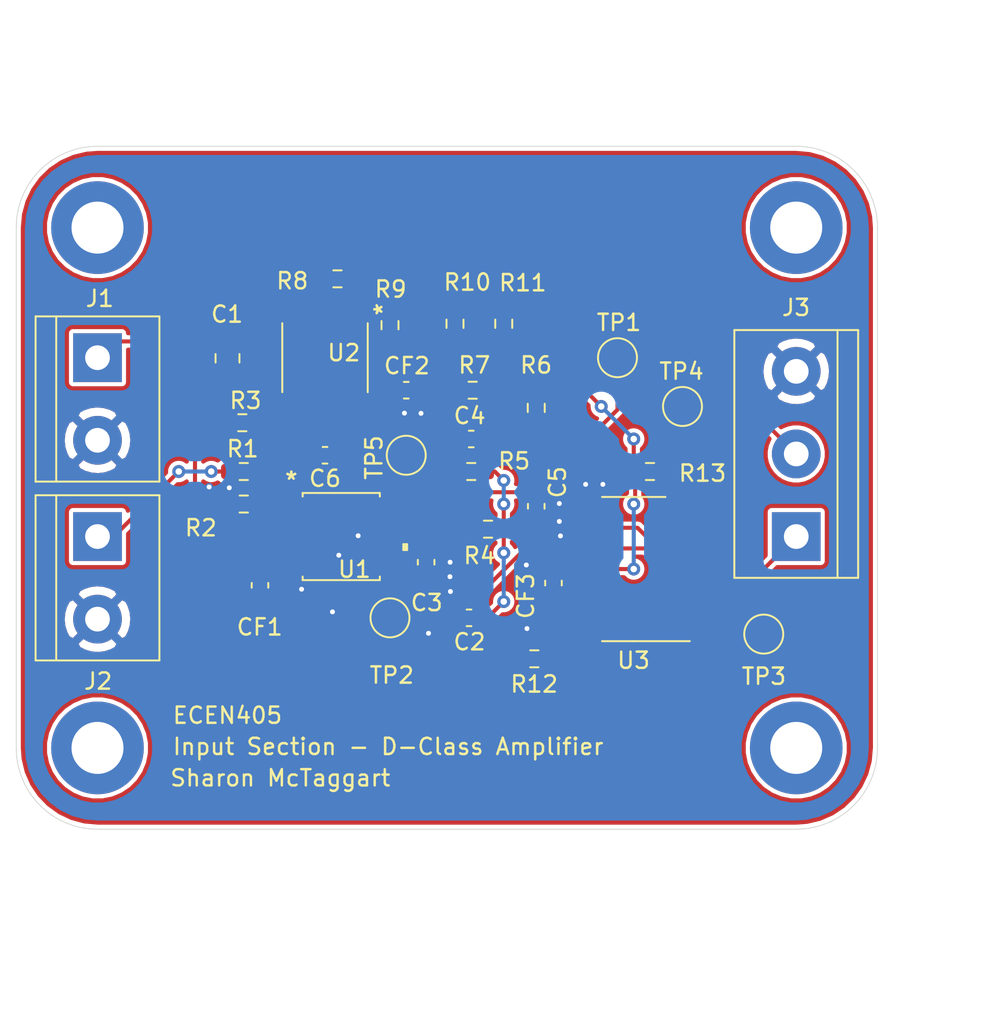
<source format=kicad_pcb>
(kicad_pcb (version 20171130) (host pcbnew "(5.1.9)-1")

  (general
    (thickness 1.6)
    (drawings 12)
    (tracks 190)
    (zones 0)
    (modules 37)
    (nets 24)
  )

  (page A4)
  (layers
    (0 F.Cu signal)
    (31 B.Cu signal)
    (32 B.Adhes user)
    (33 F.Adhes user)
    (34 B.Paste user)
    (35 F.Paste user)
    (36 B.SilkS user)
    (37 F.SilkS user)
    (38 B.Mask user)
    (39 F.Mask user)
    (40 Dwgs.User user hide)
    (41 Cmts.User user)
    (42 Eco1.User user)
    (43 Eco2.User user)
    (44 Edge.Cuts user)
    (45 Margin user hide)
    (46 B.CrtYd user)
    (47 F.CrtYd user)
    (48 B.Fab user)
    (49 F.Fab user hide)
  )

  (setup
    (last_trace_width 0.25)
    (trace_clearance 0.2)
    (zone_clearance 0.254)
    (zone_45_only no)
    (trace_min 0.2)
    (via_size 0.8)
    (via_drill 0.4)
    (via_min_size 0.4)
    (via_min_drill 0.3)
    (user_via 0.5 0.3)
    (uvia_size 0.3)
    (uvia_drill 0.1)
    (uvias_allowed no)
    (uvia_min_size 0.2)
    (uvia_min_drill 0.1)
    (edge_width 0.05)
    (segment_width 0.2)
    (pcb_text_width 0.3)
    (pcb_text_size 1.5 1.5)
    (mod_edge_width 0.12)
    (mod_text_size 1 1)
    (mod_text_width 0.15)
    (pad_size 1.524 1.524)
    (pad_drill 0.762)
    (pad_to_mask_clearance 0)
    (aux_axis_origin 0 0)
    (visible_elements 7FFFFFFF)
    (pcbplotparams
      (layerselection 0x010fc_ffffffff)
      (usegerberextensions true)
      (usegerberattributes false)
      (usegerberadvancedattributes false)
      (creategerberjobfile false)
      (excludeedgelayer true)
      (linewidth 0.100000)
      (plotframeref false)
      (viasonmask false)
      (mode 1)
      (useauxorigin false)
      (hpglpennumber 1)
      (hpglpenspeed 20)
      (hpglpendiameter 15.000000)
      (psnegative false)
      (psa4output false)
      (plotreference true)
      (plotvalue false)
      (plotinvisibletext false)
      (padsonsilk false)
      (subtractmaskfromsilk true)
      (outputformat 1)
      (mirror false)
      (drillshape 0)
      (scaleselection 1)
      (outputdirectory "input_gerbers"))
  )

  (net 0 "")
  (net 1 /LPF/SIG_IN)
  (net 2 "Net-(C1-Pad1)")
  (net 3 /Comparator/SIG_IN)
  (net 4 "Net-(C2-Pad1)")
  (net 5 GND)
  (net 6 "Net-(C3-Pad1)")
  (net 7 "Net-(C4-Pad2)")
  (net 8 /LPF/Filter_FirstStage)
  (net 9 "Net-(C5-Pad1)")
  (net 10 "Net-(C6-Pad2)")
  (net 11 /Comparator/TRIANGLE_IN)
  (net 12 VCC)
  (net 13 /Comparator/INV_PWM_OUT)
  (net 14 /Comparator/PWM_OUT)
  (net 15 "Net-(R1-Pad2)")
  (net 16 /LPF/VREF)
  (net 17 /LPF/BIASED_SIG)
  (net 18 "Net-(R10-Pad1)")
  (net 19 "Net-(R8-Pad1)")
  (net 20 "Net-(U3-Pad14)")
  (net 21 "Net-(U3-Pad13)")
  (net 22 "Net-(U3-Pad2)")
  (net 23 "Net-(U3-Pad1)")

  (net_class Default "This is the default net class."
    (clearance 0.2)
    (trace_width 0.25)
    (via_dia 0.8)
    (via_drill 0.4)
    (uvia_dia 0.3)
    (uvia_drill 0.1)
    (add_net /Comparator/INV_PWM_OUT)
    (add_net /Comparator/PWM_OUT)
    (add_net /Comparator/SIG_IN)
    (add_net /Comparator/TRIANGLE_IN)
    (add_net /LPF/BIASED_SIG)
    (add_net /LPF/Filter_FirstStage)
    (add_net /LPF/SIG_IN)
    (add_net /LPF/VREF)
    (add_net GND)
    (add_net "Net-(C1-Pad1)")
    (add_net "Net-(C2-Pad1)")
    (add_net "Net-(C3-Pad1)")
    (add_net "Net-(C4-Pad2)")
    (add_net "Net-(C5-Pad1)")
    (add_net "Net-(C6-Pad2)")
    (add_net "Net-(R1-Pad2)")
    (add_net "Net-(R10-Pad1)")
    (add_net "Net-(R8-Pad1)")
    (add_net "Net-(U3-Pad1)")
    (add_net "Net-(U3-Pad13)")
    (add_net "Net-(U3-Pad14)")
    (add_net "Net-(U3-Pad2)")
    (add_net VCC)
  )

  (module Resistor_SMD:R_0603_1608Metric_Pad0.98x0.95mm_HandSolder (layer F.Cu) (tedit 5F68FEEE) (tstamp 61136B13)
    (at 149 -407)
    (descr "Resistor SMD 0603 (1608 Metric), square (rectangular) end terminal, IPC_7351 nominal with elongated pad for handsoldering. (Body size source: IPC-SM-782 page 72, https://www.pcb-3d.com/wordpress/wp-content/uploads/ipc-sm-782a_amendment_1_and_2.pdf), generated with kicad-footprint-generator")
    (tags "resistor handsolder")
    (path /6113023B/61106B32)
    (attr smd)
    (fp_text reference R1 (at -0.07 -1.39 180) (layer F.SilkS)
      (effects (font (size 1 1) (thickness 0.15)))
    )
    (fp_text value 10k (at 0 1.43) (layer F.Fab)
      (effects (font (size 1 1) (thickness 0.15)))
    )
    (fp_line (start -0.8 0.4125) (end -0.8 -0.4125) (layer F.Fab) (width 0.1))
    (fp_line (start -0.8 -0.4125) (end 0.8 -0.4125) (layer F.Fab) (width 0.1))
    (fp_line (start 0.8 -0.4125) (end 0.8 0.4125) (layer F.Fab) (width 0.1))
    (fp_line (start 0.8 0.4125) (end -0.8 0.4125) (layer F.Fab) (width 0.1))
    (fp_line (start -0.254724 -0.5225) (end 0.254724 -0.5225) (layer F.SilkS) (width 0.12))
    (fp_line (start -0.254724 0.5225) (end 0.254724 0.5225) (layer F.SilkS) (width 0.12))
    (fp_line (start -1.65 0.73) (end -1.65 -0.73) (layer F.CrtYd) (width 0.05))
    (fp_line (start -1.65 -0.73) (end 1.65 -0.73) (layer F.CrtYd) (width 0.05))
    (fp_line (start 1.65 -0.73) (end 1.65 0.73) (layer F.CrtYd) (width 0.05))
    (fp_line (start 1.65 0.73) (end -1.65 0.73) (layer F.CrtYd) (width 0.05))
    (fp_text user %R (at 0 0) (layer F.Fab)
      (effects (font (size 0.4 0.4) (thickness 0.06)))
    )
    (pad 2 smd roundrect (at 0.9125 0) (size 0.975 0.95) (layers F.Cu F.Paste F.Mask) (roundrect_rratio 0.25)
      (net 15 "Net-(R1-Pad2)"))
    (pad 1 smd roundrect (at -0.9125 0) (size 0.975 0.95) (layers F.Cu F.Paste F.Mask) (roundrect_rratio 0.25)
      (net 12 VCC))
    (model ${KISYS3DMOD}/Resistor_SMD.3dshapes/R_0603_1608Metric.wrl
      (at (xyz 0 0 0))
      (scale (xyz 1 1 1))
      (rotate (xyz 0 0 0))
    )
  )

  (module Resistor_SMD:R_0603_1608Metric_Pad0.98x0.95mm_HandSolder (layer F.Cu) (tedit 5F68FEEE) (tstamp 61136B24)
    (at 149 -405 180)
    (descr "Resistor SMD 0603 (1608 Metric), square (rectangular) end terminal, IPC_7351 nominal with elongated pad for handsoldering. (Body size source: IPC-SM-782 page 72, https://www.pcb-3d.com/wordpress/wp-content/uploads/ipc-sm-782a_amendment_1_and_2.pdf), generated with kicad-footprint-generator")
    (tags "resistor handsolder")
    (path /6113023B/61106B4A)
    (attr smd)
    (fp_text reference R2 (at 2.64 -1.47) (layer F.SilkS)
      (effects (font (size 1 1) (thickness 0.15)))
    )
    (fp_text value 10k (at 0 1.43) (layer F.Fab)
      (effects (font (size 1 1) (thickness 0.15)))
    )
    (fp_line (start -0.8 0.4125) (end -0.8 -0.4125) (layer F.Fab) (width 0.1))
    (fp_line (start -0.8 -0.4125) (end 0.8 -0.4125) (layer F.Fab) (width 0.1))
    (fp_line (start 0.8 -0.4125) (end 0.8 0.4125) (layer F.Fab) (width 0.1))
    (fp_line (start 0.8 0.4125) (end -0.8 0.4125) (layer F.Fab) (width 0.1))
    (fp_line (start -0.254724 -0.5225) (end 0.254724 -0.5225) (layer F.SilkS) (width 0.12))
    (fp_line (start -0.254724 0.5225) (end 0.254724 0.5225) (layer F.SilkS) (width 0.12))
    (fp_line (start -1.65 0.73) (end -1.65 -0.73) (layer F.CrtYd) (width 0.05))
    (fp_line (start -1.65 -0.73) (end 1.65 -0.73) (layer F.CrtYd) (width 0.05))
    (fp_line (start 1.65 -0.73) (end 1.65 0.73) (layer F.CrtYd) (width 0.05))
    (fp_line (start 1.65 0.73) (end -1.65 0.73) (layer F.CrtYd) (width 0.05))
    (fp_text user %R (at -1 1) (layer F.Fab)
      (effects (font (size 0.4 0.4) (thickness 0.06)))
    )
    (pad 2 smd roundrect (at 0.9125 0 180) (size 0.975 0.95) (layers F.Cu F.Paste F.Mask) (roundrect_rratio 0.25)
      (net 5 GND))
    (pad 1 smd roundrect (at -0.9125 0 180) (size 0.975 0.95) (layers F.Cu F.Paste F.Mask) (roundrect_rratio 0.25)
      (net 15 "Net-(R1-Pad2)"))
    (model ${KISYS3DMOD}/Resistor_SMD.3dshapes/R_0603_1608Metric.wrl
      (at (xyz 0 0 0))
      (scale (xyz 1 1 1))
      (rotate (xyz 0 0 0))
    )
  )

  (module Capacitor_SMD:C_0603_1608Metric_Pad1.08x0.95mm_HandSolder (layer F.Cu) (tedit 5F68FEEF) (tstamp 6113BA11)
    (at 150 -400 270)
    (descr "Capacitor SMD 0603 (1608 Metric), square (rectangular) end terminal, IPC_7351 nominal with elongated pad for handsoldering. (Body size source: IPC-SM-782 page 76, https://www.pcb-3d.com/wordpress/wp-content/uploads/ipc-sm-782a_amendment_1_and_2.pdf), generated with kicad-footprint-generator")
    (tags "capacitor handsolder")
    (path /6113023B/61160214)
    (attr smd)
    (fp_text reference CF1 (at 2.57 0.02 180) (layer F.SilkS)
      (effects (font (size 1 1) (thickness 0.15)))
    )
    (fp_text value 100n (at 0 1.43 90) (layer F.Fab)
      (effects (font (size 1 1) (thickness 0.15)))
    )
    (fp_line (start -0.8 0.4) (end -0.8 -0.4) (layer F.Fab) (width 0.1))
    (fp_line (start -0.8 -0.4) (end 0.8 -0.4) (layer F.Fab) (width 0.1))
    (fp_line (start 0.8 -0.4) (end 0.8 0.4) (layer F.Fab) (width 0.1))
    (fp_line (start 0.8 0.4) (end -0.8 0.4) (layer F.Fab) (width 0.1))
    (fp_line (start -0.146267 -0.51) (end 0.146267 -0.51) (layer F.SilkS) (width 0.12))
    (fp_line (start -0.146267 0.51) (end 0.146267 0.51) (layer F.SilkS) (width 0.12))
    (fp_line (start -1.65 0.73) (end -1.65 -0.73) (layer F.CrtYd) (width 0.05))
    (fp_line (start -1.65 -0.73) (end 1.65 -0.73) (layer F.CrtYd) (width 0.05))
    (fp_line (start 1.65 -0.73) (end 1.65 0.73) (layer F.CrtYd) (width 0.05))
    (fp_line (start 1.65 0.73) (end -1.65 0.73) (layer F.CrtYd) (width 0.05))
    (fp_text user %R (at 0 0 90) (layer F.Fab)
      (effects (font (size 0.4 0.4) (thickness 0.06)))
    )
    (pad 2 smd roundrect (at 0.8625 0 270) (size 1.075 0.95) (layers F.Cu F.Paste F.Mask) (roundrect_rratio 0.25)
      (net 5 GND))
    (pad 1 smd roundrect (at -0.8625 0 270) (size 1.075 0.95) (layers F.Cu F.Paste F.Mask) (roundrect_rratio 0.25)
      (net 12 VCC))
    (model ${KISYS3DMOD}/Capacitor_SMD.3dshapes/C_0603_1608Metric.wrl
      (at (xyz 0 0 0))
      (scale (xyz 1 1 1))
      (rotate (xyz 0 0 0))
    )
  )

  (module Resistor_SMD:R_0603_1608Metric_Pad0.98x0.95mm_HandSolder (layer F.Cu) (tedit 5F68FEEE) (tstamp 61136B9B)
    (at 158 -416 90)
    (descr "Resistor SMD 0603 (1608 Metric), square (rectangular) end terminal, IPC_7351 nominal with elongated pad for handsoldering. (Body size source: IPC-SM-782 page 72, https://www.pcb-3d.com/wordpress/wp-content/uploads/ipc-sm-782a_amendment_1_and_2.pdf), generated with kicad-footprint-generator")
    (tags "resistor handsolder")
    (path /611302FE/610ABFC7)
    (attr smd)
    (fp_text reference R9 (at 2.21 0.04 180) (layer F.SilkS)
      (effects (font (size 1 1) (thickness 0.15)))
    )
    (fp_text value 2.2k (at 0 1.43 90) (layer F.Fab)
      (effects (font (size 1 1) (thickness 0.15)))
    )
    (fp_line (start -0.8 0.4125) (end -0.8 -0.4125) (layer F.Fab) (width 0.1))
    (fp_line (start -0.8 -0.4125) (end 0.8 -0.4125) (layer F.Fab) (width 0.1))
    (fp_line (start 0.8 -0.4125) (end 0.8 0.4125) (layer F.Fab) (width 0.1))
    (fp_line (start 0.8 0.4125) (end -0.8 0.4125) (layer F.Fab) (width 0.1))
    (fp_line (start -0.254724 -0.5225) (end 0.254724 -0.5225) (layer F.SilkS) (width 0.12))
    (fp_line (start -0.254724 0.5225) (end 0.254724 0.5225) (layer F.SilkS) (width 0.12))
    (fp_line (start -1.65 0.73) (end -1.65 -0.73) (layer F.CrtYd) (width 0.05))
    (fp_line (start -1.65 -0.73) (end 1.65 -0.73) (layer F.CrtYd) (width 0.05))
    (fp_line (start 1.65 -0.73) (end 1.65 0.73) (layer F.CrtYd) (width 0.05))
    (fp_line (start 1.65 0.73) (end -1.65 0.73) (layer F.CrtYd) (width 0.05))
    (fp_text user %R (at 0 0 90) (layer F.Fab)
      (effects (font (size 0.4 0.4) (thickness 0.06)))
    )
    (pad 2 smd roundrect (at 0.9125 0 90) (size 0.975 0.95) (layers F.Cu F.Paste F.Mask) (roundrect_rratio 0.25)
      (net 19 "Net-(R8-Pad1)"))
    (pad 1 smd roundrect (at -0.9125 0 90) (size 0.975 0.95) (layers F.Cu F.Paste F.Mask) (roundrect_rratio 0.25)
      (net 10 "Net-(C6-Pad2)"))
    (model ${KISYS3DMOD}/Resistor_SMD.3dshapes/R_0603_1608Metric.wrl
      (at (xyz 0 0 0))
      (scale (xyz 1 1 1))
      (rotate (xyz 0 0 0))
    )
  )

  (module Capacitor_SMD:C_0603_1608Metric_Pad1.08x0.95mm_HandSolder (layer F.Cu) (tedit 5F68FEEF) (tstamp 61136AA2)
    (at 154 -408 180)
    (descr "Capacitor SMD 0603 (1608 Metric), square (rectangular) end terminal, IPC_7351 nominal with elongated pad for handsoldering. (Body size source: IPC-SM-782 page 76, https://www.pcb-3d.com/wordpress/wp-content/uploads/ipc-sm-782a_amendment_1_and_2.pdf), generated with kicad-footprint-generator")
    (tags "capacitor handsolder")
    (path /611302FE/610B0597)
    (attr smd)
    (fp_text reference C6 (at 0 -1.43) (layer F.SilkS)
      (effects (font (size 1 1) (thickness 0.15)))
    )
    (fp_text value 10n (at 0 1.43) (layer F.Fab)
      (effects (font (size 1 1) (thickness 0.15)))
    )
    (fp_line (start -0.8 0.4) (end -0.8 -0.4) (layer F.Fab) (width 0.1))
    (fp_line (start -0.8 -0.4) (end 0.8 -0.4) (layer F.Fab) (width 0.1))
    (fp_line (start 0.8 -0.4) (end 0.8 0.4) (layer F.Fab) (width 0.1))
    (fp_line (start 0.8 0.4) (end -0.8 0.4) (layer F.Fab) (width 0.1))
    (fp_line (start -0.146267 -0.51) (end 0.146267 -0.51) (layer F.SilkS) (width 0.12))
    (fp_line (start -0.146267 0.51) (end 0.146267 0.51) (layer F.SilkS) (width 0.12))
    (fp_line (start -1.65 0.73) (end -1.65 -0.73) (layer F.CrtYd) (width 0.05))
    (fp_line (start -1.65 -0.73) (end 1.65 -0.73) (layer F.CrtYd) (width 0.05))
    (fp_line (start 1.65 -0.73) (end 1.65 0.73) (layer F.CrtYd) (width 0.05))
    (fp_line (start 1.65 0.73) (end -1.65 0.73) (layer F.CrtYd) (width 0.05))
    (fp_text user %R (at 0 0) (layer F.Fab)
      (effects (font (size 0.4 0.4) (thickness 0.06)))
    )
    (pad 2 smd roundrect (at 0.8625 0 180) (size 1.075 0.95) (layers F.Cu F.Paste F.Mask) (roundrect_rratio 0.25)
      (net 10 "Net-(C6-Pad2)"))
    (pad 1 smd roundrect (at -0.8625 0 180) (size 1.075 0.95) (layers F.Cu F.Paste F.Mask) (roundrect_rratio 0.25)
      (net 11 /Comparator/TRIANGLE_IN))
    (model ${KISYS3DMOD}/Capacitor_SMD.3dshapes/C_0603_1608Metric.wrl
      (at (xyz 0 0 0))
      (scale (xyz 1 1 1))
      (rotate (xyz 0 0 0))
    )
  )

  (module Capacitor_SMD:C_0603_1608Metric_Pad1.08x0.95mm_HandSolder (layer F.Cu) (tedit 5F68FEEF) (tstamp 6113BA33)
    (at 168.06 -400.14 90)
    (descr "Capacitor SMD 0603 (1608 Metric), square (rectangular) end terminal, IPC_7351 nominal with elongated pad for handsoldering. (Body size source: IPC-SM-782 page 76, https://www.pcb-3d.com/wordpress/wp-content/uploads/ipc-sm-782a_amendment_1_and_2.pdf), generated with kicad-footprint-generator")
    (tags "capacitor handsolder")
    (path /61130364/61173FA6)
    (attr smd)
    (fp_text reference CF3 (at -0.8 -1.71 90) (layer F.SilkS)
      (effects (font (size 1 1) (thickness 0.15)))
    )
    (fp_text value 100n (at 0 1.43 90) (layer F.Fab)
      (effects (font (size 1 1) (thickness 0.15)))
    )
    (fp_line (start -0.8 0.4) (end -0.8 -0.4) (layer F.Fab) (width 0.1))
    (fp_line (start -0.8 -0.4) (end 0.8 -0.4) (layer F.Fab) (width 0.1))
    (fp_line (start 0.8 -0.4) (end 0.8 0.4) (layer F.Fab) (width 0.1))
    (fp_line (start 0.8 0.4) (end -0.8 0.4) (layer F.Fab) (width 0.1))
    (fp_line (start -0.146267 -0.51) (end 0.146267 -0.51) (layer F.SilkS) (width 0.12))
    (fp_line (start -0.146267 0.51) (end 0.146267 0.51) (layer F.SilkS) (width 0.12))
    (fp_line (start -1.65 0.73) (end -1.65 -0.73) (layer F.CrtYd) (width 0.05))
    (fp_line (start -1.65 -0.73) (end 1.65 -0.73) (layer F.CrtYd) (width 0.05))
    (fp_line (start 1.65 -0.73) (end 1.65 0.73) (layer F.CrtYd) (width 0.05))
    (fp_line (start 1.65 0.73) (end -1.65 0.73) (layer F.CrtYd) (width 0.05))
    (fp_text user %R (at 0 0 90) (layer F.Fab)
      (effects (font (size 0.4 0.4) (thickness 0.06)))
    )
    (pad 2 smd roundrect (at 0.8625 0 90) (size 1.075 0.95) (layers F.Cu F.Paste F.Mask) (roundrect_rratio 0.25)
      (net 5 GND))
    (pad 1 smd roundrect (at -0.8625 0 90) (size 1.075 0.95) (layers F.Cu F.Paste F.Mask) (roundrect_rratio 0.25)
      (net 12 VCC))
    (model ${KISYS3DMOD}/Capacitor_SMD.3dshapes/C_0603_1608Metric.wrl
      (at (xyz 0 0 0))
      (scale (xyz 1 1 1))
      (rotate (xyz 0 0 0))
    )
  )

  (module Capacitor_SMD:C_0603_1608Metric_Pad1.08x0.95mm_HandSolder (layer F.Cu) (tedit 5F68FEEF) (tstamp 6113BA22)
    (at 159 -412)
    (descr "Capacitor SMD 0603 (1608 Metric), square (rectangular) end terminal, IPC_7351 nominal with elongated pad for handsoldering. (Body size source: IPC-SM-782 page 76, https://www.pcb-3d.com/wordpress/wp-content/uploads/ipc-sm-782a_amendment_1_and_2.pdf), generated with kicad-footprint-generator")
    (tags "capacitor handsolder")
    (path /611302FE/6116AC18)
    (attr smd)
    (fp_text reference CF2 (at 0.04 -1.5) (layer F.SilkS)
      (effects (font (size 1 1) (thickness 0.15)))
    )
    (fp_text value 100n (at 0 1.43) (layer F.Fab)
      (effects (font (size 1 1) (thickness 0.15)))
    )
    (fp_line (start -0.8 0.4) (end -0.8 -0.4) (layer F.Fab) (width 0.1))
    (fp_line (start -0.8 -0.4) (end 0.8 -0.4) (layer F.Fab) (width 0.1))
    (fp_line (start 0.8 -0.4) (end 0.8 0.4) (layer F.Fab) (width 0.1))
    (fp_line (start 0.8 0.4) (end -0.8 0.4) (layer F.Fab) (width 0.1))
    (fp_line (start -0.146267 -0.51) (end 0.146267 -0.51) (layer F.SilkS) (width 0.12))
    (fp_line (start -0.146267 0.51) (end 0.146267 0.51) (layer F.SilkS) (width 0.12))
    (fp_line (start -1.65 0.73) (end -1.65 -0.73) (layer F.CrtYd) (width 0.05))
    (fp_line (start -1.65 -0.73) (end 1.65 -0.73) (layer F.CrtYd) (width 0.05))
    (fp_line (start 1.65 -0.73) (end 1.65 0.73) (layer F.CrtYd) (width 0.05))
    (fp_line (start 1.65 0.73) (end -1.65 0.73) (layer F.CrtYd) (width 0.05))
    (fp_text user %R (at 0 0) (layer F.Fab)
      (effects (font (size 0.4 0.4) (thickness 0.06)))
    )
    (pad 2 smd roundrect (at 0.8625 0) (size 1.075 0.95) (layers F.Cu F.Paste F.Mask) (roundrect_rratio 0.25)
      (net 5 GND))
    (pad 1 smd roundrect (at -0.8625 0) (size 1.075 0.95) (layers F.Cu F.Paste F.Mask) (roundrect_rratio 0.25)
      (net 12 VCC))
    (model ${KISYS3DMOD}/Capacitor_SMD.3dshapes/C_0603_1608Metric.wrl
      (at (xyz 0 0 0))
      (scale (xyz 1 1 1))
      (rotate (xyz 0 0 0))
    )
  )

  (module Package_SO:SO-14_3.9x8.65mm_P1.27mm (layer F.Cu) (tedit 5F427CE7) (tstamp 61136CDC)
    (at 173 -401 180)
    (descr "SO, 14 Pin (https://www.st.com/resource/en/datasheet/l6491.pdf), generated with kicad-footprint-generator ipc_gullwing_generator.py")
    (tags "SO SO")
    (path /61130364/61116116)
    (attr smd)
    (fp_text reference U3 (at 0.01 -5.62) (layer F.SilkS)
      (effects (font (size 1 1) (thickness 0.15)))
    )
    (fp_text value LM319 (at 0 5.28) (layer F.Fab)
      (effects (font (size 1 1) (thickness 0.15)))
    )
    (fp_line (start 0 4.435) (end 1.95 4.435) (layer F.SilkS) (width 0.12))
    (fp_line (start 0 4.435) (end -1.95 4.435) (layer F.SilkS) (width 0.12))
    (fp_line (start 0 -4.435) (end 1.95 -4.435) (layer F.SilkS) (width 0.12))
    (fp_line (start 0 -4.435) (end -3.45 -4.435) (layer F.SilkS) (width 0.12))
    (fp_line (start -0.975 -4.325) (end 1.95 -4.325) (layer F.Fab) (width 0.1))
    (fp_line (start 1.95 -4.325) (end 1.95 4.325) (layer F.Fab) (width 0.1))
    (fp_line (start 1.95 4.325) (end -1.95 4.325) (layer F.Fab) (width 0.1))
    (fp_line (start -1.95 4.325) (end -1.95 -3.35) (layer F.Fab) (width 0.1))
    (fp_line (start -1.95 -3.35) (end -0.975 -4.325) (layer F.Fab) (width 0.1))
    (fp_line (start -3.7 -4.58) (end -3.7 4.58) (layer F.CrtYd) (width 0.05))
    (fp_line (start -3.7 4.58) (end 3.7 4.58) (layer F.CrtYd) (width 0.05))
    (fp_line (start 3.7 4.58) (end 3.7 -4.58) (layer F.CrtYd) (width 0.05))
    (fp_line (start 3.7 -4.58) (end -3.7 -4.58) (layer F.CrtYd) (width 0.05))
    (fp_text user %R (at 0 0) (layer F.Fab)
      (effects (font (size 0.98 0.98) (thickness 0.15)))
    )
    (pad 14 smd roundrect (at 2.475 -3.81 180) (size 1.95 0.6) (layers F.Cu F.Paste F.Mask) (roundrect_rratio 0.25)
      (net 20 "Net-(U3-Pad14)"))
    (pad 13 smd roundrect (at 2.475 -2.54 180) (size 1.95 0.6) (layers F.Cu F.Paste F.Mask) (roundrect_rratio 0.25)
      (net 21 "Net-(U3-Pad13)"))
    (pad 12 smd roundrect (at 2.475 -1.27 180) (size 1.95 0.6) (layers F.Cu F.Paste F.Mask) (roundrect_rratio 0.25)
      (net 14 /Comparator/PWM_OUT))
    (pad 11 smd roundrect (at 2.475 0 180) (size 1.95 0.6) (layers F.Cu F.Paste F.Mask) (roundrect_rratio 0.25)
      (net 12 VCC))
    (pad 10 smd roundrect (at 2.475 1.27 180) (size 1.95 0.6) (layers F.Cu F.Paste F.Mask) (roundrect_rratio 0.25)
      (net 3 /Comparator/SIG_IN))
    (pad 9 smd roundrect (at 2.475 2.54 180) (size 1.95 0.6) (layers F.Cu F.Paste F.Mask) (roundrect_rratio 0.25)
      (net 11 /Comparator/TRIANGLE_IN))
    (pad 8 smd roundrect (at 2.475 3.81 180) (size 1.95 0.6) (layers F.Cu F.Paste F.Mask) (roundrect_rratio 0.25)
      (net 5 GND))
    (pad 7 smd roundrect (at -2.475 3.81 180) (size 1.95 0.6) (layers F.Cu F.Paste F.Mask) (roundrect_rratio 0.25)
      (net 13 /Comparator/INV_PWM_OUT))
    (pad 6 smd roundrect (at -2.475 2.54 180) (size 1.95 0.6) (layers F.Cu F.Paste F.Mask) (roundrect_rratio 0.25)
      (net 5 GND))
    (pad 5 smd roundrect (at -2.475 1.27 180) (size 1.95 0.6) (layers F.Cu F.Paste F.Mask) (roundrect_rratio 0.25)
      (net 11 /Comparator/TRIANGLE_IN))
    (pad 4 smd roundrect (at -2.475 0 180) (size 1.95 0.6) (layers F.Cu F.Paste F.Mask) (roundrect_rratio 0.25)
      (net 3 /Comparator/SIG_IN))
    (pad 3 smd roundrect (at -2.475 -1.27 180) (size 1.95 0.6) (layers F.Cu F.Paste F.Mask) (roundrect_rratio 0.25)
      (net 5 GND))
    (pad 2 smd roundrect (at -2.475 -2.54 180) (size 1.95 0.6) (layers F.Cu F.Paste F.Mask) (roundrect_rratio 0.25)
      (net 22 "Net-(U3-Pad2)"))
    (pad 1 smd roundrect (at -2.475 -3.81 180) (size 1.95 0.6) (layers F.Cu F.Paste F.Mask) (roundrect_rratio 0.25)
      (net 23 "Net-(U3-Pad1)"))
    (model ${KISYS3DMOD}/Package_SO.3dshapes/SO-14_3.9x8.65mm_P1.27mm.wrl
      (at (xyz 0 0 0))
      (scale (xyz 1 1 1))
      (rotate (xyz 0 0 0))
    )
  )

  (module MAX4016ESA:MAX4016ESA&plus_ (layer F.Cu) (tedit 0) (tstamp 61136CBC)
    (at 154 -414 270)
    (path /611302FE/610FB9E0)
    (fp_text reference U2 (at -0.3 -1.16 180) (layer F.SilkS)
      (effects (font (size 1 1) (thickness 0.15)))
    )
    (fp_text value MAX4016ESA+ (at -7.74 2.6 180) (layer F.SilkS) hide
      (effects (font (size 1 1) (thickness 0.15)))
    )
    (fp_line (start -1.9939 -1.6637) (end -1.9939 -2.1463) (layer F.Fab) (width 0.1))
    (fp_line (start -1.9939 -2.1463) (end -3.0988 -2.1463) (layer F.Fab) (width 0.1))
    (fp_line (start -3.0988 -2.1463) (end -3.0988 -1.6637) (layer F.Fab) (width 0.1))
    (fp_line (start -3.0988 -1.6637) (end -1.9939 -1.6637) (layer F.Fab) (width 0.1))
    (fp_line (start -1.9939 -0.3937) (end -1.9939 -0.8763) (layer F.Fab) (width 0.1))
    (fp_line (start -1.9939 -0.8763) (end -3.0988 -0.8763) (layer F.Fab) (width 0.1))
    (fp_line (start -3.0988 -0.8763) (end -3.0988 -0.3937) (layer F.Fab) (width 0.1))
    (fp_line (start -3.0988 -0.3937) (end -1.9939 -0.3937) (layer F.Fab) (width 0.1))
    (fp_line (start -1.9939 0.8763) (end -1.9939 0.3937) (layer F.Fab) (width 0.1))
    (fp_line (start -1.9939 0.3937) (end -3.0988 0.3937) (layer F.Fab) (width 0.1))
    (fp_line (start -3.0988 0.3937) (end -3.0988 0.8763) (layer F.Fab) (width 0.1))
    (fp_line (start -3.0988 0.8763) (end -1.9939 0.8763) (layer F.Fab) (width 0.1))
    (fp_line (start -1.9939 2.1463) (end -1.9939 1.6637) (layer F.Fab) (width 0.1))
    (fp_line (start -1.9939 1.6637) (end -3.0988 1.6637) (layer F.Fab) (width 0.1))
    (fp_line (start -3.0988 1.6637) (end -3.0988 2.1463) (layer F.Fab) (width 0.1))
    (fp_line (start -3.0988 2.1463) (end -1.9939 2.1463) (layer F.Fab) (width 0.1))
    (fp_line (start 1.9939 1.6637) (end 1.9939 2.1463) (layer F.Fab) (width 0.1))
    (fp_line (start 1.9939 2.1463) (end 3.0988 2.1463) (layer F.Fab) (width 0.1))
    (fp_line (start 3.0988 2.1463) (end 3.0988 1.6637) (layer F.Fab) (width 0.1))
    (fp_line (start 3.0988 1.6637) (end 1.9939 1.6637) (layer F.Fab) (width 0.1))
    (fp_line (start 1.9939 0.3937) (end 1.9939 0.8763) (layer F.Fab) (width 0.1))
    (fp_line (start 1.9939 0.8763) (end 3.0988 0.8763) (layer F.Fab) (width 0.1))
    (fp_line (start 3.0988 0.8763) (end 3.0988 0.3937) (layer F.Fab) (width 0.1))
    (fp_line (start 3.0988 0.3937) (end 1.9939 0.3937) (layer F.Fab) (width 0.1))
    (fp_line (start 1.9939 -0.8763) (end 1.9939 -0.3937) (layer F.Fab) (width 0.1))
    (fp_line (start 1.9939 -0.3937) (end 3.0988 -0.3937) (layer F.Fab) (width 0.1))
    (fp_line (start 3.0988 -0.3937) (end 3.0988 -0.8763) (layer F.Fab) (width 0.1))
    (fp_line (start 3.0988 -0.8763) (end 1.9939 -0.8763) (layer F.Fab) (width 0.1))
    (fp_line (start 1.9939 -2.1463) (end 1.9939 -1.6637) (layer F.Fab) (width 0.1))
    (fp_line (start 1.9939 -1.6637) (end 3.0988 -1.6637) (layer F.Fab) (width 0.1))
    (fp_line (start 3.0988 -1.6637) (end 3.0988 -2.1463) (layer F.Fab) (width 0.1))
    (fp_line (start 3.0988 -2.1463) (end 1.9939 -2.1463) (layer F.Fab) (width 0.1))
    (fp_line (start -2.1209 2.6289) (end 2.1209 2.6289) (layer F.SilkS) (width 0.12))
    (fp_line (start 2.1209 -2.6289) (end -2.1209 -2.6289) (layer F.SilkS) (width 0.12))
    (fp_line (start -1.9939 2.5019) (end 1.9939 2.5019) (layer F.Fab) (width 0.1))
    (fp_line (start 1.9939 2.5019) (end 1.9939 -2.5019) (layer F.Fab) (width 0.1))
    (fp_line (start 1.9939 -2.5019) (end -1.9939 -2.5019) (layer F.Fab) (width 0.1))
    (fp_line (start -1.9939 -2.5019) (end -1.9939 2.5019) (layer F.Fab) (width 0.1))
    (fp_line (start -3.7084 2.4257) (end -3.7084 -2.4257) (layer F.CrtYd) (width 0.05))
    (fp_line (start -3.7084 -2.4257) (end -2.2479 -2.4257) (layer F.CrtYd) (width 0.05))
    (fp_line (start -2.2479 -2.4257) (end -2.2479 -2.7559) (layer F.CrtYd) (width 0.05))
    (fp_line (start -2.2479 -2.7559) (end 2.2479 -2.7559) (layer F.CrtYd) (width 0.05))
    (fp_line (start 2.2479 -2.7559) (end 2.2479 -2.4257) (layer F.CrtYd) (width 0.05))
    (fp_line (start 2.2479 -2.4257) (end 3.7084 -2.4257) (layer F.CrtYd) (width 0.05))
    (fp_line (start 3.7084 -2.4257) (end 3.7084 2.4257) (layer F.CrtYd) (width 0.05))
    (fp_line (start 3.7084 2.4257) (end 2.2479 2.4257) (layer F.CrtYd) (width 0.05))
    (fp_line (start 2.2479 2.4257) (end 2.2479 2.7559) (layer F.CrtYd) (width 0.05))
    (fp_line (start 2.2479 2.7559) (end -2.2479 2.7559) (layer F.CrtYd) (width 0.05))
    (fp_line (start -2.2479 2.7559) (end -2.2479 2.4257) (layer F.CrtYd) (width 0.05))
    (fp_line (start -2.2479 2.4257) (end -3.7084 2.4257) (layer F.CrtYd) (width 0.05))
    (fp_arc (start 0 -2.5019) (end -0.3048 -2.5019) (angle -180) (layer F.Fab) (width 0.1))
    (fp_arc (start 0 -2.5019) (end -0.332317 -2.5019) (angle -180) (layer F.CrtYd) (width 0.05))
    (fp_text user * (at -1.6129 -2.4257 90) (layer F.Fab)
      (effects (font (size 1 1) (thickness 0.15)))
    )
    (fp_text user * (at -2.97815 -3.5814 90) (layer F.SilkS)
      (effects (font (size 1 1) (thickness 0.15)))
    )
    (fp_text user 0.058in/1.46mm (at -2.72415 4.9149 90) (layer Dwgs.User)
      (effects (font (size 1 1) (thickness 0.15)))
    )
    (fp_text user 0.214in/5.448mm (at 0 -4.9149 90) (layer Dwgs.User)
      (effects (font (size 1 1) (thickness 0.15)))
    )
    (fp_text user 0.021in/0.533mm (at 5.77215 -1.905 90) (layer Dwgs.User)
      (effects (font (size 1 1) (thickness 0.15)))
    )
    (fp_text user 0.05in/1.27mm (at -5.77215 -1.27 90) (layer Dwgs.User)
      (effects (font (size 1 1) (thickness 0.15)))
    )
    (fp_text user * (at -1.6129 -2.4257 90) (layer F.Fab)
      (effects (font (size 1 1) (thickness 0.15)))
    )
    (fp_text user * (at -2.97815 -3.5814 90) (layer F.SilkS)
      (effects (font (size 1 1) (thickness 0.15)))
    )
    (fp_text user "Copyright 2021 Accelerated Designs. All rights reserved." (at 0 0 90) (layer Cmts.User) hide
      (effects (font (size 0.127 0.127) (thickness 0.002)))
    )
    (pad 8 smd rect (at 2.72415 -1.905 270) (size 1.4605 0.5334) (layers F.Cu F.Paste F.Mask)
      (net 12 VCC))
    (pad 7 smd rect (at 2.72415 -0.635 270) (size 1.4605 0.5334) (layers F.Cu F.Paste F.Mask)
      (net 11 /Comparator/TRIANGLE_IN))
    (pad 6 smd rect (at 2.72415 0.635 270) (size 1.4605 0.5334) (layers F.Cu F.Paste F.Mask)
      (net 10 "Net-(C6-Pad2)"))
    (pad 5 smd rect (at 2.72415 1.905 270) (size 1.4605 0.5334) (layers F.Cu F.Paste F.Mask)
      (net 16 /LPF/VREF))
    (pad 4 smd rect (at -2.72415 1.905 270) (size 1.4605 0.5334) (layers F.Cu F.Paste F.Mask)
      (net 5 GND))
    (pad 3 smd rect (at -2.72415 0.635 270) (size 1.4605 0.5334) (layers F.Cu F.Paste F.Mask)
      (net 18 "Net-(R10-Pad1)"))
    (pad 2 smd rect (at -2.72415 -0.635 270) (size 1.4605 0.5334) (layers F.Cu F.Paste F.Mask)
      (net 16 /LPF/VREF))
    (pad 1 smd rect (at -2.72415 -1.905 270) (size 1.4605 0.5334) (layers F.Cu F.Paste F.Mask)
      (net 19 "Net-(R8-Pad1)"))
  )

  (module AD8567ARUZ:AD8567ARUZ (layer F.Cu) (tedit 0) (tstamp 61136C73)
    (at 155 -403)
    (path /6113023B/61100E74)
    (fp_text reference U1 (at 0.81 2.02) (layer F.SilkS)
      (effects (font (size 1 1) (thickness 0.15)))
    )
    (fp_text value AD8567ARUZ (at -5.33 8.77) (layer F.SilkS) hide
      (effects (font (size 1 1) (thickness 0.15)))
    )
    (fp_line (start -2.2479 -1.7976) (end -2.2479 -2.1024) (layer F.Fab) (width 0.1))
    (fp_line (start -2.2479 -2.1024) (end -3.2004 -2.1024) (layer F.Fab) (width 0.1))
    (fp_line (start -3.2004 -2.1024) (end -3.2004 -1.7976) (layer F.Fab) (width 0.1))
    (fp_line (start -3.2004 -1.7976) (end -2.2479 -1.7976) (layer F.Fab) (width 0.1))
    (fp_line (start -2.2479 -1.1476) (end -2.2479 -1.4524) (layer F.Fab) (width 0.1))
    (fp_line (start -2.2479 -1.4524) (end -3.2004 -1.4524) (layer F.Fab) (width 0.1))
    (fp_line (start -3.2004 -1.4524) (end -3.2004 -1.1476) (layer F.Fab) (width 0.1))
    (fp_line (start -3.2004 -1.1476) (end -2.2479 -1.1476) (layer F.Fab) (width 0.1))
    (fp_line (start -2.2479 -0.4976) (end -2.2479 -0.8024) (layer F.Fab) (width 0.1))
    (fp_line (start -2.2479 -0.8024) (end -3.2004 -0.8024) (layer F.Fab) (width 0.1))
    (fp_line (start -3.2004 -0.8024) (end -3.2004 -0.4976) (layer F.Fab) (width 0.1))
    (fp_line (start -3.2004 -0.4976) (end -2.2479 -0.4976) (layer F.Fab) (width 0.1))
    (fp_line (start -2.2479 0.1524) (end -2.2479 -0.1524) (layer F.Fab) (width 0.1))
    (fp_line (start -2.2479 -0.1524) (end -3.2004 -0.1524) (layer F.Fab) (width 0.1))
    (fp_line (start -3.2004 -0.1524) (end -3.2004 0.1524) (layer F.Fab) (width 0.1))
    (fp_line (start -3.2004 0.1524) (end -2.2479 0.1524) (layer F.Fab) (width 0.1))
    (fp_line (start -2.2479 0.8024) (end -2.2479 0.4976) (layer F.Fab) (width 0.1))
    (fp_line (start -2.2479 0.4976) (end -3.2004 0.4976) (layer F.Fab) (width 0.1))
    (fp_line (start -3.2004 0.4976) (end -3.2004 0.8024) (layer F.Fab) (width 0.1))
    (fp_line (start -3.2004 0.8024) (end -2.2479 0.8024) (layer F.Fab) (width 0.1))
    (fp_line (start -2.2479 1.4524) (end -2.2479 1.1476) (layer F.Fab) (width 0.1))
    (fp_line (start -2.2479 1.1476) (end -3.2004 1.1476) (layer F.Fab) (width 0.1))
    (fp_line (start -3.2004 1.1476) (end -3.2004 1.4524) (layer F.Fab) (width 0.1))
    (fp_line (start -3.2004 1.4524) (end -2.2479 1.4524) (layer F.Fab) (width 0.1))
    (fp_line (start -2.2479 2.1024) (end -2.2479 1.7976) (layer F.Fab) (width 0.1))
    (fp_line (start -2.2479 1.7976) (end -3.2004 1.7976) (layer F.Fab) (width 0.1))
    (fp_line (start -3.2004 1.7976) (end -3.2004 2.1024) (layer F.Fab) (width 0.1))
    (fp_line (start -3.2004 2.1024) (end -2.2479 2.1024) (layer F.Fab) (width 0.1))
    (fp_line (start 2.2479 1.7976) (end 2.2479 2.1024) (layer F.Fab) (width 0.1))
    (fp_line (start 2.2479 2.1024) (end 3.2004 2.1024) (layer F.Fab) (width 0.1))
    (fp_line (start 3.2004 2.1024) (end 3.2004 1.7976) (layer F.Fab) (width 0.1))
    (fp_line (start 3.2004 1.7976) (end 2.2479 1.7976) (layer F.Fab) (width 0.1))
    (fp_line (start 2.2479 1.1476) (end 2.2479 1.4524) (layer F.Fab) (width 0.1))
    (fp_line (start 2.2479 1.4524) (end 3.2004 1.4524) (layer F.Fab) (width 0.1))
    (fp_line (start 3.2004 1.4524) (end 3.2004 1.1476) (layer F.Fab) (width 0.1))
    (fp_line (start 3.2004 1.1476) (end 2.2479 1.1476) (layer F.Fab) (width 0.1))
    (fp_line (start 2.2479 0.4976) (end 2.2479 0.8024) (layer F.Fab) (width 0.1))
    (fp_line (start 2.2479 0.8024) (end 3.2004 0.8024) (layer F.Fab) (width 0.1))
    (fp_line (start 3.2004 0.8024) (end 3.2004 0.4976) (layer F.Fab) (width 0.1))
    (fp_line (start 3.2004 0.4976) (end 2.2479 0.4976) (layer F.Fab) (width 0.1))
    (fp_line (start 2.2479 -0.1524) (end 2.2479 0.1524) (layer F.Fab) (width 0.1))
    (fp_line (start 2.2479 0.1524) (end 3.2004 0.1524) (layer F.Fab) (width 0.1))
    (fp_line (start 3.2004 0.1524) (end 3.2004 -0.1524) (layer F.Fab) (width 0.1))
    (fp_line (start 3.2004 -0.1524) (end 2.2479 -0.1524) (layer F.Fab) (width 0.1))
    (fp_line (start 2.2479 -0.8024) (end 2.2479 -0.4976) (layer F.Fab) (width 0.1))
    (fp_line (start 2.2479 -0.4976) (end 3.2004 -0.4976) (layer F.Fab) (width 0.1))
    (fp_line (start 3.2004 -0.4976) (end 3.2004 -0.8024) (layer F.Fab) (width 0.1))
    (fp_line (start 3.2004 -0.8024) (end 2.2479 -0.8024) (layer F.Fab) (width 0.1))
    (fp_line (start 2.2479 -1.4524) (end 2.2479 -1.1476) (layer F.Fab) (width 0.1))
    (fp_line (start 2.2479 -1.1476) (end 3.2004 -1.1476) (layer F.Fab) (width 0.1))
    (fp_line (start 3.2004 -1.1476) (end 3.2004 -1.4524) (layer F.Fab) (width 0.1))
    (fp_line (start 3.2004 -1.4524) (end 2.2479 -1.4524) (layer F.Fab) (width 0.1))
    (fp_line (start 2.2479 -2.1024) (end 2.2479 -1.7976) (layer F.Fab) (width 0.1))
    (fp_line (start 2.2479 -1.7976) (end 3.2004 -1.7976) (layer F.Fab) (width 0.1))
    (fp_line (start 3.2004 -1.7976) (end 3.2004 -2.1024) (layer F.Fab) (width 0.1))
    (fp_line (start 3.2004 -2.1024) (end 2.2479 -2.1024) (layer F.Fab) (width 0.1))
    (fp_line (start -2.3749 2.6797) (end 2.3749 2.6797) (layer F.SilkS) (width 0.12))
    (fp_line (start 2.3749 2.6797) (end 2.3749 2.460541) (layer F.SilkS) (width 0.12))
    (fp_line (start 2.3749 -2.6797) (end -2.3749 -2.6797) (layer F.SilkS) (width 0.12))
    (fp_line (start -2.3749 -2.6797) (end -2.3749 -2.460541) (layer F.SilkS) (width 0.12))
    (fp_line (start -2.2479 2.5527) (end 2.2479 2.5527) (layer F.Fab) (width 0.1))
    (fp_line (start 2.2479 2.5527) (end 2.2479 -2.5527) (layer F.Fab) (width 0.1))
    (fp_line (start 2.2479 -2.5527) (end -2.2479 -2.5527) (layer F.Fab) (width 0.1))
    (fp_line (start -2.2479 -2.5527) (end -2.2479 2.5527) (layer F.Fab) (width 0.1))
    (fp_line (start -2.3749 2.460539) (end -2.3749 2.6797) (layer F.SilkS) (width 0.12))
    (fp_line (start 2.3749 -2.460539) (end 2.3749 -2.6797) (layer F.SilkS) (width 0.12))
    (fp_poly (pts (xy 4.064 0.459499) (xy 4.064 0.840499) (xy 3.81 0.840499) (xy 3.81 0.459499)) (layer F.SilkS) (width 0.1))
    (fp_line (start -3.81 2.3818) (end -3.81 -2.3818) (layer F.CrtYd) (width 0.05))
    (fp_line (start -3.81 -2.3818) (end -2.5019 -2.3818) (layer F.CrtYd) (width 0.05))
    (fp_line (start -2.5019 -2.3818) (end -2.5019 -2.8067) (layer F.CrtYd) (width 0.05))
    (fp_line (start -2.5019 -2.8067) (end 2.5019 -2.8067) (layer F.CrtYd) (width 0.05))
    (fp_line (start 2.5019 -2.8067) (end 2.5019 -2.3818) (layer F.CrtYd) (width 0.05))
    (fp_line (start 2.5019 -2.3818) (end 3.81 -2.3818) (layer F.CrtYd) (width 0.05))
    (fp_line (start 3.81 -2.3818) (end 3.81 2.3818) (layer F.CrtYd) (width 0.05))
    (fp_line (start 3.81 2.3818) (end 2.5019 2.3818) (layer F.CrtYd) (width 0.05))
    (fp_line (start 2.5019 2.3818) (end 2.5019 2.8067) (layer F.CrtYd) (width 0.05))
    (fp_line (start 2.5019 2.8067) (end -2.5019 2.8067) (layer F.CrtYd) (width 0.05))
    (fp_line (start -2.5019 2.8067) (end -2.5019 2.3818) (layer F.CrtYd) (width 0.05))
    (fp_line (start -2.5019 2.3818) (end -3.81 2.3818) (layer F.CrtYd) (width 0.05))
    (fp_arc (start 0 -2.5527) (end -0.3048 -2.5527) (angle -180) (layer F.Fab) (width 0.1))
    (fp_arc (start 0 -2.5527) (end -0.37465 -2.5527) (angle -180) (layer F.CrtYd) (width 0.05))
    (fp_text user * (at -1.8669 -2.4765) (layer F.Fab)
      (effects (font (size 1 1) (thickness 0.15)))
    )
    (fp_text user * (at -3.0734 -3.4486) (layer F.SilkS)
      (effects (font (size 1 1) (thickness 0.15)))
    )
    (fp_text user 0.058in/1.473mm (at -2.8194 4.9657) (layer Dwgs.User)
      (effects (font (size 1 1) (thickness 0.15)))
    )
    (fp_text user 0.222in/5.639mm (at 0 -4.9657) (layer Dwgs.User)
      (effects (font (size 1 1) (thickness 0.15)))
    )
    (fp_text user 0.014in/0.356mm (at 5.8674 -1.95) (layer Dwgs.User)
      (effects (font (size 1 1) (thickness 0.15)))
    )
    (fp_text user 0.026in/0.65mm (at -5.8674 -1.625) (layer Dwgs.User)
      (effects (font (size 1 1) (thickness 0.15)))
    )
    (fp_text user * (at -1.8669 -2.4765) (layer F.Fab)
      (effects (font (size 1 1) (thickness 0.15)))
    )
    (fp_text user * (at -3.0734 -3.4486) (layer F.SilkS)
      (effects (font (size 1 1) (thickness 0.15)))
    )
    (fp_text user "Copyright 2021 Accelerated Designs. All rights reserved." (at 0 0) (layer Cmts.User) hide
      (effects (font (size 0.127 0.127) (thickness 0.002)))
    )
    (pad 14 smd rect (at 2.8194 -1.949999) (size 1.4732 0.3556) (layers F.Cu F.Paste F.Mask)
      (net 8 /LPF/Filter_FirstStage))
    (pad 13 smd rect (at 2.8194 -1.3) (size 1.4732 0.3556) (layers F.Cu F.Paste F.Mask)
      (net 8 /LPF/Filter_FirstStage))
    (pad 12 smd rect (at 2.8194 -0.649999) (size 1.4732 0.3556) (layers F.Cu F.Paste F.Mask)
      (net 9 "Net-(C5-Pad1)"))
    (pad 11 smd rect (at 2.8194 0) (size 1.4732 0.3556) (layers F.Cu F.Paste F.Mask)
      (net 5 GND))
    (pad 10 smd rect (at 2.8194 0.650001) (size 1.4732 0.3556) (layers F.Cu F.Paste F.Mask)
      (net 6 "Net-(C3-Pad1)"))
    (pad 9 smd rect (at 2.8194 1.3) (size 1.4732 0.3556) (layers F.Cu F.Paste F.Mask)
      (net 3 /Comparator/SIG_IN))
    (pad 8 smd rect (at 2.8194 1.950001) (size 1.4732 0.3556) (layers F.Cu F.Paste F.Mask)
      (net 3 /Comparator/SIG_IN))
    (pad 7 smd rect (at -2.8194 1.949999) (size 1.4732 0.3556) (layers F.Cu F.Paste F.Mask)
      (net 17 /LPF/BIASED_SIG))
    (pad 6 smd rect (at -2.8194 1.3) (size 1.4732 0.3556) (layers F.Cu F.Paste F.Mask)
      (net 17 /LPF/BIASED_SIG))
    (pad 5 smd rect (at -2.8194 0.649999) (size 1.4732 0.3556) (layers F.Cu F.Paste F.Mask)
      (net 2 "Net-(C1-Pad1)"))
    (pad 4 smd rect (at -2.8194 0) (size 1.4732 0.3556) (layers F.Cu F.Paste F.Mask)
      (net 12 VCC))
    (pad 3 smd rect (at -2.8194 -0.649999) (size 1.4732 0.3556) (layers F.Cu F.Paste F.Mask)
      (net 15 "Net-(R1-Pad2)"))
    (pad 2 smd rect (at -2.8194 -1.3) (size 1.4732 0.3556) (layers F.Cu F.Paste F.Mask)
      (net 16 /LPF/VREF))
    (pad 1 smd rect (at -2.8194 -1.950001) (size 1.4732 0.3556) (layers F.Cu F.Paste F.Mask)
      (net 16 /LPF/VREF))
  )

  (module TestPoint:TestPoint_Pad_D2.0mm (layer F.Cu) (tedit 5A0F774F) (tstamp 61136C07)
    (at 159 -408)
    (descr "SMD pad as test Point, diameter 2.0mm")
    (tags "test point SMD pad")
    (path /6113023B/6110E8F0)
    (attr virtual)
    (fp_text reference TP5 (at -1.98 0.14 270) (layer F.SilkS)
      (effects (font (size 1 1) (thickness 0.15)))
    )
    (fp_text value TestPoint (at 0 2.05) (layer F.Fab)
      (effects (font (size 1 1) (thickness 0.15)))
    )
    (fp_circle (center 0 0) (end 1.5 0) (layer F.CrtYd) (width 0.05))
    (fp_circle (center 0 0) (end 0 1.2) (layer F.SilkS) (width 0.12))
    (fp_text user %R (at 0 -2) (layer F.Fab)
      (effects (font (size 1 1) (thickness 0.15)))
    )
    (pad 1 smd circle (at 0 0) (size 2 2) (layers F.Cu F.Mask)
      (net 17 /LPF/BIASED_SIG))
  )

  (module TestPoint:TestPoint_Pad_D2.0mm (layer F.Cu) (tedit 5A0F774F) (tstamp 61136BFF)
    (at 176 -411 90)
    (descr "SMD pad as test Point, diameter 2.0mm")
    (tags "test point SMD pad")
    (path /61131319)
    (attr virtual)
    (fp_text reference TP4 (at 2.16 -0.06 180) (layer F.SilkS)
      (effects (font (size 1 1) (thickness 0.15)))
    )
    (fp_text value TestPoint (at 0 2.05 90) (layer F.Fab)
      (effects (font (size 1 1) (thickness 0.15)))
    )
    (fp_circle (center 0 0) (end 1.5 0) (layer F.CrtYd) (width 0.05))
    (fp_circle (center 0 0) (end 0 1.2) (layer F.SilkS) (width 0.12))
    (fp_text user %R (at 0 -2 90) (layer F.Fab)
      (effects (font (size 1 1) (thickness 0.15)))
    )
    (pad 1 smd circle (at 0 0 90) (size 2 2) (layers F.Cu F.Mask)
      (net 13 /Comparator/INV_PWM_OUT))
  )

  (module TestPoint:TestPoint_Pad_D2.0mm (layer F.Cu) (tedit 5A0F774F) (tstamp 61136BF7)
    (at 181 -397 90)
    (descr "SMD pad as test Point, diameter 2.0mm")
    (tags "test point SMD pad")
    (path /61130EDC)
    (attr virtual)
    (fp_text reference TP3 (at -2.6 0.01 180) (layer F.SilkS)
      (effects (font (size 1 1) (thickness 0.15)))
    )
    (fp_text value TestPoint (at 0 2.05 90) (layer F.Fab)
      (effects (font (size 1 1) (thickness 0.15)))
    )
    (fp_circle (center 0 0) (end 1.5 0) (layer F.CrtYd) (width 0.05))
    (fp_circle (center 0 0) (end 0 1.2) (layer F.SilkS) (width 0.12))
    (fp_text user %R (at 0 -2 90) (layer F.Fab)
      (effects (font (size 1 1) (thickness 0.15)))
    )
    (pad 1 smd circle (at 0 0 90) (size 2 2) (layers F.Cu F.Mask)
      (net 14 /Comparator/PWM_OUT))
  )

  (module TestPoint:TestPoint_Pad_D2.0mm (layer F.Cu) (tedit 5A0F774F) (tstamp 61136BEF)
    (at 158 -398 90)
    (descr "SMD pad as test Point, diameter 2.0mm")
    (tags "test point SMD pad")
    (path /61131DED)
    (attr virtual)
    (fp_text reference TP2 (at -3.53 0.11 180) (layer F.SilkS)
      (effects (font (size 1 1) (thickness 0.15)))
    )
    (fp_text value TestPoint (at 0 2.05 90) (layer F.Fab)
      (effects (font (size 1 1) (thickness 0.15)))
    )
    (fp_circle (center 0 0) (end 1.5 0) (layer F.CrtYd) (width 0.05))
    (fp_circle (center 0 0) (end 0 1.2) (layer F.SilkS) (width 0.12))
    (fp_text user %R (at 0 -2 90) (layer F.Fab)
      (effects (font (size 1 1) (thickness 0.15)))
    )
    (pad 1 smd circle (at 0 0 90) (size 2 2) (layers F.Cu F.Mask)
      (net 3 /Comparator/SIG_IN))
  )

  (module TestPoint:TestPoint_Pad_D2.0mm (layer F.Cu) (tedit 5A0F774F) (tstamp 61136BE7)
    (at 172 -414 90)
    (descr "SMD pad as test Point, diameter 2.0mm")
    (tags "test point SMD pad")
    (path /6113172F)
    (attr virtual)
    (fp_text reference TP1 (at 2.16 0.09 180) (layer F.SilkS)
      (effects (font (size 1 1) (thickness 0.15)))
    )
    (fp_text value TestPoint (at 0 2.05 90) (layer F.Fab)
      (effects (font (size 1 1) (thickness 0.15)))
    )
    (fp_circle (center 0 0) (end 1.5 0) (layer F.CrtYd) (width 0.05))
    (fp_circle (center 0 0) (end 0 1.2) (layer F.SilkS) (width 0.12))
    (fp_text user %R (at 0 -2 90) (layer F.Fab)
      (effects (font (size 1 1) (thickness 0.15)))
    )
    (pad 1 smd circle (at 0 0 90) (size 2 2) (layers F.Cu F.Mask)
      (net 11 /Comparator/TRIANGLE_IN))
  )

  (module Resistor_SMD:R_0603_1608Metric_Pad0.98x0.95mm_HandSolder (layer F.Cu) (tedit 5F68FEEE) (tstamp 61136BDF)
    (at 174 -407)
    (descr "Resistor SMD 0603 (1608 Metric), square (rectangular) end terminal, IPC_7351 nominal with elongated pad for handsoldering. (Body size source: IPC-SM-782 page 72, https://www.pcb-3d.com/wordpress/wp-content/uploads/ipc-sm-782a_amendment_1_and_2.pdf), generated with kicad-footprint-generator")
    (tags "resistor handsolder")
    (path /61130364/6111A188)
    (attr smd)
    (fp_text reference R13 (at 3.23 0.11) (layer F.SilkS)
      (effects (font (size 1 1) (thickness 0.15)))
    )
    (fp_text value 10k (at 0 1.43) (layer F.Fab)
      (effects (font (size 1 1) (thickness 0.15)))
    )
    (fp_line (start -0.8 0.4125) (end -0.8 -0.4125) (layer F.Fab) (width 0.1))
    (fp_line (start -0.8 -0.4125) (end 0.8 -0.4125) (layer F.Fab) (width 0.1))
    (fp_line (start 0.8 -0.4125) (end 0.8 0.4125) (layer F.Fab) (width 0.1))
    (fp_line (start 0.8 0.4125) (end -0.8 0.4125) (layer F.Fab) (width 0.1))
    (fp_line (start -0.254724 -0.5225) (end 0.254724 -0.5225) (layer F.SilkS) (width 0.12))
    (fp_line (start -0.254724 0.5225) (end 0.254724 0.5225) (layer F.SilkS) (width 0.12))
    (fp_line (start -1.65 0.73) (end -1.65 -0.73) (layer F.CrtYd) (width 0.05))
    (fp_line (start -1.65 -0.73) (end 1.65 -0.73) (layer F.CrtYd) (width 0.05))
    (fp_line (start 1.65 -0.73) (end 1.65 0.73) (layer F.CrtYd) (width 0.05))
    (fp_line (start 1.65 0.73) (end -1.65 0.73) (layer F.CrtYd) (width 0.05))
    (fp_text user %R (at 0 0) (layer F.Fab)
      (effects (font (size 0.4 0.4) (thickness 0.06)))
    )
    (pad 2 smd roundrect (at 0.9125 0) (size 0.975 0.95) (layers F.Cu F.Paste F.Mask) (roundrect_rratio 0.25)
      (net 13 /Comparator/INV_PWM_OUT))
    (pad 1 smd roundrect (at -0.9125 0) (size 0.975 0.95) (layers F.Cu F.Paste F.Mask) (roundrect_rratio 0.25)
      (net 12 VCC))
    (model ${KISYS3DMOD}/Resistor_SMD.3dshapes/R_0603_1608Metric.wrl
      (at (xyz 0 0 0))
      (scale (xyz 1 1 1))
      (rotate (xyz 0 0 0))
    )
  )

  (module Resistor_SMD:R_0603_1608Metric_Pad0.98x0.95mm_HandSolder (layer F.Cu) (tedit 5F68FEEE) (tstamp 61136BCE)
    (at 166.8825 -395.48)
    (descr "Resistor SMD 0603 (1608 Metric), square (rectangular) end terminal, IPC_7351 nominal with elongated pad for handsoldering. (Body size source: IPC-SM-782 page 72, https://www.pcb-3d.com/wordpress/wp-content/uploads/ipc-sm-782a_amendment_1_and_2.pdf), generated with kicad-footprint-generator")
    (tags "resistor handsolder")
    (path /61130364/61119BD5)
    (attr smd)
    (fp_text reference R12 (at -0.01 1.56) (layer F.SilkS)
      (effects (font (size 1 1) (thickness 0.15)))
    )
    (fp_text value 10k (at 0 1.43) (layer F.Fab)
      (effects (font (size 1 1) (thickness 0.15)))
    )
    (fp_line (start -0.8 0.4125) (end -0.8 -0.4125) (layer F.Fab) (width 0.1))
    (fp_line (start -0.8 -0.4125) (end 0.8 -0.4125) (layer F.Fab) (width 0.1))
    (fp_line (start 0.8 -0.4125) (end 0.8 0.4125) (layer F.Fab) (width 0.1))
    (fp_line (start 0.8 0.4125) (end -0.8 0.4125) (layer F.Fab) (width 0.1))
    (fp_line (start -0.254724 -0.5225) (end 0.254724 -0.5225) (layer F.SilkS) (width 0.12))
    (fp_line (start -0.254724 0.5225) (end 0.254724 0.5225) (layer F.SilkS) (width 0.12))
    (fp_line (start -1.65 0.73) (end -1.65 -0.73) (layer F.CrtYd) (width 0.05))
    (fp_line (start -1.65 -0.73) (end 1.65 -0.73) (layer F.CrtYd) (width 0.05))
    (fp_line (start 1.65 -0.73) (end 1.65 0.73) (layer F.CrtYd) (width 0.05))
    (fp_line (start 1.65 0.73) (end -1.65 0.73) (layer F.CrtYd) (width 0.05))
    (fp_text user %R (at 0 0) (layer F.Fab)
      (effects (font (size 0.4 0.4) (thickness 0.06)))
    )
    (pad 2 smd roundrect (at 0.9125 0) (size 0.975 0.95) (layers F.Cu F.Paste F.Mask) (roundrect_rratio 0.25)
      (net 14 /Comparator/PWM_OUT))
    (pad 1 smd roundrect (at -0.9125 0) (size 0.975 0.95) (layers F.Cu F.Paste F.Mask) (roundrect_rratio 0.25)
      (net 12 VCC))
    (model ${KISYS3DMOD}/Resistor_SMD.3dshapes/R_0603_1608Metric.wrl
      (at (xyz 0 0 0))
      (scale (xyz 1 1 1))
      (rotate (xyz 0 0 0))
    )
  )

  (module Resistor_SMD:R_0603_1608Metric_Pad0.98x0.95mm_HandSolder (layer F.Cu) (tedit 5F68FEEE) (tstamp 61136BBD)
    (at 165 -416.0875 270)
    (descr "Resistor SMD 0603 (1608 Metric), square (rectangular) end terminal, IPC_7351 nominal with elongated pad for handsoldering. (Body size source: IPC-SM-782 page 72, https://www.pcb-3d.com/wordpress/wp-content/uploads/ipc-sm-782a_amendment_1_and_2.pdf), generated with kicad-footprint-generator")
    (tags "resistor handsolder")
    (path /611302FE/6110AB92)
    (attr smd)
    (fp_text reference R11 (at -2.5125 -1.17 180) (layer F.SilkS)
      (effects (font (size 1 1) (thickness 0.15)))
    )
    (fp_text value 12k (at 0 1.43 90) (layer F.Fab)
      (effects (font (size 1 1) (thickness 0.15)))
    )
    (fp_line (start -0.8 0.4125) (end -0.8 -0.4125) (layer F.Fab) (width 0.1))
    (fp_line (start -0.8 -0.4125) (end 0.8 -0.4125) (layer F.Fab) (width 0.1))
    (fp_line (start 0.8 -0.4125) (end 0.8 0.4125) (layer F.Fab) (width 0.1))
    (fp_line (start 0.8 0.4125) (end -0.8 0.4125) (layer F.Fab) (width 0.1))
    (fp_line (start -0.254724 -0.5225) (end 0.254724 -0.5225) (layer F.SilkS) (width 0.12))
    (fp_line (start -0.254724 0.5225) (end 0.254724 0.5225) (layer F.SilkS) (width 0.12))
    (fp_line (start -1.65 0.73) (end -1.65 -0.73) (layer F.CrtYd) (width 0.05))
    (fp_line (start -1.65 -0.73) (end 1.65 -0.73) (layer F.CrtYd) (width 0.05))
    (fp_line (start 1.65 -0.73) (end 1.65 0.73) (layer F.CrtYd) (width 0.05))
    (fp_line (start 1.65 0.73) (end -1.65 0.73) (layer F.CrtYd) (width 0.05))
    (fp_text user %R (at 0 0 90) (layer F.Fab)
      (effects (font (size 0.4 0.4) (thickness 0.06)))
    )
    (pad 2 smd roundrect (at 0.9125 0 270) (size 0.975 0.95) (layers F.Cu F.Paste F.Mask) (roundrect_rratio 0.25)
      (net 11 /Comparator/TRIANGLE_IN))
    (pad 1 smd roundrect (at -0.9125 0 270) (size 0.975 0.95) (layers F.Cu F.Paste F.Mask) (roundrect_rratio 0.25)
      (net 18 "Net-(R10-Pad1)"))
    (model ${KISYS3DMOD}/Resistor_SMD.3dshapes/R_0603_1608Metric.wrl
      (at (xyz 0 0 0))
      (scale (xyz 1 1 1))
      (rotate (xyz 0 0 0))
    )
  )

  (module Resistor_SMD:R_0603_1608Metric_Pad0.98x0.95mm_HandSolder (layer F.Cu) (tedit 5F68FEEE) (tstamp 61136BAC)
    (at 162 -416.0875 270)
    (descr "Resistor SMD 0603 (1608 Metric), square (rectangular) end terminal, IPC_7351 nominal with elongated pad for handsoldering. (Body size source: IPC-SM-782 page 72, https://www.pcb-3d.com/wordpress/wp-content/uploads/ipc-sm-782a_amendment_1_and_2.pdf), generated with kicad-footprint-generator")
    (tags "resistor handsolder")
    (path /611302FE/610B770E)
    (attr smd)
    (fp_text reference R10 (at -2.5525 -0.76) (layer F.SilkS)
      (effects (font (size 1 1) (thickness 0.15)))
    )
    (fp_text value 12k (at 0 1.43 90) (layer F.Fab)
      (effects (font (size 1 1) (thickness 0.15)))
    )
    (fp_line (start -0.8 0.4125) (end -0.8 -0.4125) (layer F.Fab) (width 0.1))
    (fp_line (start -0.8 -0.4125) (end 0.8 -0.4125) (layer F.Fab) (width 0.1))
    (fp_line (start 0.8 -0.4125) (end 0.8 0.4125) (layer F.Fab) (width 0.1))
    (fp_line (start 0.8 0.4125) (end -0.8 0.4125) (layer F.Fab) (width 0.1))
    (fp_line (start -0.254724 -0.5225) (end 0.254724 -0.5225) (layer F.SilkS) (width 0.12))
    (fp_line (start -0.254724 0.5225) (end 0.254724 0.5225) (layer F.SilkS) (width 0.12))
    (fp_line (start -1.65 0.73) (end -1.65 -0.73) (layer F.CrtYd) (width 0.05))
    (fp_line (start -1.65 -0.73) (end 1.65 -0.73) (layer F.CrtYd) (width 0.05))
    (fp_line (start 1.65 -0.73) (end 1.65 0.73) (layer F.CrtYd) (width 0.05))
    (fp_line (start 1.65 0.73) (end -1.65 0.73) (layer F.CrtYd) (width 0.05))
    (fp_text user %R (at 0 0 90) (layer F.Fab)
      (effects (font (size 0.4 0.4) (thickness 0.06)))
    )
    (pad 2 smd roundrect (at 0.9125 0 270) (size 0.975 0.95) (layers F.Cu F.Paste F.Mask) (roundrect_rratio 0.25)
      (net 11 /Comparator/TRIANGLE_IN))
    (pad 1 smd roundrect (at -0.9125 0 270) (size 0.975 0.95) (layers F.Cu F.Paste F.Mask) (roundrect_rratio 0.25)
      (net 18 "Net-(R10-Pad1)"))
    (model ${KISYS3DMOD}/Resistor_SMD.3dshapes/R_0603_1608Metric.wrl
      (at (xyz 0 0 0))
      (scale (xyz 1 1 1))
      (rotate (xyz 0 0 0))
    )
  )

  (module Resistor_SMD:R_0603_1608Metric_Pad0.98x0.95mm_HandSolder (layer F.Cu) (tedit 5F68FEEE) (tstamp 61136B8A)
    (at 154.7675 -418.85 180)
    (descr "Resistor SMD 0603 (1608 Metric), square (rectangular) end terminal, IPC_7351 nominal with elongated pad for handsoldering. (Body size source: IPC-SM-782 page 72, https://www.pcb-3d.com/wordpress/wp-content/uploads/ipc-sm-782a_amendment_1_and_2.pdf), generated with kicad-footprint-generator")
    (tags "resistor handsolder")
    (path /611302FE/610B9D20)
    (attr smd)
    (fp_text reference R8 (at 2.7775 -0.13) (layer F.SilkS)
      (effects (font (size 1 1) (thickness 0.15)))
    )
    (fp_text value 27k (at 0 1.43) (layer F.Fab)
      (effects (font (size 1 1) (thickness 0.15)))
    )
    (fp_line (start 1.65 0.73) (end -1.65 0.73) (layer F.CrtYd) (width 0.05))
    (fp_line (start 1.65 -0.73) (end 1.65 0.73) (layer F.CrtYd) (width 0.05))
    (fp_line (start -1.65 -0.73) (end 1.65 -0.73) (layer F.CrtYd) (width 0.05))
    (fp_line (start -1.65 0.73) (end -1.65 -0.73) (layer F.CrtYd) (width 0.05))
    (fp_line (start -0.254724 0.5225) (end 0.254724 0.5225) (layer F.SilkS) (width 0.12))
    (fp_line (start -0.254724 -0.5225) (end 0.254724 -0.5225) (layer F.SilkS) (width 0.12))
    (fp_line (start 0.8 0.4125) (end -0.8 0.4125) (layer F.Fab) (width 0.1))
    (fp_line (start 0.8 -0.4125) (end 0.8 0.4125) (layer F.Fab) (width 0.1))
    (fp_line (start -0.8 -0.4125) (end 0.8 -0.4125) (layer F.Fab) (width 0.1))
    (fp_line (start -0.8 0.4125) (end -0.8 -0.4125) (layer F.Fab) (width 0.1))
    (fp_text user %R (at 0 0) (layer F.Fab)
      (effects (font (size 0.4 0.4) (thickness 0.06)))
    )
    (pad 1 smd roundrect (at -0.9125 0 180) (size 0.975 0.95) (layers F.Cu F.Paste F.Mask) (roundrect_rratio 0.25)
      (net 19 "Net-(R8-Pad1)"))
    (pad 2 smd roundrect (at 0.9125 0 180) (size 0.975 0.95) (layers F.Cu F.Paste F.Mask) (roundrect_rratio 0.25)
      (net 18 "Net-(R10-Pad1)"))
    (model ${KISYS3DMOD}/Resistor_SMD.3dshapes/R_0603_1608Metric.wrl
      (at (xyz 0 0 0))
      (scale (xyz 1 1 1))
      (rotate (xyz 0 0 0))
    )
  )

  (module Resistor_SMD:R_0603_1608Metric_Pad0.98x0.95mm_HandSolder (layer F.Cu) (tedit 5F68FEEE) (tstamp 61136B79)
    (at 163.0875 -412)
    (descr "Resistor SMD 0603 (1608 Metric), square (rectangular) end terminal, IPC_7351 nominal with elongated pad for handsoldering. (Body size source: IPC-SM-782 page 72, https://www.pcb-3d.com/wordpress/wp-content/uploads/ipc-sm-782a_amendment_1_and_2.pdf), generated with kicad-footprint-generator")
    (tags "resistor handsolder")
    (path /6113023B/611A0CB6)
    (attr smd)
    (fp_text reference R7 (at 0.1025 -1.54) (layer F.SilkS)
      (effects (font (size 1 1) (thickness 0.15)))
    )
    (fp_text value 620 (at 0 1.43) (layer F.Fab)
      (effects (font (size 1 1) (thickness 0.15)))
    )
    (fp_line (start -0.8 0.4125) (end -0.8 -0.4125) (layer F.Fab) (width 0.1))
    (fp_line (start -0.8 -0.4125) (end 0.8 -0.4125) (layer F.Fab) (width 0.1))
    (fp_line (start 0.8 -0.4125) (end 0.8 0.4125) (layer F.Fab) (width 0.1))
    (fp_line (start 0.8 0.4125) (end -0.8 0.4125) (layer F.Fab) (width 0.1))
    (fp_line (start -0.254724 -0.5225) (end 0.254724 -0.5225) (layer F.SilkS) (width 0.12))
    (fp_line (start -0.254724 0.5225) (end 0.254724 0.5225) (layer F.SilkS) (width 0.12))
    (fp_line (start -1.65 0.73) (end -1.65 -0.73) (layer F.CrtYd) (width 0.05))
    (fp_line (start -1.65 -0.73) (end 1.65 -0.73) (layer F.CrtYd) (width 0.05))
    (fp_line (start 1.65 -0.73) (end 1.65 0.73) (layer F.CrtYd) (width 0.05))
    (fp_line (start 1.65 0.73) (end -1.65 0.73) (layer F.CrtYd) (width 0.05))
    (fp_text user %R (at 0 0) (layer F.Fab)
      (effects (font (size 0.4 0.4) (thickness 0.06)))
    )
    (pad 2 smd roundrect (at 0.9125 0) (size 0.975 0.95) (layers F.Cu F.Paste F.Mask) (roundrect_rratio 0.25)
      (net 7 "Net-(C4-Pad2)"))
    (pad 1 smd roundrect (at -0.9125 0) (size 0.975 0.95) (layers F.Cu F.Paste F.Mask) (roundrect_rratio 0.25)
      (net 17 /LPF/BIASED_SIG))
    (model ${KISYS3DMOD}/Resistor_SMD.3dshapes/R_0603_1608Metric.wrl
      (at (xyz 0 0 0))
      (scale (xyz 1 1 1))
      (rotate (xyz 0 0 0))
    )
  )

  (module Resistor_SMD:R_0603_1608Metric_Pad0.98x0.95mm_HandSolder (layer F.Cu) (tedit 5F68FEEE) (tstamp 61136B68)
    (at 167 -410.9125 270)
    (descr "Resistor SMD 0603 (1608 Metric), square (rectangular) end terminal, IPC_7351 nominal with elongated pad for handsoldering. (Body size source: IPC-SM-782 page 72, https://www.pcb-3d.com/wordpress/wp-content/uploads/ipc-sm-782a_amendment_1_and_2.pdf), generated with kicad-footprint-generator")
    (tags "resistor handsolder")
    (path /6113023B/6119FD9F)
    (attr smd)
    (fp_text reference R6 (at -2.6275 0.01 180) (layer F.SilkS)
      (effects (font (size 1 1) (thickness 0.15)))
    )
    (fp_text value 22k (at 0 1.43 90) (layer F.Fab)
      (effects (font (size 1 1) (thickness 0.15)))
    )
    (fp_line (start -0.8 0.4125) (end -0.8 -0.4125) (layer F.Fab) (width 0.1))
    (fp_line (start -0.8 -0.4125) (end 0.8 -0.4125) (layer F.Fab) (width 0.1))
    (fp_line (start 0.8 -0.4125) (end 0.8 0.4125) (layer F.Fab) (width 0.1))
    (fp_line (start 0.8 0.4125) (end -0.8 0.4125) (layer F.Fab) (width 0.1))
    (fp_line (start -0.254724 -0.5225) (end 0.254724 -0.5225) (layer F.SilkS) (width 0.12))
    (fp_line (start -0.254724 0.5225) (end 0.254724 0.5225) (layer F.SilkS) (width 0.12))
    (fp_line (start -1.65 0.73) (end -1.65 -0.73) (layer F.CrtYd) (width 0.05))
    (fp_line (start -1.65 -0.73) (end 1.65 -0.73) (layer F.CrtYd) (width 0.05))
    (fp_line (start 1.65 -0.73) (end 1.65 0.73) (layer F.CrtYd) (width 0.05))
    (fp_line (start 1.65 0.73) (end -1.65 0.73) (layer F.CrtYd) (width 0.05))
    (fp_text user %R (at 0 0 90) (layer F.Fab)
      (effects (font (size 0.4 0.4) (thickness 0.06)))
    )
    (pad 2 smd roundrect (at 0.9125 0 270) (size 0.975 0.95) (layers F.Cu F.Paste F.Mask) (roundrect_rratio 0.25)
      (net 9 "Net-(C5-Pad1)"))
    (pad 1 smd roundrect (at -0.9125 0 270) (size 0.975 0.95) (layers F.Cu F.Paste F.Mask) (roundrect_rratio 0.25)
      (net 7 "Net-(C4-Pad2)"))
    (model ${KISYS3DMOD}/Resistor_SMD.3dshapes/R_0603_1608Metric.wrl
      (at (xyz 0 0 0))
      (scale (xyz 1 1 1))
      (rotate (xyz 0 0 0))
    )
  )

  (module Resistor_SMD:R_0603_1608Metric_Pad0.98x0.95mm_HandSolder (layer F.Cu) (tedit 5F68FEEE) (tstamp 61136B57)
    (at 163 -407)
    (descr "Resistor SMD 0603 (1608 Metric), square (rectangular) end terminal, IPC_7351 nominal with elongated pad for handsoldering. (Body size source: IPC-SM-782 page 72, https://www.pcb-3d.com/wordpress/wp-content/uploads/ipc-sm-782a_amendment_1_and_2.pdf), generated with kicad-footprint-generator")
    (tags "resistor handsolder")
    (path /6113023B/611BD0E0)
    (attr smd)
    (fp_text reference R5 (at 2.64 -0.64) (layer F.SilkS)
      (effects (font (size 1 1) (thickness 0.15)))
    )
    (fp_text value 750 (at 0 1.43) (layer F.Fab)
      (effects (font (size 1 1) (thickness 0.15)))
    )
    (fp_line (start -0.8 0.4125) (end -0.8 -0.4125) (layer F.Fab) (width 0.1))
    (fp_line (start -0.8 -0.4125) (end 0.8 -0.4125) (layer F.Fab) (width 0.1))
    (fp_line (start 0.8 -0.4125) (end 0.8 0.4125) (layer F.Fab) (width 0.1))
    (fp_line (start 0.8 0.4125) (end -0.8 0.4125) (layer F.Fab) (width 0.1))
    (fp_line (start -0.254724 -0.5225) (end 0.254724 -0.5225) (layer F.SilkS) (width 0.12))
    (fp_line (start -0.254724 0.5225) (end 0.254724 0.5225) (layer F.SilkS) (width 0.12))
    (fp_line (start -1.65 0.73) (end -1.65 -0.73) (layer F.CrtYd) (width 0.05))
    (fp_line (start -1.65 -0.73) (end 1.65 -0.73) (layer F.CrtYd) (width 0.05))
    (fp_line (start 1.65 -0.73) (end 1.65 0.73) (layer F.CrtYd) (width 0.05))
    (fp_line (start 1.65 0.73) (end -1.65 0.73) (layer F.CrtYd) (width 0.05))
    (fp_text user %R (at 0 0) (layer F.Fab)
      (effects (font (size 0.4 0.4) (thickness 0.06)))
    )
    (pad 2 smd roundrect (at 0.9125 0) (size 0.975 0.95) (layers F.Cu F.Paste F.Mask) (roundrect_rratio 0.25)
      (net 4 "Net-(C2-Pad1)"))
    (pad 1 smd roundrect (at -0.9125 0) (size 0.975 0.95) (layers F.Cu F.Paste F.Mask) (roundrect_rratio 0.25)
      (net 8 /LPF/Filter_FirstStage))
    (model ${KISYS3DMOD}/Resistor_SMD.3dshapes/R_0603_1608Metric.wrl
      (at (xyz 0 0 0))
      (scale (xyz 1 1 1))
      (rotate (xyz 0 0 0))
    )
  )

  (module Resistor_SMD:R_0603_1608Metric_Pad0.98x0.95mm_HandSolder (layer F.Cu) (tedit 5F68FEEE) (tstamp 61136B46)
    (at 164.0332 -403.4536 180)
    (descr "Resistor SMD 0603 (1608 Metric), square (rectangular) end terminal, IPC_7351 nominal with elongated pad for handsoldering. (Body size source: IPC-SM-782 page 72, https://www.pcb-3d.com/wordpress/wp-content/uploads/ipc-sm-782a_amendment_1_and_2.pdf), generated with kicad-footprint-generator")
    (tags "resistor handsolder")
    (path /6113023B/611BC850)
    (attr smd)
    (fp_text reference R4 (at 0.5232 -1.6336) (layer F.SilkS)
      (effects (font (size 1 1) (thickness 0.15)))
    )
    (fp_text value 10k (at 0 1.43) (layer F.Fab)
      (effects (font (size 1 1) (thickness 0.15)))
    )
    (fp_line (start -0.8 0.4125) (end -0.8 -0.4125) (layer F.Fab) (width 0.1))
    (fp_line (start -0.8 -0.4125) (end 0.8 -0.4125) (layer F.Fab) (width 0.1))
    (fp_line (start 0.8 -0.4125) (end 0.8 0.4125) (layer F.Fab) (width 0.1))
    (fp_line (start 0.8 0.4125) (end -0.8 0.4125) (layer F.Fab) (width 0.1))
    (fp_line (start -0.254724 -0.5225) (end 0.254724 -0.5225) (layer F.SilkS) (width 0.12))
    (fp_line (start -0.254724 0.5225) (end 0.254724 0.5225) (layer F.SilkS) (width 0.12))
    (fp_line (start -1.65 0.73) (end -1.65 -0.73) (layer F.CrtYd) (width 0.05))
    (fp_line (start -1.65 -0.73) (end 1.65 -0.73) (layer F.CrtYd) (width 0.05))
    (fp_line (start 1.65 -0.73) (end 1.65 0.73) (layer F.CrtYd) (width 0.05))
    (fp_line (start 1.65 0.73) (end -1.65 0.73) (layer F.CrtYd) (width 0.05))
    (fp_text user %R (at 0 0) (layer F.Fab)
      (effects (font (size 0.4 0.4) (thickness 0.06)))
    )
    (pad 2 smd roundrect (at 0.9125 0 180) (size 0.975 0.95) (layers F.Cu F.Paste F.Mask) (roundrect_rratio 0.25)
      (net 6 "Net-(C3-Pad1)"))
    (pad 1 smd roundrect (at -0.9125 0 180) (size 0.975 0.95) (layers F.Cu F.Paste F.Mask) (roundrect_rratio 0.25)
      (net 4 "Net-(C2-Pad1)"))
    (model ${KISYS3DMOD}/Resistor_SMD.3dshapes/R_0603_1608Metric.wrl
      (at (xyz 0 0 0))
      (scale (xyz 1 1 1))
      (rotate (xyz 0 0 0))
    )
  )

  (module Resistor_SMD:R_0603_1608Metric_Pad0.98x0.95mm_HandSolder (layer F.Cu) (tedit 5F68FEEE) (tstamp 61136B35)
    (at 148.9125 -410 180)
    (descr "Resistor SMD 0603 (1608 Metric), square (rectangular) end terminal, IPC_7351 nominal with elongated pad for handsoldering. (Body size source: IPC-SM-782 page 72, https://www.pcb-3d.com/wordpress/wp-content/uploads/ipc-sm-782a_amendment_1_and_2.pdf), generated with kicad-footprint-generator")
    (tags "resistor handsolder")
    (path /6113023B/61106B14)
    (attr smd)
    (fp_text reference R3 (at -0.1975 1.36) (layer F.SilkS)
      (effects (font (size 1 1) (thickness 0.15)))
    )
    (fp_text value 16k (at 0 1.43) (layer F.Fab)
      (effects (font (size 1 1) (thickness 0.15)))
    )
    (fp_line (start -0.8 0.4125) (end -0.8 -0.4125) (layer F.Fab) (width 0.1))
    (fp_line (start -0.8 -0.4125) (end 0.8 -0.4125) (layer F.Fab) (width 0.1))
    (fp_line (start 0.8 -0.4125) (end 0.8 0.4125) (layer F.Fab) (width 0.1))
    (fp_line (start 0.8 0.4125) (end -0.8 0.4125) (layer F.Fab) (width 0.1))
    (fp_line (start -0.254724 -0.5225) (end 0.254724 -0.5225) (layer F.SilkS) (width 0.12))
    (fp_line (start -0.254724 0.5225) (end 0.254724 0.5225) (layer F.SilkS) (width 0.12))
    (fp_line (start -1.65 0.73) (end -1.65 -0.73) (layer F.CrtYd) (width 0.05))
    (fp_line (start -1.65 -0.73) (end 1.65 -0.73) (layer F.CrtYd) (width 0.05))
    (fp_line (start 1.65 -0.73) (end 1.65 0.73) (layer F.CrtYd) (width 0.05))
    (fp_line (start 1.65 0.73) (end -1.65 0.73) (layer F.CrtYd) (width 0.05))
    (fp_text user %R (at 0 0) (layer F.Fab)
      (effects (font (size 0.4 0.4) (thickness 0.06)))
    )
    (pad 2 smd roundrect (at 0.9125 0 180) (size 0.975 0.95) (layers F.Cu F.Paste F.Mask) (roundrect_rratio 0.25)
      (net 2 "Net-(C1-Pad1)"))
    (pad 1 smd roundrect (at -0.9125 0 180) (size 0.975 0.95) (layers F.Cu F.Paste F.Mask) (roundrect_rratio 0.25)
      (net 16 /LPF/VREF))
    (model ${KISYS3DMOD}/Resistor_SMD.3dshapes/R_0603_1608Metric.wrl
      (at (xyz 0 0 0))
      (scale (xyz 1 1 1))
      (rotate (xyz 0 0 0))
    )
  )

  (module TerminalBlock:TerminalBlock_bornier-3_P5.08mm (layer F.Cu) (tedit 59FF03B9) (tstamp 61136B02)
    (at 183 -403 90)
    (descr "simple 3-pin terminal block, pitch 5.08mm, revamped version of bornier3")
    (tags "terminal block bornier3")
    (path /61130364/611080B2)
    (fp_text reference J3 (at 14.08 -0.01 180) (layer F.SilkS)
      (effects (font (size 1 1) (thickness 0.15)))
    )
    (fp_text value Conn_01x03 (at 5.08 5.08 90) (layer F.Fab)
      (effects (font (size 1 1) (thickness 0.15)))
    )
    (fp_line (start -2.47 2.55) (end 12.63 2.55) (layer F.Fab) (width 0.1))
    (fp_line (start -2.47 -3.75) (end 12.63 -3.75) (layer F.Fab) (width 0.1))
    (fp_line (start 12.63 -3.75) (end 12.63 3.75) (layer F.Fab) (width 0.1))
    (fp_line (start 12.63 3.75) (end -2.47 3.75) (layer F.Fab) (width 0.1))
    (fp_line (start -2.47 3.75) (end -2.47 -3.75) (layer F.Fab) (width 0.1))
    (fp_line (start -2.54 3.81) (end -2.54 -3.81) (layer F.SilkS) (width 0.12))
    (fp_line (start 12.7 3.81) (end 12.7 -3.81) (layer F.SilkS) (width 0.12))
    (fp_line (start -2.54 2.54) (end 12.7 2.54) (layer F.SilkS) (width 0.12))
    (fp_line (start -2.54 -3.81) (end 12.7 -3.81) (layer F.SilkS) (width 0.12))
    (fp_line (start -2.54 3.81) (end 12.7 3.81) (layer F.SilkS) (width 0.12))
    (fp_line (start -2.72 -4) (end 12.88 -4) (layer F.CrtYd) (width 0.05))
    (fp_line (start -2.72 -4) (end -2.72 4) (layer F.CrtYd) (width 0.05))
    (fp_line (start 12.88 4) (end 12.88 -4) (layer F.CrtYd) (width 0.05))
    (fp_line (start 12.88 4) (end -2.72 4) (layer F.CrtYd) (width 0.05))
    (fp_text user %R (at 5.08 0 90) (layer F.Fab)
      (effects (font (size 1 1) (thickness 0.15)))
    )
    (pad 3 thru_hole circle (at 10.16 0 90) (size 3 3) (drill 1.52) (layers *.Cu *.Mask)
      (net 5 GND))
    (pad 2 thru_hole circle (at 5.08 0 90) (size 3 3) (drill 1.52) (layers *.Cu *.Mask)
      (net 13 /Comparator/INV_PWM_OUT))
    (pad 1 thru_hole rect (at 0 0 90) (size 3 3) (drill 1.52) (layers *.Cu *.Mask)
      (net 14 /Comparator/PWM_OUT))
    (model ${KISYS3DMOD}/TerminalBlock.3dshapes/TerminalBlock_bornier-3_P5.08mm.wrl
      (offset (xyz 5.079999923706055 0 0))
      (scale (xyz 1 1 1))
      (rotate (xyz 0 0 0))
    )
  )

  (module TerminalBlock:TerminalBlock_bornier-2_P5.08mm (layer F.Cu) (tedit 59FF03AB) (tstamp 61136AEC)
    (at 140 -403 270)
    (descr "simple 2-pin terminal block, pitch 5.08mm, revamped version of bornier2")
    (tags "terminal block bornier2")
    (path /6113023B/61106B50)
    (fp_text reference J2 (at 8.9 -0.04 180) (layer F.SilkS)
      (effects (font (size 1 1) (thickness 0.15)))
    )
    (fp_text value Conn_01x02 (at 2.54 5.08 90) (layer F.Fab)
      (effects (font (size 1 1) (thickness 0.15)))
    )
    (fp_line (start -2.41 2.55) (end 7.49 2.55) (layer F.Fab) (width 0.1))
    (fp_line (start -2.46 -3.75) (end -2.46 3.75) (layer F.Fab) (width 0.1))
    (fp_line (start -2.46 3.75) (end 7.54 3.75) (layer F.Fab) (width 0.1))
    (fp_line (start 7.54 3.75) (end 7.54 -3.75) (layer F.Fab) (width 0.1))
    (fp_line (start 7.54 -3.75) (end -2.46 -3.75) (layer F.Fab) (width 0.1))
    (fp_line (start 7.62 2.54) (end -2.54 2.54) (layer F.SilkS) (width 0.12))
    (fp_line (start 7.62 3.81) (end 7.62 -3.81) (layer F.SilkS) (width 0.12))
    (fp_line (start 7.62 -3.81) (end -2.54 -3.81) (layer F.SilkS) (width 0.12))
    (fp_line (start -2.54 -3.81) (end -2.54 3.81) (layer F.SilkS) (width 0.12))
    (fp_line (start -2.54 3.81) (end 7.62 3.81) (layer F.SilkS) (width 0.12))
    (fp_line (start -2.71 -4) (end 7.79 -4) (layer F.CrtYd) (width 0.05))
    (fp_line (start -2.71 -4) (end -2.71 4) (layer F.CrtYd) (width 0.05))
    (fp_line (start 7.79 4) (end 7.79 -4) (layer F.CrtYd) (width 0.05))
    (fp_line (start 7.79 4) (end -2.71 4) (layer F.CrtYd) (width 0.05))
    (fp_text user %R (at 2.54 0 90) (layer F.Fab)
      (effects (font (size 1 1) (thickness 0.15)))
    )
    (pad 2 thru_hole circle (at 5.08 0 270) (size 3 3) (drill 1.52) (layers *.Cu *.Mask)
      (net 5 GND))
    (pad 1 thru_hole rect (at 0 0 270) (size 3 3) (drill 1.52) (layers *.Cu *.Mask)
      (net 12 VCC))
    (model ${KISYS3DMOD}/TerminalBlock.3dshapes/TerminalBlock_bornier-2_P5.08mm.wrl
      (offset (xyz 2.539999961853027 0 0))
      (scale (xyz 1 1 1))
      (rotate (xyz 0 0 0))
    )
  )

  (module TerminalBlock:TerminalBlock_bornier-2_P5.08mm (layer F.Cu) (tedit 59FF03AB) (tstamp 61136AD7)
    (at 140 -414 270)
    (descr "simple 2-pin terminal block, pitch 5.08mm, revamped version of bornier2")
    (tags "terminal block bornier2")
    (path /6113023B/61106B62)
    (fp_text reference J1 (at -3.64 -0.14 180) (layer F.SilkS)
      (effects (font (size 1 1) (thickness 0.15)))
    )
    (fp_text value Conn_01x02 (at 2.54 5.08 90) (layer F.Fab)
      (effects (font (size 1 1) (thickness 0.15)))
    )
    (fp_line (start -2.41 2.55) (end 7.49 2.55) (layer F.Fab) (width 0.1))
    (fp_line (start -2.46 -3.75) (end -2.46 3.75) (layer F.Fab) (width 0.1))
    (fp_line (start -2.46 3.75) (end 7.54 3.75) (layer F.Fab) (width 0.1))
    (fp_line (start 7.54 3.75) (end 7.54 -3.75) (layer F.Fab) (width 0.1))
    (fp_line (start 7.54 -3.75) (end -2.46 -3.75) (layer F.Fab) (width 0.1))
    (fp_line (start 7.62 2.54) (end -2.54 2.54) (layer F.SilkS) (width 0.12))
    (fp_line (start 7.62 3.81) (end 7.62 -3.81) (layer F.SilkS) (width 0.12))
    (fp_line (start 7.62 -3.81) (end -2.54 -3.81) (layer F.SilkS) (width 0.12))
    (fp_line (start -2.54 -3.81) (end -2.54 3.81) (layer F.SilkS) (width 0.12))
    (fp_line (start -2.54 3.81) (end 7.62 3.81) (layer F.SilkS) (width 0.12))
    (fp_line (start -2.71 -4) (end 7.79 -4) (layer F.CrtYd) (width 0.05))
    (fp_line (start -2.71 -4) (end -2.71 4) (layer F.CrtYd) (width 0.05))
    (fp_line (start 7.79 4) (end 7.79 -4) (layer F.CrtYd) (width 0.05))
    (fp_line (start 7.79 4) (end -2.71 4) (layer F.CrtYd) (width 0.05))
    (fp_text user %R (at 2.54 0 90) (layer F.Fab)
      (effects (font (size 1 1) (thickness 0.15)))
    )
    (pad 2 thru_hole circle (at 5.08 0 270) (size 3 3) (drill 1.52) (layers *.Cu *.Mask)
      (net 5 GND))
    (pad 1 thru_hole rect (at 0 0 270) (size 3 3) (drill 1.52) (layers *.Cu *.Mask)
      (net 1 /LPF/SIG_IN))
    (model ${KISYS3DMOD}/TerminalBlock.3dshapes/TerminalBlock_bornier-2_P5.08mm.wrl
      (offset (xyz 2.539999961853027 0 0))
      (scale (xyz 1 1 1))
      (rotate (xyz 0 0 0))
    )
  )

  (module MountingHole:MountingHole_3.2mm_M3_ISO7380_Pad (layer F.Cu) (tedit 56D1B4CB) (tstamp 61136AC2)
    (at 183 -390)
    (descr "Mounting Hole 3.2mm, M3, ISO7380")
    (tags "mounting hole 3.2mm m3 iso7380")
    (path /611314F1)
    (attr virtual)
    (fp_text reference H4 (at 0 -3.85) (layer F.Fab)
      (effects (font (size 1 1) (thickness 0.15)))
    )
    (fp_text value MountingHole (at 0 3.85) (layer F.Fab)
      (effects (font (size 1 1) (thickness 0.15)))
    )
    (fp_circle (center 0 0) (end 2.85 0) (layer Cmts.User) (width 0.15))
    (fp_circle (center 0 0) (end 3.1 0) (layer F.CrtYd) (width 0.05))
    (fp_text user %R (at 0.3 0) (layer F.Fab)
      (effects (font (size 1 1) (thickness 0.15)))
    )
    (pad 1 thru_hole circle (at 0 0) (size 5.7 5.7) (drill 3.2) (layers *.Cu *.Mask))
  )

  (module MountingHole:MountingHole_3.2mm_M3_ISO7380_Pad (layer F.Cu) (tedit 56D1B4CB) (tstamp 61136ABA)
    (at 140 -390)
    (descr "Mounting Hole 3.2mm, M3, ISO7380")
    (tags "mounting hole 3.2mm m3 iso7380")
    (path /611314EB)
    (attr virtual)
    (fp_text reference H3 (at 0 -3.85) (layer F.Fab)
      (effects (font (size 1 1) (thickness 0.15)))
    )
    (fp_text value MountingHole (at 0 3.85) (layer F.Fab)
      (effects (font (size 1 1) (thickness 0.15)))
    )
    (fp_circle (center 0 0) (end 2.85 0) (layer Cmts.User) (width 0.15))
    (fp_circle (center 0 0) (end 3.1 0) (layer F.CrtYd) (width 0.05))
    (fp_text user %R (at 0.3 0) (layer F.Fab)
      (effects (font (size 1 1) (thickness 0.15)))
    )
    (pad 1 thru_hole circle (at 0 0) (size 5.7 5.7) (drill 3.2) (layers *.Cu *.Mask))
  )

  (module MountingHole:MountingHole_3.2mm_M3_ISO7380_Pad (layer F.Cu) (tedit 56D1B4CB) (tstamp 61136AB2)
    (at 183 -422)
    (descr "Mounting Hole 3.2mm, M3, ISO7380")
    (tags "mounting hole 3.2mm m3 iso7380")
    (path /61141A37)
    (attr virtual)
    (fp_text reference H2 (at 0 -3.85) (layer F.Fab)
      (effects (font (size 1 1) (thickness 0.15)))
    )
    (fp_text value MountingHole (at 0 3.85) (layer F.Fab)
      (effects (font (size 1 1) (thickness 0.15)))
    )
    (fp_circle (center 0 0) (end 2.85 0) (layer Cmts.User) (width 0.15))
    (fp_circle (center 0 0) (end 3.1 0) (layer F.CrtYd) (width 0.05))
    (fp_text user %R (at 0.3 0) (layer F.Fab)
      (effects (font (size 1 1) (thickness 0.15)))
    )
    (pad 1 thru_hole circle (at 0 0) (size 5.7 5.7) (drill 3.2) (layers *.Cu *.Mask))
  )

  (module MountingHole:MountingHole_3.2mm_M3_ISO7380_Pad (layer F.Cu) (tedit 56D1B4CB) (tstamp 61136AAA)
    (at 140 -422)
    (descr "Mounting Hole 3.2mm, M3, ISO7380")
    (tags "mounting hole 3.2mm m3 iso7380")
    (path /611409F9)
    (attr virtual)
    (fp_text reference H1 (at 0 -3.85) (layer F.Fab)
      (effects (font (size 1 1) (thickness 0.15)))
    )
    (fp_text value MountingHole (at 0 3.85) (layer F.Fab)
      (effects (font (size 1 1) (thickness 0.15)))
    )
    (fp_circle (center 0 0) (end 2.85 0) (layer Cmts.User) (width 0.15))
    (fp_circle (center 0 0) (end 3.1 0) (layer F.CrtYd) (width 0.05))
    (fp_text user %R (at 0.3 0) (layer F.Fab)
      (effects (font (size 1 1) (thickness 0.15)))
    )
    (pad 1 thru_hole circle (at 0 0) (size 5.7 5.7) (drill 3.2) (layers *.Cu *.Mask))
  )

  (module Capacitor_SMD:C_0603_1608Metric_Pad1.08x0.95mm_HandSolder (layer F.Cu) (tedit 5F68FEEF) (tstamp 61136A91)
    (at 167 -404.8625 270)
    (descr "Capacitor SMD 0603 (1608 Metric), square (rectangular) end terminal, IPC_7351 nominal with elongated pad for handsoldering. (Body size source: IPC-SM-782 page 76, https://www.pcb-3d.com/wordpress/wp-content/uploads/ipc-sm-782a_amendment_1_and_2.pdf), generated with kicad-footprint-generator")
    (tags "capacitor handsolder")
    (path /6113023B/611A751B)
    (attr smd)
    (fp_text reference C5 (at -1.4775 -1.31 90) (layer F.SilkS)
      (effects (font (size 1 1) (thickness 0.15)))
    )
    (fp_text value 4.7n (at 0 1.43 90) (layer F.Fab)
      (effects (font (size 1 1) (thickness 0.15)))
    )
    (fp_line (start -0.8 0.4) (end -0.8 -0.4) (layer F.Fab) (width 0.1))
    (fp_line (start -0.8 -0.4) (end 0.8 -0.4) (layer F.Fab) (width 0.1))
    (fp_line (start 0.8 -0.4) (end 0.8 0.4) (layer F.Fab) (width 0.1))
    (fp_line (start 0.8 0.4) (end -0.8 0.4) (layer F.Fab) (width 0.1))
    (fp_line (start -0.146267 -0.51) (end 0.146267 -0.51) (layer F.SilkS) (width 0.12))
    (fp_line (start -0.146267 0.51) (end 0.146267 0.51) (layer F.SilkS) (width 0.12))
    (fp_line (start -1.65 0.73) (end -1.65 -0.73) (layer F.CrtYd) (width 0.05))
    (fp_line (start -1.65 -0.73) (end 1.65 -0.73) (layer F.CrtYd) (width 0.05))
    (fp_line (start 1.65 -0.73) (end 1.65 0.73) (layer F.CrtYd) (width 0.05))
    (fp_line (start 1.65 0.73) (end -1.65 0.73) (layer F.CrtYd) (width 0.05))
    (fp_text user %R (at 0 0 90) (layer F.Fab)
      (effects (font (size 0.4 0.4) (thickness 0.06)))
    )
    (pad 2 smd roundrect (at 0.8625 0 270) (size 1.075 0.95) (layers F.Cu F.Paste F.Mask) (roundrect_rratio 0.25)
      (net 5 GND))
    (pad 1 smd roundrect (at -0.8625 0 270) (size 1.075 0.95) (layers F.Cu F.Paste F.Mask) (roundrect_rratio 0.25)
      (net 9 "Net-(C5-Pad1)"))
    (model ${KISYS3DMOD}/Capacitor_SMD.3dshapes/C_0603_1608Metric.wrl
      (at (xyz 0 0 0))
      (scale (xyz 1 1 1))
      (rotate (xyz 0 0 0))
    )
  )

  (module Capacitor_SMD:C_0603_1608Metric_Pad1.08x0.95mm_HandSolder (layer F.Cu) (tedit 5F68FEEF) (tstamp 61136A80)
    (at 163 -409)
    (descr "Capacitor SMD 0603 (1608 Metric), square (rectangular) end terminal, IPC_7351 nominal with elongated pad for handsoldering. (Body size source: IPC-SM-782 page 76, https://www.pcb-3d.com/wordpress/wp-content/uploads/ipc-sm-782a_amendment_1_and_2.pdf), generated with kicad-footprint-generator")
    (tags "capacitor handsolder")
    (path /6113023B/611A7CBC)
    (attr smd)
    (fp_text reference C4 (at -0.1 -1.43) (layer F.SilkS)
      (effects (font (size 1 1) (thickness 0.15)))
    )
    (fp_text value 47n (at 0 1.43) (layer F.Fab)
      (effects (font (size 1 1) (thickness 0.15)))
    )
    (fp_line (start -0.8 0.4) (end -0.8 -0.4) (layer F.Fab) (width 0.1))
    (fp_line (start -0.8 -0.4) (end 0.8 -0.4) (layer F.Fab) (width 0.1))
    (fp_line (start 0.8 -0.4) (end 0.8 0.4) (layer F.Fab) (width 0.1))
    (fp_line (start 0.8 0.4) (end -0.8 0.4) (layer F.Fab) (width 0.1))
    (fp_line (start -0.146267 -0.51) (end 0.146267 -0.51) (layer F.SilkS) (width 0.12))
    (fp_line (start -0.146267 0.51) (end 0.146267 0.51) (layer F.SilkS) (width 0.12))
    (fp_line (start -1.65 0.73) (end -1.65 -0.73) (layer F.CrtYd) (width 0.05))
    (fp_line (start -1.65 -0.73) (end 1.65 -0.73) (layer F.CrtYd) (width 0.05))
    (fp_line (start 1.65 -0.73) (end 1.65 0.73) (layer F.CrtYd) (width 0.05))
    (fp_line (start 1.65 0.73) (end -1.65 0.73) (layer F.CrtYd) (width 0.05))
    (fp_text user %R (at 0 0) (layer F.Fab)
      (effects (font (size 0.4 0.4) (thickness 0.06)))
    )
    (pad 2 smd roundrect (at 0.8625 0) (size 1.075 0.95) (layers F.Cu F.Paste F.Mask) (roundrect_rratio 0.25)
      (net 7 "Net-(C4-Pad2)"))
    (pad 1 smd roundrect (at -0.8625 0) (size 1.075 0.95) (layers F.Cu F.Paste F.Mask) (roundrect_rratio 0.25)
      (net 8 /LPF/Filter_FirstStage))
    (model ${KISYS3DMOD}/Capacitor_SMD.3dshapes/C_0603_1608Metric.wrl
      (at (xyz 0 0 0))
      (scale (xyz 1 1 1))
      (rotate (xyz 0 0 0))
    )
  )

  (module Capacitor_SMD:C_0603_1608Metric_Pad1.08x0.95mm_HandSolder (layer F.Cu) (tedit 5F68FEEF) (tstamp 61136A6F)
    (at 160.2232 -401.4216 270)
    (descr "Capacitor SMD 0603 (1608 Metric), square (rectangular) end terminal, IPC_7351 nominal with elongated pad for handsoldering. (Body size source: IPC-SM-782 page 76, https://www.pcb-3d.com/wordpress/wp-content/uploads/ipc-sm-782a_amendment_1_and_2.pdf), generated with kicad-footprint-generator")
    (tags "capacitor handsolder")
    (path /6113023B/611BBE57)
    (attr smd)
    (fp_text reference C3 (at 2.4916 -0.0368 180) (layer F.SilkS)
      (effects (font (size 1 1) (thickness 0.15)))
    )
    (fp_text value 5.6n (at 0 1.43 90) (layer F.Fab)
      (effects (font (size 1 1) (thickness 0.15)))
    )
    (fp_line (start -0.8 0.4) (end -0.8 -0.4) (layer F.Fab) (width 0.1))
    (fp_line (start -0.8 -0.4) (end 0.8 -0.4) (layer F.Fab) (width 0.1))
    (fp_line (start 0.8 -0.4) (end 0.8 0.4) (layer F.Fab) (width 0.1))
    (fp_line (start 0.8 0.4) (end -0.8 0.4) (layer F.Fab) (width 0.1))
    (fp_line (start -0.146267 -0.51) (end 0.146267 -0.51) (layer F.SilkS) (width 0.12))
    (fp_line (start -0.146267 0.51) (end 0.146267 0.51) (layer F.SilkS) (width 0.12))
    (fp_line (start -1.65 0.73) (end -1.65 -0.73) (layer F.CrtYd) (width 0.05))
    (fp_line (start -1.65 -0.73) (end 1.65 -0.73) (layer F.CrtYd) (width 0.05))
    (fp_line (start 1.65 -0.73) (end 1.65 0.73) (layer F.CrtYd) (width 0.05))
    (fp_line (start 1.65 0.73) (end -1.65 0.73) (layer F.CrtYd) (width 0.05))
    (fp_text user %R (at 0 0 90) (layer F.Fab)
      (effects (font (size 0.4 0.4) (thickness 0.06)))
    )
    (pad 2 smd roundrect (at 0.8625 0 270) (size 1.075 0.95) (layers F.Cu F.Paste F.Mask) (roundrect_rratio 0.25)
      (net 5 GND))
    (pad 1 smd roundrect (at -0.8625 0 270) (size 1.075 0.95) (layers F.Cu F.Paste F.Mask) (roundrect_rratio 0.25)
      (net 6 "Net-(C3-Pad1)"))
    (model ${KISYS3DMOD}/Capacitor_SMD.3dshapes/C_0603_1608Metric.wrl
      (at (xyz 0 0 0))
      (scale (xyz 1 1 1))
      (rotate (xyz 0 0 0))
    )
  )

  (module Capacitor_SMD:C_0603_1608Metric_Pad1.08x0.95mm_HandSolder (layer F.Cu) (tedit 5F68FEEF) (tstamp 61136A5E)
    (at 162.8625 -398 180)
    (descr "Capacitor SMD 0603 (1608 Metric), square (rectangular) end terminal, IPC_7351 nominal with elongated pad for handsoldering. (Body size source: IPC-SM-782 page 76, https://www.pcb-3d.com/wordpress/wp-content/uploads/ipc-sm-782a_amendment_1_and_2.pdf), generated with kicad-footprint-generator")
    (tags "capacitor handsolder")
    (path /6113023B/611C0153)
    (attr smd)
    (fp_text reference C2 (at -0.0275 -1.48) (layer F.SilkS)
      (effects (font (size 1 1) (thickness 0.15)))
    )
    (fp_text value 56n (at 0 1.43) (layer F.Fab)
      (effects (font (size 1 1) (thickness 0.15)))
    )
    (fp_line (start -0.8 0.4) (end -0.8 -0.4) (layer F.Fab) (width 0.1))
    (fp_line (start -0.8 -0.4) (end 0.8 -0.4) (layer F.Fab) (width 0.1))
    (fp_line (start 0.8 -0.4) (end 0.8 0.4) (layer F.Fab) (width 0.1))
    (fp_line (start 0.8 0.4) (end -0.8 0.4) (layer F.Fab) (width 0.1))
    (fp_line (start -0.146267 -0.51) (end 0.146267 -0.51) (layer F.SilkS) (width 0.12))
    (fp_line (start -0.146267 0.51) (end 0.146267 0.51) (layer F.SilkS) (width 0.12))
    (fp_line (start -1.65 0.73) (end -1.65 -0.73) (layer F.CrtYd) (width 0.05))
    (fp_line (start -1.65 -0.73) (end 1.65 -0.73) (layer F.CrtYd) (width 0.05))
    (fp_line (start 1.65 -0.73) (end 1.65 0.73) (layer F.CrtYd) (width 0.05))
    (fp_line (start 1.65 0.73) (end -1.65 0.73) (layer F.CrtYd) (width 0.05))
    (fp_text user %R (at 0 0) (layer F.Fab)
      (effects (font (size 0.4 0.4) (thickness 0.06)))
    )
    (pad 2 smd roundrect (at 0.8625 0 180) (size 1.075 0.95) (layers F.Cu F.Paste F.Mask) (roundrect_rratio 0.25)
      (net 3 /Comparator/SIG_IN))
    (pad 1 smd roundrect (at -0.8625 0 180) (size 1.075 0.95) (layers F.Cu F.Paste F.Mask) (roundrect_rratio 0.25)
      (net 4 "Net-(C2-Pad1)"))
    (model ${KISYS3DMOD}/Capacitor_SMD.3dshapes/C_0603_1608Metric.wrl
      (at (xyz 0 0 0))
      (scale (xyz 1 1 1))
      (rotate (xyz 0 0 0))
    )
  )

  (module Capacitor_SMD:C_0805_2012Metric_Pad1.18x1.45mm_HandSolder (layer F.Cu) (tedit 5F68FEEF) (tstamp 61136A4D)
    (at 148 -413.9625 90)
    (descr "Capacitor SMD 0805 (2012 Metric), square (rectangular) end terminal, IPC_7351 nominal with elongated pad for handsoldering. (Body size source: IPC-SM-782 page 76, https://www.pcb-3d.com/wordpress/wp-content/uploads/ipc-sm-782a_amendment_1_and_2.pdf, https://docs.google.com/spreadsheets/d/1BsfQQcO9C6DZCsRaXUlFlo91Tg2WpOkGARC1WS5S8t0/edit?usp=sharing), generated with kicad-footprint-generator")
    (tags "capacitor handsolder")
    (path /6113023B/61106B1C)
    (attr smd)
    (fp_text reference C1 (at 2.7075 -0.03 180) (layer F.SilkS)
      (effects (font (size 1 1) (thickness 0.15)))
    )
    (fp_text value 10u (at 0 1.68 90) (layer F.Fab)
      (effects (font (size 1 1) (thickness 0.15)))
    )
    (fp_line (start -1 0.625) (end -1 -0.625) (layer F.Fab) (width 0.1))
    (fp_line (start -1 -0.625) (end 1 -0.625) (layer F.Fab) (width 0.1))
    (fp_line (start 1 -0.625) (end 1 0.625) (layer F.Fab) (width 0.1))
    (fp_line (start 1 0.625) (end -1 0.625) (layer F.Fab) (width 0.1))
    (fp_line (start -0.261252 -0.735) (end 0.261252 -0.735) (layer F.SilkS) (width 0.12))
    (fp_line (start -0.261252 0.735) (end 0.261252 0.735) (layer F.SilkS) (width 0.12))
    (fp_line (start -1.88 0.98) (end -1.88 -0.98) (layer F.CrtYd) (width 0.05))
    (fp_line (start -1.88 -0.98) (end 1.88 -0.98) (layer F.CrtYd) (width 0.05))
    (fp_line (start 1.88 -0.98) (end 1.88 0.98) (layer F.CrtYd) (width 0.05))
    (fp_line (start 1.88 0.98) (end -1.88 0.98) (layer F.CrtYd) (width 0.05))
    (fp_text user %R (at 0 0) (layer F.Fab)
      (effects (font (size 0.5 0.5) (thickness 0.08)))
    )
    (pad 2 smd roundrect (at 1.0375 0 90) (size 1.175 1.45) (layers F.Cu F.Paste F.Mask) (roundrect_rratio 0.2127659574468085)
      (net 1 /LPF/SIG_IN))
    (pad 1 smd roundrect (at -1.0375 0 90) (size 1.175 1.45) (layers F.Cu F.Paste F.Mask) (roundrect_rratio 0.2127659574468085)
      (net 2 "Net-(C1-Pad1)"))
    (model ${KISYS3DMOD}/Capacitor_SMD.3dshapes/C_0805_2012Metric.wrl
      (at (xyz 0 0 0))
      (scale (xyz 1 1 1))
      (rotate (xyz 0 0 0))
    )
  )

  (gr_text "Sharon McTaggart" (at 151.25 -388.15) (layer F.SilkS)
    (effects (font (size 1 1) (thickness 0.15)))
  )
  (gr_text "Input Section - D-Class Amplifier" (at 157.89 -390.08) (layer F.SilkS)
    (effects (font (size 1 1) (thickness 0.15)))
  )
  (gr_text ECEN405 (at 148 -392) (layer F.SilkS)
    (effects (font (size 1 1) (thickness 0.15)))
  )
  (gr_line (start 183 -385) (end 140 -385) (layer Edge.Cuts) (width 0.05) (tstamp 6118F7BF))
  (gr_line (start 140 -427) (end 183 -427) (layer Edge.Cuts) (width 0.05) (tstamp 6118F7BB))
  (gr_arc (start 140 -422) (end 140 -427) (angle -90) (layer Edge.Cuts) (width 0.05))
  (gr_arc (start 140 -390) (end 135 -390) (angle -90) (layer Edge.Cuts) (width 0.05))
  (gr_line (start 135 -390) (end 135 -422) (layer Edge.Cuts) (width 0.05))
  (gr_arc (start 183 -390) (end 183 -385) (angle -90) (layer Edge.Cuts) (width 0.05))
  (gr_arc (start 183 -422) (end 188 -422) (angle -90) (layer Edge.Cuts) (width 0.05))
  (gr_line (start 188 -422) (end 188 -390) (layer Edge.Cuts) (width 0.05))
  (gr_circle (center 198.62 -405.24) (end 151.84 -375.08) (layer Dwgs.User) (width 0.15))

  (segment (start 141 -415) (end 140 -414) (width 0.25) (layer F.Cu) (net 1))
  (segment (start 148 -415) (end 141 -415) (width 0.25) (layer F.Cu) (net 1))
  (segment (start 148 -410) (end 148 -412.925) (width 0.25) (layer F.Cu) (net 2))
  (segment (start 148 -410) (end 147 -410) (width 0.25) (layer F.Cu) (net 2))
  (segment (start 147 -410) (end 146 -409) (width 0.25) (layer F.Cu) (net 2))
  (segment (start 149.454489 -402.350001) (end 152.1806 -402.350001) (width 0.25) (layer F.Cu) (net 2))
  (segment (start 146 -405.80449) (end 149.454489 -402.350001) (width 0.25) (layer F.Cu) (net 2))
  (segment (start 146 -409) (end 146 -405.80449) (width 0.25) (layer F.Cu) (net 2))
  (segment (start 157.8194 -401.7) (end 157.8194 -401.049999) (width 0.25) (layer F.Cu) (net 3))
  (segment (start 157.8194 -398.1806) (end 158 -398) (width 0.25) (layer F.Cu) (net 3))
  (segment (start 157.8194 -401.049999) (end 157.8194 -398.1806) (width 0.25) (layer F.Cu) (net 3))
  (segment (start 158 -398) (end 162 -398) (width 0.25) (layer F.Cu) (net 3))
  (segment (start 170.525 -402.27) (end 171.5 -402.27) (width 0.25) (layer F.Cu) (net 3))
  (segment (start 170.525 -402.27) (end 173.73 -402.27) (width 0.25) (layer F.Cu) (net 3))
  (segment (start 175 -401) (end 175.475 -401) (width 0.25) (layer F.Cu) (net 3))
  (segment (start 173.73 -402.27) (end 175 -401) (width 0.25) (layer F.Cu) (net 3))
  (segment (start 162.0644 -398) (end 162 -398) (width 0.25) (layer F.Cu) (net 3))
  (segment (start 166.3344 -402.27) (end 162.0644 -398) (width 0.25) (layer F.Cu) (net 3))
  (segment (start 170.525 -402.27) (end 166.3344 -402.27) (width 0.25) (layer F.Cu) (net 3))
  (via (at 165 -406.45) (size 0.8) (drill 0.4) (layers F.Cu B.Cu) (net 4))
  (segment (start 164.45 -407) (end 165 -406.45) (width 0.25) (layer F.Cu) (net 4))
  (segment (start 163.9125 -407) (end 164.45 -407) (width 0.25) (layer F.Cu) (net 4))
  (via (at 165 -405) (size 0.8) (drill 0.4) (layers F.Cu B.Cu) (net 4))
  (segment (start 165 -406.45) (end 165 -405) (width 0.25) (layer B.Cu) (net 4))
  (via (at 165 -399) (size 0.8) (drill 0.4) (layers F.Cu B.Cu) (net 4))
  (segment (start 164 -398) (end 165 -399) (width 0.25) (layer F.Cu) (net 4))
  (segment (start 163.725 -398) (end 164 -398) (width 0.25) (layer F.Cu) (net 4))
  (via (at 165 -402) (size 0.8) (drill 0.4) (layers F.Cu B.Cu) (net 4))
  (segment (start 165 -399) (end 165 -402) (width 0.25) (layer B.Cu) (net 4))
  (segment (start 165 -403.5079) (end 164.9457 -403.4536) (width 0.25) (layer F.Cu) (net 4))
  (segment (start 165 -405) (end 165 -403.5079) (width 0.25) (layer F.Cu) (net 4))
  (segment (start 165 -403.3993) (end 164.9457 -403.4536) (width 0.25) (layer F.Cu) (net 4))
  (segment (start 165 -402) (end 165 -403.3993) (width 0.25) (layer F.Cu) (net 4))
  (via (at 159.91 -410.58) (size 0.5) (drill 0.3) (layers F.Cu B.Cu) (net 5))
  (via (at 158.89 -410.59) (size 0.5) (drill 0.3) (layers F.Cu B.Cu) (net 5))
  (via (at 168.42 -403.93) (size 0.5) (drill 0.3) (layers F.Cu B.Cu) (net 5))
  (via (at 168.42 -405.03) (size 0.5) (drill 0.3) (layers F.Cu B.Cu) (net 5))
  (via (at 168.49 -403.04) (size 0.5) (drill 0.3) (layers F.Cu B.Cu) (net 5))
  (via (at 161.69 -400.53) (size 0.5) (drill 0.3) (layers F.Cu B.Cu) (net 5))
  (via (at 161.7 -401.42) (size 0.5) (drill 0.3) (layers F.Cu B.Cu) (net 5))
  (via (at 161.72 -399.62) (size 0.5) (drill 0.3) (layers F.Cu B.Cu) (net 5))
  (via (at 166.39 -401.25) (size 0.5) (drill 0.3) (layers F.Cu B.Cu) (net 5))
  (via (at 160.37 -397.05) (size 0.5) (drill 0.3) (layers F.Cu B.Cu) (net 5))
  (via (at 154.46 -398.37) (size 0.5) (drill 0.3) (layers F.Cu B.Cu) (net 5))
  (via (at 152.56 -399.76) (size 0.5) (drill 0.3) (layers F.Cu B.Cu) (net 5))
  (via (at 156.04 -403.05) (size 0.5) (drill 0.3) (layers F.Cu B.Cu) (net 5))
  (via (at 154.85 -401.85) (size 0.5) (drill 0.3) (layers F.Cu B.Cu) (net 5))
  (via (at 146.87 -406.05) (size 0.5) (drill 0.3) (layers F.Cu B.Cu) (net 5))
  (via (at 148.11 -406) (size 0.5) (drill 0.3) (layers F.Cu B.Cu) (net 5))
  (via (at 166.43 -397.34) (size 0.5) (drill 0.3) (layers F.Cu B.Cu) (net 5))
  (via (at 170.04 -406.21) (size 0.5) (drill 0.3) (layers F.Cu B.Cu) (net 5))
  (via (at 171.1 -406.21) (size 0.5) (drill 0.3) (layers F.Cu B.Cu) (net 5))
  (segment (start 160.157301 -402.349999) (end 160.2232 -402.2841) (width 0.25) (layer F.Cu) (net 6))
  (segment (start 157.8194 -402.349999) (end 160.157301 -402.349999) (width 0.25) (layer F.Cu) (net 6))
  (segment (start 161.9512 -402.2841) (end 163.1207 -403.4536) (width 0.25) (layer F.Cu) (net 6))
  (segment (start 160.2232 -402.2841) (end 161.9512 -402.2841) (width 0.25) (layer F.Cu) (net 6))
  (segment (start 164 -412) (end 164 -411.825) (width 0.25) (layer F.Cu) (net 7))
  (segment (start 164.175 -411.825) (end 164 -412) (width 0.25) (layer F.Cu) (net 7))
  (segment (start 164 -409.1375) (end 163.8625 -409) (width 0.25) (layer F.Cu) (net 7))
  (segment (start 164 -412) (end 164 -409.1375) (width 0.25) (layer F.Cu) (net 7))
  (segment (start 166.825 -412) (end 167 -411.825) (width 0.25) (layer F.Cu) (net 7))
  (segment (start 164 -412) (end 166.825 -412) (width 0.25) (layer F.Cu) (net 7))
  (segment (start 157.8194 -404.3) (end 157.8194 -404.949999) (width 0.25) (layer F.Cu) (net 8))
  (segment (start 160.037499 -404.949999) (end 162.0875 -407) (width 0.25) (layer F.Cu) (net 8))
  (segment (start 157.8194 -404.949999) (end 160.037499 -404.949999) (width 0.25) (layer F.Cu) (net 8))
  (segment (start 162.1375 -407.05) (end 162.0875 -407) (width 0.25) (layer F.Cu) (net 8))
  (segment (start 162.1375 -409) (end 162.1375 -407.05) (width 0.25) (layer F.Cu) (net 8))
  (segment (start 167 -410) (end 167.1375 -410) (width 0.25) (layer F.Cu) (net 9))
  (segment (start 167 -410) (end 167 -409.5125) (width 0.25) (layer F.Cu) (net 9))
  (segment (start 160.366989 -403.649999) (end 162.44199 -405.725) (width 0.25) (layer F.Cu) (net 9))
  (segment (start 157.8194 -403.649999) (end 160.366989 -403.649999) (width 0.25) (layer F.Cu) (net 9))
  (segment (start 167 -410) (end 167 -405.725) (width 0.25) (layer F.Cu) (net 9))
  (segment (start 167 -405.725) (end 162.44199 -405.725) (width 0.25) (layer F.Cu) (net 9))
  (segment (start 153.365 -408.2275) (end 153.1375 -408) (width 0.25) (layer F.Cu) (net 10))
  (segment (start 153.365 -410.27585) (end 153.365 -408.2275) (width 0.25) (layer F.Cu) (net 10))
  (segment (start 153.365 -410.9275) (end 153.365 -410.27585) (width 0.25) (layer F.Cu) (net 10))
  (segment (start 158 -415.0875) (end 157.525 -415.0875) (width 0.25) (layer F.Cu) (net 10))
  (segment (start 156.1964 -415.0875) (end 158 -415.0875) (width 0.25) (layer F.Cu) (net 10))
  (segment (start 153.365 -412.2561) (end 156.1964 -415.0875) (width 0.25) (layer F.Cu) (net 10))
  (segment (start 153.365 -411.27585) (end 153.365 -412.2561) (width 0.25) (layer F.Cu) (net 10))
  (segment (start 154.635 -408.2275) (end 154.8625 -408) (width 0.25) (layer F.Cu) (net 11))
  (segment (start 154.635 -410.27585) (end 154.635 -408.2275) (width 0.25) (layer F.Cu) (net 11))
  (segment (start 162 -415.175) (end 165 -415.175) (width 0.25) (layer F.Cu) (net 11))
  (segment (start 170.825 -415.175) (end 172 -414) (width 0.25) (layer F.Cu) (net 11))
  (segment (start 165 -415.175) (end 170.825 -415.175) (width 0.25) (layer F.Cu) (net 11))
  (segment (start 173.23 -403.54) (end 170.525 -403.54) (width 0.25) (layer F.Cu) (net 11))
  (segment (start 174.5 -402.27) (end 173.23 -403.54) (width 0.25) (layer F.Cu) (net 11))
  (segment (start 175.475 -402.27) (end 174.5 -402.27) (width 0.25) (layer F.Cu) (net 11))
  (segment (start 161.09999 -414.27499) (end 162 -415.175) (width 0.25) (layer F.Cu) (net 11))
  (segment (start 154.635 -410.27585) (end 154.635 -411.2561) (width 0.25) (layer F.Cu) (net 11))
  (segment (start 170.148232 -403.54) (end 170.525 -403.54) (width 0.25) (layer F.Cu) (net 11))
  (segment (start 169.22499 -404.463242) (end 170.148232 -403.54) (width 0.25) (layer F.Cu) (net 11))
  (segment (start 169.22499 -408.02948) (end 169.22499 -404.463242) (width 0.25) (layer F.Cu) (net 11))
  (segment (start 172 -410.80449) (end 169.22499 -408.02948) (width 0.25) (layer F.Cu) (net 11))
  (segment (start 172 -414) (end 172 -410.80449) (width 0.25) (layer F.Cu) (net 11))
  (segment (start 156.65389 -414.27499) (end 157.90499 -414.27499) (width 0.25) (layer F.Cu) (net 11))
  (segment (start 154.635 -412.2561) (end 156.65389 -414.27499) (width 0.25) (layer F.Cu) (net 11))
  (segment (start 154.635 -411.27585) (end 154.635 -412.2561) (width 0.25) (layer F.Cu) (net 11))
  (segment (start 157.90499 -414.27499) (end 161.09999 -414.27499) (width 0.25) (layer F.Cu) (net 11))
  (segment (start 157.65389 -414.27499) (end 157.90499 -414.27499) (width 0.25) (layer F.Cu) (net 11))
  (segment (start 157.62915 -412) (end 155.905 -410.27585) (width 0.25) (layer F.Cu) (net 12))
  (segment (start 158.1375 -412) (end 157.62915 -412) (width 0.25) (layer F.Cu) (net 12))
  (segment (start 153.1672 -403) (end 152.1806 -403) (width 0.25) (layer F.Cu) (net 12))
  (segment (start 155.905 -405.7378) (end 153.1672 -403) (width 0.25) (layer F.Cu) (net 12))
  (segment (start 155.905 -410.27585) (end 155.905 -405.7378) (width 0.25) (layer F.Cu) (net 12))
  (via (at 145 -407) (size 0.8) (drill 0.4) (layers F.Cu B.Cu) (net 12))
  (segment (start 141 -403) (end 145 -407) (width 0.25) (layer F.Cu) (net 12))
  (segment (start 140 -403) (end 141 -403) (width 0.25) (layer F.Cu) (net 12))
  (via (at 147 -407) (size 0.8) (drill 0.4) (layers F.Cu B.Cu) (net 12))
  (segment (start 145 -407) (end 147 -407) (width 0.25) (layer B.Cu) (net 12))
  (segment (start 147 -407) (end 148.0875 -407) (width 0.25) (layer F.Cu) (net 12))
  (segment (start 148.90001 -406.18749) (end 148.0875 -407) (width 0.25) (layer F.Cu) (net 12))
  (segment (start 148.90001 -404.72948) (end 148.90001 -406.18749) (width 0.25) (layer F.Cu) (net 12))
  (segment (start 150.62949 -403) (end 148.90001 -404.72948) (width 0.25) (layer F.Cu) (net 12))
  (segment (start 152.1806 -403) (end 150.62949 -403) (width 0.25) (layer F.Cu) (net 12))
  (segment (start 150 -400.47051) (end 150 -400.8625) (width 0.25) (layer F.Cu) (net 12))
  (segment (start 169.19999 -412.80001) (end 171 -411) (width 0.25) (layer F.Cu) (net 12))
  (via (at 171 -411) (size 0.8) (drill 0.4) (layers F.Cu B.Cu) (net 12))
  (segment (start 158.93751 -412.80001) (end 169.19999 -412.80001) (width 0.25) (layer F.Cu) (net 12))
  (segment (start 158.1375 -412) (end 158.93751 -412.80001) (width 0.25) (layer F.Cu) (net 12))
  (via (at 173 -409) (size 0.8) (drill 0.4) (layers F.Cu B.Cu) (net 12))
  (segment (start 171 -411) (end 173 -409) (width 0.25) (layer B.Cu) (net 12))
  (segment (start 173 -407.0875) (end 173.0875 -407) (width 0.25) (layer F.Cu) (net 12))
  (segment (start 173 -409) (end 173 -407.0875) (width 0.25) (layer F.Cu) (net 12))
  (via (at 173 -405) (size 0.8) (drill 0.4) (layers F.Cu B.Cu) (net 12))
  (segment (start 173.0875 -405.0875) (end 173 -405) (width 0.25) (layer F.Cu) (net 12))
  (segment (start 173.0875 -407) (end 173.0875 -405.0875) (width 0.25) (layer F.Cu) (net 12))
  (via (at 173 -401) (size 0.8) (drill 0.4) (layers F.Cu B.Cu) (net 12))
  (segment (start 173 -405) (end 173 -401) (width 0.25) (layer B.Cu) (net 12))
  (segment (start 173 -401) (end 171 -401) (width 0.25) (layer F.Cu) (net 12))
  (segment (start 155.3625 -395.5) (end 150 -400.8625) (width 0.25) (layer F.Cu) (net 12))
  (segment (start 169.7825 -401) (end 170.525 -401) (width 0.25) (layer F.Cu) (net 12))
  (segment (start 168.06 -399.2775) (end 169.7825 -401) (width 0.25) (layer F.Cu) (net 12))
  (segment (start 168.06 -399.2775) (end 168.06 -398.9725) (width 0.25) (layer F.Cu) (net 12))
  (segment (start 165.95 -395.5) (end 165.97 -395.48) (width 0.25) (layer F.Cu) (net 12))
  (segment (start 164.35 -395.5) (end 165.95 -395.5) (width 0.25) (layer F.Cu) (net 12))
  (segment (start 164.6 -395.5) (end 164.35 -395.5) (width 0.25) (layer F.Cu) (net 12))
  (segment (start 164.35 -395.5) (end 155.3625 -395.5) (width 0.25) (layer F.Cu) (net 12))
  (segment (start 167.34499 -396.85499) (end 165.97 -395.48) (width 0.25) (layer F.Cu) (net 12))
  (segment (start 167.34499 -398.56249) (end 167.34499 -396.85499) (width 0.25) (layer F.Cu) (net 12))
  (segment (start 168.06 -399.2775) (end 167.34499 -398.56249) (width 0.25) (layer F.Cu) (net 12))
  (segment (start 155.905 -410.27585) (end 155.905 -411.27585) (width 0.25) (layer F.Cu) (net 12))
  (segment (start 175.475 -406.4375) (end 174.9125 -407) (width 0.25) (layer F.Cu) (net 13))
  (segment (start 175.475 -404.81) (end 175.475 -406.4375) (width 0.25) (layer F.Cu) (net 13))
  (segment (start 174.9125 -409.9125) (end 176 -411) (width 0.25) (layer F.Cu) (net 13))
  (segment (start 174.9125 -407) (end 174.9125 -409.9125) (width 0.25) (layer F.Cu) (net 13))
  (segment (start 180.08 -411) (end 183 -408.08) (width 0.25) (layer F.Cu) (net 13))
  (segment (start 176 -411) (end 180.08 -411) (width 0.25) (layer F.Cu) (net 13))
  (segment (start 180.000001 -396.000001) (end 181 -397) (width 0.25) (layer F.Cu) (net 14))
  (segment (start 175.018231 -396.000001) (end 180.000001 -396.000001) (width 0.25) (layer F.Cu) (net 14))
  (segment (start 171.288232 -399.73) (end 175.018231 -396.000001) (width 0.25) (layer F.Cu) (net 14))
  (segment (start 170.525 -399.73) (end 171.288232 -399.73) (width 0.25) (layer F.Cu) (net 14))
  (segment (start 181 -401) (end 183 -403) (width 0.25) (layer F.Cu) (net 14))
  (segment (start 181 -397) (end 181 -401) (width 0.25) (layer F.Cu) (net 14))
  (segment (start 170.148232 -399.73) (end 170.525 -399.73) (width 0.25) (layer F.Cu) (net 14))
  (segment (start 167.795 -397.376768) (end 170.148232 -399.73) (width 0.25) (layer F.Cu) (net 14))
  (segment (start 167.795 -395.48) (end 167.795 -397.376768) (width 0.25) (layer F.Cu) (net 14))
  (segment (start 149.9125 -407) (end 149.9125 -405) (width 0.25) (layer F.Cu) (net 15))
  (segment (start 151.262501 -403.649999) (end 152.1806 -403.649999) (width 0.25) (layer F.Cu) (net 15))
  (segment (start 149.9125 -405) (end 151.262501 -403.649999) (width 0.25) (layer F.Cu) (net 15))
  (segment (start 151.81915 -410) (end 152.095 -410.27585) (width 0.25) (layer F.Cu) (net 16))
  (segment (start 149.825 -410) (end 151.81915 -410) (width 0.25) (layer F.Cu) (net 16))
  (segment (start 152.1806 -404.3) (end 152.1806 -404.950001) (width 0.25) (layer F.Cu) (net 16))
  (segment (start 152.1806 -410.19025) (end 152.095 -410.27585) (width 0.25) (layer F.Cu) (net 16))
  (segment (start 152.1806 -404.950001) (end 152.1806 -410.19025) (width 0.25) (layer F.Cu) (net 16))
  (segment (start 152.1806 -411.19025) (end 152.095 -411.27585) (width 0.25) (layer F.Cu) (net 16))
  (segment (start 152.1806 -410.19025) (end 152.1806 -411.19025) (width 0.25) (layer F.Cu) (net 16))
  (segment (start 154.635 -416.412198) (end 154.635 -416.72415) (width 0.25) (layer F.Cu) (net 16))
  (segment (start 152.095 -413.872198) (end 154.635 -416.412198) (width 0.25) (layer F.Cu) (net 16))
  (segment (start 152.095 -411.27585) (end 152.095 -413.872198) (width 0.25) (layer F.Cu) (net 16))
  (segment (start 152.1806 -401.7) (end 152.1806 -401.050001) (width 0.25) (layer F.Cu) (net 17))
  (segment (start 153.1672 -401.7) (end 159 -407.5328) (width 0.25) (layer F.Cu) (net 17))
  (segment (start 159 -407.5328) (end 159 -408) (width 0.25) (layer F.Cu) (net 17))
  (segment (start 152.1806 -401.7) (end 153.1672 -401.7) (width 0.25) (layer F.Cu) (net 17))
  (segment (start 162.175 -411.175) (end 162.175 -412) (width 0.25) (layer F.Cu) (net 17))
  (segment (start 159 -408) (end 162.175 -411.175) (width 0.25) (layer F.Cu) (net 17))
  (segment (start 162 -417) (end 165 -417) (width 0.25) (layer F.Cu) (net 18))
  (segment (start 162 -417) (end 162 -417.01) (width 0.25) (layer F.Cu) (net 18))
  (segment (start 162 -417) (end 161.99 -417) (width 0.25) (layer F.Cu) (net 18))
  (segment (start 153.365 -418.36) (end 153.855 -418.85) (width 0.25) (layer F.Cu) (net 18))
  (segment (start 153.365 -416.72415) (end 153.365 -418.36) (width 0.25) (layer F.Cu) (net 18))
  (segment (start 153.855 -418.85) (end 153.855 -418.855) (width 0.25) (layer F.Cu) (net 18))
  (segment (start 159.34999 -419.65001) (end 162 -417) (width 0.25) (layer F.Cu) (net 18))
  (segment (start 154.65001 -419.65001) (end 159.34999 -419.65001) (width 0.25) (layer F.Cu) (net 18))
  (segment (start 153.855 -418.855) (end 154.65001 -419.65001) (width 0.25) (layer F.Cu) (net 18))
  (segment (start 155.905 -415.72415) (end 156.18835 -415.72415) (width 0.25) (layer F.Cu) (net 19))
  (segment (start 156.81165 -415.72415) (end 158 -416.9125) (width 0.25) (layer F.Cu) (net 19))
  (segment (start 155.905 -415.72415) (end 156.81165 -415.72415) (width 0.25) (layer F.Cu) (net 19))
  (segment (start 155.905 -418.625) (end 155.68 -418.85) (width 0.25) (layer F.Cu) (net 19))
  (segment (start 155.905 -415.72415) (end 155.905 -418.625) (width 0.25) (layer F.Cu) (net 19))

  (zone (net 5) (net_name GND) (layer B.Cu) (tstamp 6119259E) (hatch edge 0.508)
    (connect_pads (clearance 0.508))
    (min_thickness 0.254)
    (fill yes (arc_segments 32) (thermal_gap 0.508) (thermal_bridge_width 0.508))
    (polygon
      (pts
        (xy 195 -373) (xy 134 -373) (xy 134 -436) (xy 195 -436)
      )
    )
    (filled_polygon
      (pts
        (xy 183.768083 -426.268827) (xy 184.511891 -426.065344) (xy 185.207905 -425.733362) (xy 185.83413 -425.283374) (xy 186.370777 -424.729597)
        (xy 186.800871 -424.089549) (xy 187.110829 -423.383447) (xy 187.292065 -422.628543) (xy 187.34 -421.975793) (xy 187.340001 -390.029403)
        (xy 187.268827 -389.231917) (xy 187.065344 -388.48811) (xy 186.733363 -387.792096) (xy 186.283374 -387.16587) (xy 185.729597 -386.629223)
        (xy 185.089549 -386.199129) (xy 184.383447 -385.889171) (xy 183.628543 -385.707935) (xy 182.975793 -385.66) (xy 140.029392 -385.66)
        (xy 139.231917 -385.731173) (xy 138.48811 -385.934656) (xy 137.792096 -386.266637) (xy 137.16587 -386.716626) (xy 136.629223 -387.270403)
        (xy 136.199129 -387.910451) (xy 135.889171 -388.616553) (xy 135.707935 -389.371457) (xy 135.66 -390.024207) (xy 135.66 -390.343242)
        (xy 136.515 -390.343242) (xy 136.515 -389.656758) (xy 136.648927 -388.983463) (xy 136.911633 -388.349234) (xy 137.293024 -387.778442)
        (xy 137.778442 -387.293024) (xy 138.349234 -386.911633) (xy 138.983463 -386.648927) (xy 139.656758 -386.515) (xy 140.343242 -386.515)
        (xy 141.016537 -386.648927) (xy 141.650766 -386.911633) (xy 142.221558 -387.293024) (xy 142.706976 -387.778442) (xy 143.088367 -388.349234)
        (xy 143.351073 -388.983463) (xy 143.485 -389.656758) (xy 143.485 -390.343242) (xy 179.515 -390.343242) (xy 179.515 -389.656758)
        (xy 179.648927 -388.983463) (xy 179.911633 -388.349234) (xy 180.293024 -387.778442) (xy 180.778442 -387.293024) (xy 181.349234 -386.911633)
        (xy 181.983463 -386.648927) (xy 182.656758 -386.515) (xy 183.343242 -386.515) (xy 184.016537 -386.648927) (xy 184.650766 -386.911633)
        (xy 185.221558 -387.293024) (xy 185.706976 -387.778442) (xy 186.088367 -388.349234) (xy 186.351073 -388.983463) (xy 186.485 -389.656758)
        (xy 186.485 -390.343242) (xy 186.351073 -391.016537) (xy 186.088367 -391.650766) (xy 185.706976 -392.221558) (xy 185.221558 -392.706976)
        (xy 184.650766 -393.088367) (xy 184.016537 -393.351073) (xy 183.343242 -393.485) (xy 182.656758 -393.485) (xy 181.983463 -393.351073)
        (xy 181.349234 -393.088367) (xy 180.778442 -392.706976) (xy 180.293024 -392.221558) (xy 179.911633 -391.650766) (xy 179.648927 -391.016537)
        (xy 179.515 -390.343242) (xy 143.485 -390.343242) (xy 143.351073 -391.016537) (xy 143.088367 -391.650766) (xy 142.706976 -392.221558)
        (xy 142.221558 -392.706976) (xy 141.650766 -393.088367) (xy 141.016537 -393.351073) (xy 140.343242 -393.485) (xy 139.656758 -393.485)
        (xy 138.983463 -393.351073) (xy 138.349234 -393.088367) (xy 137.778442 -392.706976) (xy 137.293024 -392.221558) (xy 136.911633 -391.650766)
        (xy 136.648927 -391.016537) (xy 136.515 -390.343242) (xy 135.66 -390.343242) (xy 135.66 -396.428347) (xy 138.687952 -396.428347)
        (xy 138.843962 -396.112786) (xy 139.218745 -395.92198) (xy 139.623551 -395.807956) (xy 140.042824 -395.775098) (xy 140.460451 -395.824666)
        (xy 140.860383 -395.954757) (xy 141.156038 -396.112786) (xy 141.312048 -396.428347) (xy 140 -397.740395) (xy 138.687952 -396.428347)
        (xy 135.66 -396.428347) (xy 135.66 -397.877176) (xy 137.855098 -397.877176) (xy 137.904666 -397.459549) (xy 138.034757 -397.059617)
        (xy 138.192786 -396.763962) (xy 138.508347 -396.607952) (xy 139.820395 -397.92) (xy 140.179605 -397.92) (xy 141.491653 -396.607952)
        (xy 141.807214 -396.763962) (xy 141.99802 -397.138745) (xy 142.112044 -397.543551) (xy 142.144902 -397.962824) (xy 142.095334 -398.380451)
        (xy 141.965243 -398.780383) (xy 141.807214 -399.076038) (xy 141.491653 -399.232048) (xy 140.179605 -397.92) (xy 139.820395 -397.92)
        (xy 138.508347 -399.232048) (xy 138.192786 -399.076038) (xy 138.00198 -398.701255) (xy 137.887956 -398.296449) (xy 137.855098 -397.877176)
        (xy 135.66 -397.877176) (xy 135.66 -399.411653) (xy 138.687952 -399.411653) (xy 140 -398.099605) (xy 141.312048 -399.411653)
        (xy 141.156038 -399.727214) (xy 140.781255 -399.91802) (xy 140.376449 -400.032044) (xy 139.957176 -400.064902) (xy 139.539549 -400.015334)
        (xy 139.139617 -399.885243) (xy 138.843962 -399.727214) (xy 138.687952 -399.411653) (xy 135.66 -399.411653) (xy 135.66 -404.5)
        (xy 137.861928 -404.5) (xy 137.861928 -401.5) (xy 137.874188 -401.375518) (xy 137.910498 -401.25582) (xy 137.969463 -401.145506)
        (xy 138.048815 -401.048815) (xy 138.145506 -400.969463) (xy 138.25582 -400.910498) (xy 138.375518 -400.874188) (xy 138.5 -400.861928)
        (xy 141.5 -400.861928) (xy 141.624482 -400.874188) (xy 141.74418 -400.910498) (xy 141.854494 -400.969463) (xy 141.951185 -401.048815)
        (xy 142.030537 -401.145506) (xy 142.089502 -401.25582) (xy 142.125812 -401.375518) (xy 142.138072 -401.5) (xy 142.138072 -402.101939)
        (xy 163.965 -402.101939) (xy 163.965 -401.898061) (xy 164.004774 -401.698102) (xy 164.082795 -401.509744) (xy 164.196063 -401.340226)
        (xy 164.240001 -401.296288) (xy 164.24 -399.703711) (xy 164.196063 -399.659774) (xy 164.082795 -399.490256) (xy 164.004774 -399.301898)
        (xy 163.965 -399.101939) (xy 163.965 -398.898061) (xy 164.004774 -398.698102) (xy 164.082795 -398.509744) (xy 164.196063 -398.340226)
        (xy 164.340226 -398.196063) (xy 164.509744 -398.082795) (xy 164.698102 -398.004774) (xy 164.898061 -397.965) (xy 165.101939 -397.965)
        (xy 165.301898 -398.004774) (xy 165.490256 -398.082795) (xy 165.659774 -398.196063) (xy 165.803937 -398.340226) (xy 165.917205 -398.509744)
        (xy 165.995226 -398.698102) (xy 166.035 -398.898061) (xy 166.035 -399.101939) (xy 165.995226 -399.301898) (xy 165.917205 -399.490256)
        (xy 165.803937 -399.659774) (xy 165.76 -399.703711) (xy 165.76 -401.296289) (xy 165.803937 -401.340226) (xy 165.917205 -401.509744)
        (xy 165.995226 -401.698102) (xy 166.035 -401.898061) (xy 166.035 -402.101939) (xy 165.995226 -402.301898) (xy 165.917205 -402.490256)
        (xy 165.803937 -402.659774) (xy 165.659774 -402.803937) (xy 165.490256 -402.917205) (xy 165.301898 -402.995226) (xy 165.101939 -403.035)
        (xy 164.898061 -403.035) (xy 164.698102 -402.995226) (xy 164.509744 -402.917205) (xy 164.340226 -402.803937) (xy 164.196063 -402.659774)
        (xy 164.082795 -402.490256) (xy 164.004774 -402.301898) (xy 163.965 -402.101939) (xy 142.138072 -402.101939) (xy 142.138072 -404.5)
        (xy 142.125812 -404.624482) (xy 142.089502 -404.74418) (xy 142.030537 -404.854494) (xy 141.951185 -404.951185) (xy 141.854494 -405.030537)
        (xy 141.74418 -405.089502) (xy 141.624482 -405.125812) (xy 141.5 -405.138072) (xy 138.5 -405.138072) (xy 138.375518 -405.125812)
        (xy 138.25582 -405.089502) (xy 138.145506 -405.030537) (xy 138.048815 -404.951185) (xy 137.969463 -404.854494) (xy 137.910498 -404.74418)
        (xy 137.874188 -404.624482) (xy 137.861928 -404.5) (xy 135.66 -404.5) (xy 135.66 -407.428347) (xy 138.687952 -407.428347)
        (xy 138.843962 -407.112786) (xy 139.218745 -406.92198) (xy 139.623551 -406.807956) (xy 140.042824 -406.775098) (xy 140.460451 -406.824666)
        (xy 140.860383 -406.954757) (xy 141.135744 -407.101939) (xy 143.965 -407.101939) (xy 143.965 -406.898061) (xy 144.004774 -406.698102)
        (xy 144.082795 -406.509744) (xy 144.196063 -406.340226) (xy 144.340226 -406.196063) (xy 144.509744 -406.082795) (xy 144.698102 -406.004774)
        (xy 144.898061 -405.965) (xy 145.101939 -405.965) (xy 145.301898 -406.004774) (xy 145.490256 -406.082795) (xy 145.659774 -406.196063)
        (xy 145.703711 -406.24) (xy 146.296289 -406.24) (xy 146.340226 -406.196063) (xy 146.509744 -406.082795) (xy 146.698102 -406.004774)
        (xy 146.898061 -405.965) (xy 147.101939 -405.965) (xy 147.301898 -406.004774) (xy 147.490256 -406.082795) (xy 147.659774 -406.196063)
        (xy 147.803937 -406.340226) (xy 147.917205 -406.509744) (xy 147.934682 -406.551939) (xy 163.965 -406.551939) (xy 163.965 -406.348061)
        (xy 164.004774 -406.148102) (xy 164.082795 -405.959744) (xy 164.196063 -405.790226) (xy 164.24 -405.746289) (xy 164.240001 -405.703712)
        (xy 164.196063 -405.659774) (xy 164.082795 -405.490256) (xy 164.004774 -405.301898) (xy 163.965 -405.101939) (xy 163.965 -404.898061)
        (xy 164.004774 -404.698102) (xy 164.082795 -404.509744) (xy 164.196063 -404.340226) (xy 164.340226 -404.196063) (xy 164.509744 -404.082795)
        (xy 164.698102 -404.004774) (xy 164.898061 -403.965) (xy 165.101939 -403.965) (xy 165.301898 -404.004774) (xy 165.490256 -404.082795)
        (xy 165.659774 -404.196063) (xy 165.803937 -404.340226) (xy 165.917205 -404.509744) (xy 165.995226 -404.698102) (xy 166.035 -404.898061)
        (xy 166.035 -405.101939) (xy 171.965 -405.101939) (xy 171.965 -404.898061) (xy 172.004774 -404.698102) (xy 172.082795 -404.509744)
        (xy 172.196063 -404.340226) (xy 172.24 -404.296289) (xy 172.240001 -401.703712) (xy 172.196063 -401.659774) (xy 172.082795 -401.490256)
        (xy 172.004774 -401.301898) (xy 171.965 -401.101939) (xy 171.965 -400.898061) (xy 172.004774 -400.698102) (xy 172.082795 -400.509744)
        (xy 172.196063 -400.340226) (xy 172.340226 -400.196063) (xy 172.509744 -400.082795) (xy 172.698102 -400.004774) (xy 172.898061 -399.965)
        (xy 173.101939 -399.965) (xy 173.301898 -400.004774) (xy 173.490256 -400.082795) (xy 173.659774 -400.196063) (xy 173.803937 -400.340226)
        (xy 173.917205 -400.509744) (xy 173.995226 -400.698102) (xy 174.035 -400.898061) (xy 174.035 -401.101939) (xy 173.995226 -401.301898)
        (xy 173.917205 -401.490256) (xy 173.803937 -401.659774) (xy 173.76 -401.703711) (xy 173.76 -404.296289) (xy 173.803937 -404.340226)
        (xy 173.910694 -404.5) (xy 180.861928 -404.5) (xy 180.861928 -401.5) (xy 180.874188 -401.375518) (xy 180.910498 -401.25582)
        (xy 180.969463 -401.145506) (xy 181.048815 -401.048815) (xy 181.145506 -400.969463) (xy 181.25582 -400.910498) (xy 181.375518 -400.874188)
        (xy 181.5 -400.861928) (xy 184.5 -400.861928) (xy 184.624482 -400.874188) (xy 184.74418 -400.910498) (xy 184.854494 -400.969463)
        (xy 184.951185 -401.048815) (xy 185.030537 -401.145506) (xy 185.089502 -401.25582) (xy 185.125812 -401.375518) (xy 185.138072 -401.5)
        (xy 185.138072 -404.5) (xy 185.125812 -404.624482) (xy 185.089502 -404.74418) (xy 185.030537 -404.854494) (xy 184.951185 -404.951185)
        (xy 184.854494 -405.030537) (xy 184.74418 -405.089502) (xy 184.624482 -405.125812) (xy 184.5 -405.138072) (xy 181.5 -405.138072)
        (xy 181.375518 -405.125812) (xy 181.25582 -405.089502) (xy 181.145506 -405.030537) (xy 181.048815 -404.951185) (xy 180.969463 -404.854494)
        (xy 180.910498 -404.74418) (xy 180.874188 -404.624482) (xy 180.861928 -404.5) (xy 173.910694 -404.5) (xy 173.917205 -404.509744)
        (xy 173.995226 -404.698102) (xy 174.035 -404.898061) (xy 174.035 -405.101939) (xy 173.995226 -405.301898) (xy 173.917205 -405.490256)
        (xy 173.803937 -405.659774) (xy 173.659774 -405.803937) (xy 173.490256 -405.917205) (xy 173.301898 -405.995226) (xy 173.101939 -406.035)
        (xy 172.898061 -406.035) (xy 172.698102 -405.995226) (xy 172.509744 -405.917205) (xy 172.340226 -405.803937) (xy 172.196063 -405.659774)
        (xy 172.082795 -405.490256) (xy 172.004774 -405.301898) (xy 171.965 -405.101939) (xy 166.035 -405.101939) (xy 165.995226 -405.301898)
        (xy 165.917205 -405.490256) (xy 165.803937 -405.659774) (xy 165.76 -405.703711) (xy 165.76 -405.746289) (xy 165.803937 -405.790226)
        (xy 165.917205 -405.959744) (xy 165.995226 -406.148102) (xy 166.035 -406.348061) (xy 166.035 -406.551939) (xy 165.995226 -406.751898)
        (xy 165.917205 -406.940256) (xy 165.803937 -407.109774) (xy 165.659774 -407.253937) (xy 165.490256 -407.367205) (xy 165.301898 -407.445226)
        (xy 165.101939 -407.485) (xy 164.898061 -407.485) (xy 164.698102 -407.445226) (xy 164.509744 -407.367205) (xy 164.340226 -407.253937)
        (xy 164.196063 -407.109774) (xy 164.082795 -406.940256) (xy 164.004774 -406.751898) (xy 163.965 -406.551939) (xy 147.934682 -406.551939)
        (xy 147.995226 -406.698102) (xy 148.035 -406.898061) (xy 148.035 -407.101939) (xy 147.995226 -407.301898) (xy 147.917205 -407.490256)
        (xy 147.803937 -407.659774) (xy 147.659774 -407.803937) (xy 147.490256 -407.917205) (xy 147.301898 -407.995226) (xy 147.101939 -408.035)
        (xy 146.898061 -408.035) (xy 146.698102 -407.995226) (xy 146.509744 -407.917205) (xy 146.340226 -407.803937) (xy 146.296289 -407.76)
        (xy 145.703711 -407.76) (xy 145.659774 -407.803937) (xy 145.490256 -407.917205) (xy 145.301898 -407.995226) (xy 145.101939 -408.035)
        (xy 144.898061 -408.035) (xy 144.698102 -407.995226) (xy 144.509744 -407.917205) (xy 144.340226 -407.803937) (xy 144.196063 -407.659774)
        (xy 144.082795 -407.490256) (xy 144.004774 -407.301898) (xy 143.965 -407.101939) (xy 141.135744 -407.101939) (xy 141.156038 -407.112786)
        (xy 141.312048 -407.428347) (xy 140 -408.740395) (xy 138.687952 -407.428347) (xy 135.66 -407.428347) (xy 135.66 -408.877176)
        (xy 137.855098 -408.877176) (xy 137.904666 -408.459549) (xy 138.034757 -408.059617) (xy 138.192786 -407.763962) (xy 138.508347 -407.607952)
        (xy 139.820395 -408.92) (xy 140.179605 -408.92) (xy 141.491653 -407.607952) (xy 141.807214 -407.763962) (xy 141.99802 -408.138745)
        (xy 142.112044 -408.543551) (xy 142.144902 -408.962824) (xy 142.095334 -409.380451) (xy 141.965243 -409.780383) (xy 141.807214 -410.076038)
        (xy 141.491653 -410.232048) (xy 140.179605 -408.92) (xy 139.820395 -408.92) (xy 138.508347 -410.232048) (xy 138.192786 -410.076038)
        (xy 138.00198 -409.701255) (xy 137.887956 -409.296449) (xy 137.855098 -408.877176) (xy 135.66 -408.877176) (xy 135.66 -410.411653)
        (xy 138.687952 -410.411653) (xy 140 -409.099605) (xy 141.312048 -410.411653) (xy 141.156038 -410.727214) (xy 140.781255 -410.91802)
        (xy 140.376449 -411.032044) (xy 139.957176 -411.064902) (xy 139.539549 -411.015334) (xy 139.139617 -410.885243) (xy 138.843962 -410.727214)
        (xy 138.687952 -410.411653) (xy 135.66 -410.411653) (xy 135.66 -411.101939) (xy 169.965 -411.101939) (xy 169.965 -410.898061)
        (xy 170.004774 -410.698102) (xy 170.082795 -410.509744) (xy 170.196063 -410.340226) (xy 170.340226 -410.196063) (xy 170.509744 -410.082795)
        (xy 170.698102 -410.004774) (xy 170.898061 -409.965) (xy 170.960199 -409.965) (xy 171.965 -408.960198) (xy 171.965 -408.898061)
        (xy 172.004774 -408.698102) (xy 172.082795 -408.509744) (xy 172.196063 -408.340226) (xy 172.340226 -408.196063) (xy 172.509744 -408.082795)
        (xy 172.698102 -408.004774) (xy 172.898061 -407.965) (xy 173.101939 -407.965) (xy 173.301898 -408.004774) (xy 173.490256 -408.082795)
        (xy 173.659774 -408.196063) (xy 173.75399 -408.290279) (xy 180.865 -408.290279) (xy 180.865 -407.869721) (xy 180.947047 -407.457244)
        (xy 181.107988 -407.068698) (xy 181.341637 -406.719017) (xy 181.639017 -406.421637) (xy 181.988698 -406.187988) (xy 182.377244 -406.027047)
        (xy 182.789721 -405.945) (xy 183.210279 -405.945) (xy 183.622756 -406.027047) (xy 184.011302 -406.187988) (xy 184.360983 -406.421637)
        (xy 184.658363 -406.719017) (xy 184.892012 -407.068698) (xy 185.052953 -407.457244) (xy 185.135 -407.869721) (xy 185.135 -408.290279)
        (xy 185.052953 -408.702756) (xy 184.892012 -409.091302) (xy 184.658363 -409.440983) (xy 184.360983 -409.738363) (xy 184.011302 -409.972012)
        (xy 183.622756 -410.132953) (xy 183.210279 -410.215) (xy 182.789721 -410.215) (xy 182.377244 -410.132953) (xy 181.988698 -409.972012)
        (xy 181.639017 -409.738363) (xy 181.341637 -409.440983) (xy 181.107988 -409.091302) (xy 180.947047 -408.702756) (xy 180.865 -408.290279)
        (xy 173.75399 -408.290279) (xy 173.803937 -408.340226) (xy 173.917205 -408.509744) (xy 173.995226 -408.698102) (xy 174.035 -408.898061)
        (xy 174.035 -409.101939) (xy 173.995226 -409.301898) (xy 173.917205 -409.490256) (xy 173.803937 -409.659774) (xy 173.659774 -409.803937)
        (xy 173.490256 -409.917205) (xy 173.301898 -409.995226) (xy 173.101939 -410.035) (xy 173.039802 -410.035) (xy 172.035 -411.039801)
        (xy 172.035 -411.101939) (xy 171.995226 -411.301898) (xy 171.917205 -411.490256) (xy 171.803937 -411.659774) (xy 171.795364 -411.668347)
        (xy 181.687952 -411.668347) (xy 181.843962 -411.352786) (xy 182.218745 -411.16198) (xy 182.623551 -411.047956) (xy 183.042824 -411.015098)
        (xy 183.460451 -411.064666) (xy 183.860383 -411.194757) (xy 184.156038 -411.352786) (xy 184.312048 -411.668347) (xy 183 -412.980395)
        (xy 181.687952 -411.668347) (xy 171.795364 -411.668347) (xy 171.659774 -411.803937) (xy 171.490256 -411.917205) (xy 171.301898 -411.995226)
        (xy 171.101939 -412.035) (xy 170.898061 -412.035) (xy 170.698102 -411.995226) (xy 170.509744 -411.917205) (xy 170.340226 -411.803937)
        (xy 170.196063 -411.659774) (xy 170.082795 -411.490256) (xy 170.004774 -411.301898) (xy 169.965 -411.101939) (xy 135.66 -411.101939)
        (xy 135.66 -415.5) (xy 137.861928 -415.5) (xy 137.861928 -412.5) (xy 137.874188 -412.375518) (xy 137.910498 -412.25582)
        (xy 137.969463 -412.145506) (xy 138.048815 -412.048815) (xy 138.145506 -411.969463) (xy 138.25582 -411.910498) (xy 138.375518 -411.874188)
        (xy 138.5 -411.861928) (xy 141.5 -411.861928) (xy 141.624482 -411.874188) (xy 141.74418 -411.910498) (xy 141.854494 -411.969463)
        (xy 141.951185 -412.048815) (xy 142.030537 -412.145506) (xy 142.089502 -412.25582) (xy 142.125812 -412.375518) (xy 142.138072 -412.5)
        (xy 142.138072 -413.117176) (xy 180.855098 -413.117176) (xy 180.904666 -412.699549) (xy 181.034757 -412.299617) (xy 181.192786 -412.003962)
        (xy 181.508347 -411.847952) (xy 182.820395 -413.16) (xy 183.179605 -413.16) (xy 184.491653 -411.847952) (xy 184.807214 -412.003962)
        (xy 184.99802 -412.378745) (xy 185.112044 -412.783551) (xy 185.144902 -413.202824) (xy 185.095334 -413.620451) (xy 184.965243 -414.020383)
        (xy 184.807214 -414.316038) (xy 184.491653 -414.472048) (xy 183.179605 -413.16) (xy 182.820395 -413.16) (xy 181.508347 -414.472048)
        (xy 181.192786 -414.316038) (xy 181.00198 -413.941255) (xy 180.887956 -413.536449) (xy 180.855098 -413.117176) (xy 142.138072 -413.117176)
        (xy 142.138072 -414.651653) (xy 181.687952 -414.651653) (xy 183 -413.339605) (xy 184.312048 -414.651653) (xy 184.156038 -414.967214)
        (xy 183.781255 -415.15802) (xy 183.376449 -415.272044) (xy 182.957176 -415.304902) (xy 182.539549 -415.255334) (xy 182.139617 -415.125243)
        (xy 181.843962 -414.967214) (xy 181.687952 -414.651653) (xy 142.138072 -414.651653) (xy 142.138072 -415.5) (xy 142.125812 -415.624482)
        (xy 142.089502 -415.74418) (xy 142.030537 -415.854494) (xy 141.951185 -415.951185) (xy 141.854494 -416.030537) (xy 141.74418 -416.089502)
        (xy 141.624482 -416.125812) (xy 141.5 -416.138072) (xy 138.5 -416.138072) (xy 138.375518 -416.125812) (xy 138.25582 -416.089502)
        (xy 138.145506 -416.030537) (xy 138.048815 -415.951185) (xy 137.969463 -415.854494) (xy 137.910498 -415.74418) (xy 137.874188 -415.624482)
        (xy 137.861928 -415.5) (xy 135.66 -415.5) (xy 135.66 -421.970608) (xy 135.693256 -422.343242) (xy 136.515 -422.343242)
        (xy 136.515 -421.656758) (xy 136.648927 -420.983463) (xy 136.911633 -420.349234) (xy 137.293024 -419.778442) (xy 137.778442 -419.293024)
        (xy 138.349234 -418.911633) (xy 138.983463 -418.648927) (xy 139.656758 -418.515) (xy 140.343242 -418.515) (xy 141.016537 -418.648927)
        (xy 141.650766 -418.911633) (xy 142.221558 -419.293024) (xy 142.706976 -419.778442) (xy 143.088367 -420.349234) (xy 143.351073 -420.983463)
        (xy 143.485 -421.656758) (xy 143.485 -422.343242) (xy 179.515 -422.343242) (xy 179.515 -421.656758) (xy 179.648927 -420.983463)
        (xy 179.911633 -420.349234) (xy 180.293024 -419.778442) (xy 180.778442 -419.293024) (xy 181.349234 -418.911633) (xy 181.983463 -418.648927)
        (xy 182.656758 -418.515) (xy 183.343242 -418.515) (xy 184.016537 -418.648927) (xy 184.650766 -418.911633) (xy 185.221558 -419.293024)
        (xy 185.706976 -419.778442) (xy 186.088367 -420.349234) (xy 186.351073 -420.983463) (xy 186.485 -421.656758) (xy 186.485 -422.343242)
        (xy 186.351073 -423.016537) (xy 186.088367 -423.650766) (xy 185.706976 -424.221558) (xy 185.221558 -424.706976) (xy 184.650766 -425.088367)
        (xy 184.016537 -425.351073) (xy 183.343242 -425.485) (xy 182.656758 -425.485) (xy 181.983463 -425.351073) (xy 181.349234 -425.088367)
        (xy 180.778442 -424.706976) (xy 180.293024 -424.221558) (xy 179.911633 -423.650766) (xy 179.648927 -423.016537) (xy 179.515 -422.343242)
        (xy 143.485 -422.343242) (xy 143.351073 -423.016537) (xy 143.088367 -423.650766) (xy 142.706976 -424.221558) (xy 142.221558 -424.706976)
        (xy 141.650766 -425.088367) (xy 141.016537 -425.351073) (xy 140.343242 -425.485) (xy 139.656758 -425.485) (xy 138.983463 -425.351073)
        (xy 138.349234 -425.088367) (xy 137.778442 -424.706976) (xy 137.293024 -424.221558) (xy 136.911633 -423.650766) (xy 136.648927 -423.016537)
        (xy 136.515 -422.343242) (xy 135.693256 -422.343242) (xy 135.731173 -422.768083) (xy 135.934656 -423.511891) (xy 136.266638 -424.207905)
        (xy 136.716626 -424.83413) (xy 137.270403 -425.370777) (xy 137.910451 -425.800871) (xy 138.616553 -426.110829) (xy 139.371457 -426.292065)
        (xy 140.024207 -426.34) (xy 182.970608 -426.34)
      )
    )
  )
  (zone (net 5) (net_name GND) (layer F.Cu) (tstamp 6119259B) (hatch edge 0.508)
    (connect_pads (clearance 0.254))
    (min_thickness 0.254)
    (fill yes (arc_segments 32) (thermal_gap 0.508) (thermal_bridge_width 0.508))
    (polygon
      (pts
        (xy 195 -373) (xy 134 -373) (xy 134 -436) (xy 195 -436)
      )
    )
    (filled_polygon
      (pts
        (xy 183.813246 -426.519806) (xy 184.600773 -426.304362) (xy 185.337716 -425.952859) (xy 186.00076 -425.476413) (xy 186.568956 -424.890081)
        (xy 187.024338 -424.2124) (xy 187.352519 -423.464784) (xy 187.54387 -422.667749) (xy 187.594 -421.985108) (xy 187.594001 -390.018096)
        (xy 187.519806 -389.186754) (xy 187.304362 -388.399226) (xy 186.952859 -387.662284) (xy 186.476413 -386.99924) (xy 185.890081 -386.431044)
        (xy 185.2124 -385.975662) (xy 184.464784 -385.647481) (xy 183.667749 -385.45613) (xy 182.985108 -385.406) (xy 140.018085 -385.406)
        (xy 139.186754 -385.480194) (xy 138.399226 -385.695638) (xy 137.662284 -386.047141) (xy 136.99924 -386.523587) (xy 136.431044 -387.109919)
        (xy 135.975662 -387.7876) (xy 135.647481 -388.535216) (xy 135.45613 -389.332251) (xy 135.406 -390.014892) (xy 135.406 -390.318226)
        (xy 136.769 -390.318226) (xy 136.769 -389.681774) (xy 136.893166 -389.057552) (xy 137.136725 -388.469548) (xy 137.490319 -387.940358)
        (xy 137.940358 -387.490319) (xy 138.469548 -387.136725) (xy 139.057552 -386.893166) (xy 139.681774 -386.769) (xy 140.318226 -386.769)
        (xy 140.942448 -386.893166) (xy 141.530452 -387.136725) (xy 142.059642 -387.490319) (xy 142.509681 -387.940358) (xy 142.863275 -388.469548)
        (xy 143.106834 -389.057552) (xy 143.231 -389.681774) (xy 143.231 -390.318226) (xy 179.769 -390.318226) (xy 179.769 -389.681774)
        (xy 179.893166 -389.057552) (xy 180.136725 -388.469548) (xy 180.490319 -387.940358) (xy 180.940358 -387.490319) (xy 181.469548 -387.136725)
        (xy 182.057552 -386.893166) (xy 182.681774 -386.769) (xy 183.318226 -386.769) (xy 183.942448 -386.893166) (xy 184.530452 -387.136725)
        (xy 185.059642 -387.490319) (xy 185.509681 -387.940358) (xy 185.863275 -388.469548) (xy 186.106834 -389.057552) (xy 186.231 -389.681774)
        (xy 186.231 -390.318226) (xy 186.106834 -390.942448) (xy 185.863275 -391.530452) (xy 185.509681 -392.059642) (xy 185.059642 -392.509681)
        (xy 184.530452 -392.863275) (xy 183.942448 -393.106834) (xy 183.318226 -393.231) (xy 182.681774 -393.231) (xy 182.057552 -393.106834)
        (xy 181.469548 -392.863275) (xy 180.940358 -392.509681) (xy 180.490319 -392.059642) (xy 180.136725 -391.530452) (xy 179.893166 -390.942448)
        (xy 179.769 -390.318226) (xy 143.231 -390.318226) (xy 143.106834 -390.942448) (xy 142.863275 -391.530452) (xy 142.509681 -392.059642)
        (xy 142.059642 -392.509681) (xy 141.530452 -392.863275) (xy 140.942448 -393.106834) (xy 140.318226 -393.231) (xy 139.681774 -393.231)
        (xy 139.057552 -393.106834) (xy 138.469548 -392.863275) (xy 137.940358 -392.509681) (xy 137.490319 -392.059642) (xy 137.136725 -391.530452)
        (xy 136.893166 -390.942448) (xy 136.769 -390.318226) (xy 135.406 -390.318226) (xy 135.406 -396.428347) (xy 138.687952 -396.428347)
        (xy 138.843962 -396.112786) (xy 139.218745 -395.92198) (xy 139.623551 -395.807956) (xy 140.042824 -395.775098) (xy 140.460451 -395.824666)
        (xy 140.860383 -395.954757) (xy 141.156038 -396.112786) (xy 141.312048 -396.428347) (xy 140 -397.740395) (xy 138.687952 -396.428347)
        (xy 135.406 -396.428347) (xy 135.406 -397.877176) (xy 137.855098 -397.877176) (xy 137.904666 -397.459549) (xy 138.034757 -397.059617)
        (xy 138.192786 -396.763962) (xy 138.508347 -396.607952) (xy 139.820395 -397.92) (xy 140.179605 -397.92) (xy 141.491653 -396.607952)
        (xy 141.807214 -396.763962) (xy 141.99802 -397.138745) (xy 142.112044 -397.543551) (xy 142.144902 -397.962824) (xy 142.095334 -398.380451)
        (xy 142.023919 -398.6) (xy 148.886928 -398.6) (xy 148.899188 -398.475518) (xy 148.935498 -398.35582) (xy 148.994463 -398.245506)
        (xy 149.073815 -398.148815) (xy 149.170506 -398.069463) (xy 149.28082 -398.010498) (xy 149.400518 -397.974188) (xy 149.525 -397.961928)
        (xy 149.71425 -397.965) (xy 149.873 -398.12375) (xy 149.873 -399.0105) (xy 149.04875 -399.0105) (xy 148.89 -398.85175)
        (xy 148.886928 -398.6) (xy 142.023919 -398.6) (xy 141.965243 -398.780383) (xy 141.807214 -399.076038) (xy 141.491653 -399.232048)
        (xy 140.179605 -397.92) (xy 139.820395 -397.92) (xy 138.508347 -399.232048) (xy 138.192786 -399.076038) (xy 138.00198 -398.701255)
        (xy 137.887956 -398.296449) (xy 137.855098 -397.877176) (xy 135.406 -397.877176) (xy 135.406 -399.411653) (xy 138.687952 -399.411653)
        (xy 140 -398.099605) (xy 141.312048 -399.411653) (xy 141.156038 -399.727214) (xy 140.781255 -399.91802) (xy 140.376449 -400.032044)
        (xy 139.957176 -400.064902) (xy 139.539549 -400.015334) (xy 139.139617 -399.885243) (xy 138.843962 -399.727214) (xy 138.687952 -399.411653)
        (xy 135.406 -399.411653) (xy 135.406 -404.5) (xy 138.117157 -404.5) (xy 138.117157 -401.5) (xy 138.124513 -401.425311)
        (xy 138.146299 -401.353492) (xy 138.181678 -401.287304) (xy 138.229289 -401.229289) (xy 138.287304 -401.181678) (xy 138.353492 -401.146299)
        (xy 138.425311 -401.124513) (xy 138.5 -401.117157) (xy 141.5 -401.117157) (xy 141.574689 -401.124513) (xy 141.646508 -401.146299)
        (xy 141.712696 -401.181678) (xy 141.770711 -401.229289) (xy 141.818322 -401.287304) (xy 141.853701 -401.353492) (xy 141.875487 -401.425311)
        (xy 141.882843 -401.5) (xy 141.882843 -403.167252) (xy 144.934592 -406.219) (xy 145.076922 -406.219) (xy 145.227809 -406.249013)
        (xy 145.369942 -406.307887) (xy 145.494001 -406.39078) (xy 145.494001 -405.829346) (xy 145.491553 -405.80449) (xy 145.501322 -405.705298)
        (xy 145.530255 -405.609916) (xy 145.542905 -405.58625) (xy 145.577242 -405.522011) (xy 145.640474 -405.444963) (xy 145.659781 -405.429118)
        (xy 149.079117 -402.009781) (xy 149.094962 -401.990474) (xy 149.17201 -401.927242) (xy 149.233277 -401.894494) (xy 149.259914 -401.880256)
        (xy 149.355295 -401.851323) (xy 149.365183 -401.850349) (xy 149.429635 -401.844001) (xy 149.429642 -401.844001) (xy 149.454488 -401.841554)
        (xy 149.479334 -401.844001) (xy 151.061157 -401.844001) (xy 151.061157 -401.5222) (xy 151.068513 -401.447511) (xy 151.090299 -401.375692)
        (xy 151.090669 -401.375001) (xy 151.090299 -401.374309) (xy 151.068513 -401.30249) (xy 151.061157 -401.227801) (xy 151.061157 -400.872201)
        (xy 151.068513 -400.797512) (xy 151.090299 -400.725693) (xy 151.125678 -400.659505) (xy 151.173289 -400.60149) (xy 151.231304 -400.553879)
        (xy 151.297492 -400.5185) (xy 151.369311 -400.496714) (xy 151.444 -400.489358) (xy 152.9172 -400.489358) (xy 152.991889 -400.496714)
        (xy 153.063708 -400.5185) (xy 153.129896 -400.553879) (xy 153.187911 -400.60149) (xy 153.235522 -400.659505) (xy 153.270901 -400.725693)
        (xy 153.292687 -400.797512) (xy 153.300043 -400.872201) (xy 153.300043 -401.211529) (xy 153.361775 -401.230255) (xy 153.449679 -401.277241)
        (xy 153.526727 -401.340473) (xy 153.542576 -401.359785) (xy 156.704258 -404.521466) (xy 156.699957 -404.4778) (xy 156.699957 -404.1222)
        (xy 156.707313 -404.047511) (xy 156.729099 -403.975692) (xy 156.729469 -403.974999) (xy 156.729099 -403.974307) (xy 156.707313 -403.902488)
        (xy 156.699957 -403.827799) (xy 156.699957 -403.684666) (xy 156.63846 -403.635728) (xy 156.557661 -403.540243) (xy 156.497042 -403.430829)
        (xy 156.458934 -403.311691) (xy 156.4478 -403.20955) (xy 156.60655 -403.0508) (xy 157.6924 -403.0508) (xy 157.6924 -403.089356)
        (xy 157.9464 -403.089356) (xy 157.9464 -403.0508) (xy 159.03225 -403.0508) (xy 159.125449 -403.143999) (xy 159.723567 -403.143999)
        (xy 159.641056 -403.099896) (xy 159.547051 -403.022749) (xy 159.469904 -402.928744) (xy 159.431021 -402.855999) (xy 159.125451 -402.855999)
        (xy 159.03225 -402.9492) (xy 157.9464 -402.9492) (xy 157.9464 -402.910642) (xy 157.6924 -402.910642) (xy 157.6924 -402.9492)
        (xy 156.60655 -402.9492) (xy 156.4478 -402.79045) (xy 156.458934 -402.688309) (xy 156.497042 -402.569171) (xy 156.557661 -402.459757)
        (xy 156.63846 -402.364272) (xy 156.699957 -402.315334) (xy 156.699957 -402.172199) (xy 156.707313 -402.09751) (xy 156.729099 -402.025691)
        (xy 156.729469 -402.024999) (xy 156.729099 -402.024308) (xy 156.707313 -401.952489) (xy 156.699957 -401.8778) (xy 156.699957 -401.5222)
        (xy 156.707313 -401.447511) (xy 156.729099 -401.375692) (xy 156.729469 -401.374999) (xy 156.729099 -401.374307) (xy 156.707313 -401.302488)
        (xy 156.699957 -401.227799) (xy 156.699957 -400.872199) (xy 156.707313 -400.79751) (xy 156.729099 -400.725691) (xy 156.764478 -400.659503)
        (xy 156.812089 -400.601488) (xy 156.870104 -400.553877) (xy 156.936292 -400.518498) (xy 157.008111 -400.496712) (xy 157.0828 -400.489356)
        (xy 157.3134 -400.489356) (xy 157.313401 -399.202143) (xy 157.119664 -399.072693) (xy 156.927307 -398.880336) (xy 156.776174 -398.654149)
        (xy 156.672071 -398.402823) (xy 156.619 -398.136017) (xy 156.619 -397.863983) (xy 156.672071 -397.597177) (xy 156.776174 -397.345851)
        (xy 156.927307 -397.119664) (xy 157.119664 -396.927307) (xy 157.345851 -396.776174) (xy 157.597177 -396.672071) (xy 157.863983 -396.619)
        (xy 158.136017 -396.619) (xy 158.402823 -396.672071) (xy 158.654149 -396.776174) (xy 158.880336 -396.927307) (xy 159.072693 -397.119664)
        (xy 159.223826 -397.345851) (xy 159.285192 -397.494) (xy 161.143504 -397.494) (xy 161.184204 -397.417856) (xy 161.261351 -397.323851)
        (xy 161.355356 -397.246704) (xy 161.462605 -397.189378) (xy 161.578977 -397.154077) (xy 161.7 -397.142157) (xy 162.3 -397.142157)
        (xy 162.421023 -397.154077) (xy 162.537395 -397.189378) (xy 162.644644 -397.246704) (xy 162.738649 -397.323851) (xy 162.815796 -397.417856)
        (xy 162.8625 -397.505233) (xy 162.909204 -397.417856) (xy 162.986351 -397.323851) (xy 163.080356 -397.246704) (xy 163.187605 -397.189378)
        (xy 163.303977 -397.154077) (xy 163.425 -397.142157) (xy 164.025 -397.142157) (xy 164.146023 -397.154077) (xy 164.262395 -397.189378)
        (xy 164.369644 -397.246704) (xy 164.463649 -397.323851) (xy 164.540796 -397.417856) (xy 164.598122 -397.525105) (xy 164.633423 -397.641477)
        (xy 164.645343 -397.7625) (xy 164.645343 -397.929752) (xy 164.934592 -398.219) (xy 165.076922 -398.219) (xy 165.227809 -398.249013)
        (xy 165.369942 -398.307887) (xy 165.497859 -398.393358) (xy 165.606642 -398.502141) (xy 165.692113 -398.630058) (xy 165.750987 -398.772191)
        (xy 165.781 -398.923078) (xy 165.781 -399.076922) (xy 165.750987 -399.227809) (xy 165.692113 -399.369942) (xy 165.606642 -399.497859)
        (xy 165.497859 -399.606642) (xy 165.369942 -399.692113) (xy 165.227809 -399.750987) (xy 165.076922 -399.781) (xy 164.923078 -399.781)
        (xy 164.772191 -399.750987) (xy 164.630058 -399.692113) (xy 164.502141 -399.606642) (xy 164.393358 -399.497859) (xy 164.307887 -399.369942)
        (xy 164.249013 -399.227809) (xy 164.219 -399.076922) (xy 164.219 -398.934592) (xy 164.131738 -398.84733) (xy 164.025 -398.857843)
        (xy 163.637834 -398.857843) (xy 166.543992 -401.764) (xy 166.989376 -401.764) (xy 166.959188 -401.664482) (xy 166.946928 -401.54)
        (xy 166.95 -401.28825) (xy 167.10875 -401.1295) (xy 167.933 -401.1295) (xy 167.933 -401.1495) (xy 168.187 -401.1495)
        (xy 168.187 -401.1295) (xy 168.207 -401.1295) (xy 168.207 -400.8755) (xy 168.187 -400.8755) (xy 168.187 -400.8555)
        (xy 167.933 -400.8555) (xy 167.933 -400.8755) (xy 167.10875 -400.8755) (xy 166.95 -400.71675) (xy 166.946928 -400.465)
        (xy 166.959188 -400.340518) (xy 166.995498 -400.22082) (xy 167.054463 -400.110506) (xy 167.133815 -400.013815) (xy 167.230506 -399.934463)
        (xy 167.294893 -399.900047) (xy 167.249378 -399.814895) (xy 167.214077 -399.698523) (xy 167.202157 -399.5775) (xy 167.202157 -399.135248)
        (xy 167.004775 -398.937866) (xy 166.985463 -398.922017) (xy 166.922231 -398.844969) (xy 166.875245 -398.757064) (xy 166.846312 -398.661682)
        (xy 166.83899 -398.587343) (xy 166.83899 -398.587336) (xy 166.836543 -398.56249) (xy 166.83899 -398.537643) (xy 166.838991 -397.064583)
        (xy 166.112252 -396.337843) (xy 165.72 -396.337843) (xy 165.598977 -396.325923) (xy 165.482605 -396.290622) (xy 165.375356 -396.233296)
        (xy 165.281351 -396.156149) (xy 165.204204 -396.062144) (xy 165.174194 -396.006) (xy 155.572092 -396.006) (xy 150.857843 -400.720248)
        (xy 150.857843 -401.1625) (xy 150.845923 -401.283523) (xy 150.810622 -401.399895) (xy 150.753296 -401.507144) (xy 150.676149 -401.601149)
        (xy 150.582144 -401.678296) (xy 150.474895 -401.735622) (xy 150.358523 -401.770923) (xy 150.2375 -401.782843) (xy 149.7625 -401.782843)
        (xy 149.641477 -401.770923) (xy 149.525105 -401.735622) (xy 149.417856 -401.678296) (xy 149.323851 -401.601149) (xy 149.246704 -401.507144)
        (xy 149.189378 -401.399895) (xy 149.154077 -401.283523) (xy 149.142157 -401.1625) (xy 149.142157 -400.5625) (xy 149.154077 -400.441477)
        (xy 149.189378 -400.325105) (xy 149.234893 -400.239953) (xy 149.170506 -400.205537) (xy 149.073815 -400.126185) (xy 148.994463 -400.029494)
        (xy 148.935498 -399.91918) (xy 148.899188 -399.799482) (xy 148.886928 -399.675) (xy 148.89 -399.42325) (xy 149.04875 -399.2645)
        (xy 149.873 -399.2645) (xy 149.873 -399.2845) (xy 150.127 -399.2845) (xy 150.127 -399.2645) (xy 150.147 -399.2645)
        (xy 150.147 -399.0105) (xy 150.127 -399.0105) (xy 150.127 -398.12375) (xy 150.28575 -397.965) (xy 150.475 -397.961928)
        (xy 150.599482 -397.974188) (xy 150.71918 -398.010498) (xy 150.829494 -398.069463) (xy 150.926185 -398.148815) (xy 151.005537 -398.245506)
        (xy 151.064502 -398.35582) (xy 151.100812 -398.475518) (xy 151.113072 -398.6) (xy 151.11 -398.85175) (xy 150.951252 -399.010498)
        (xy 151.11 -399.010498) (xy 151.11 -399.036909) (xy 154.987128 -395.15978) (xy 155.002973 -395.140473) (xy 155.080021 -395.077241)
        (xy 155.167925 -395.030255) (xy 155.263306 -395.001322) (xy 155.273194 -395.000348) (xy 155.337646 -394.994) (xy 155.337653 -394.994)
        (xy 155.362499 -394.991553) (xy 155.387345 -394.994) (xy 165.152814 -394.994) (xy 165.204204 -394.897856) (xy 165.281351 -394.803851)
        (xy 165.375356 -394.726704) (xy 165.482605 -394.669378) (xy 165.598977 -394.634077) (xy 165.72 -394.622157) (xy 166.22 -394.622157)
        (xy 166.341023 -394.634077) (xy 166.457395 -394.669378) (xy 166.564644 -394.726704) (xy 166.658649 -394.803851) (xy 166.735796 -394.897856)
        (xy 166.793122 -395.005105) (xy 166.828423 -395.121477) (xy 166.840343 -395.2425) (xy 166.840343 -395.634752) (xy 166.924828 -395.719237)
        (xy 166.924657 -395.7175) (xy 166.924657 -395.2425) (xy 166.936577 -395.121477) (xy 166.971878 -395.005105) (xy 167.029204 -394.897856)
        (xy 167.106351 -394.803851) (xy 167.200356 -394.726704) (xy 167.307605 -394.669378) (xy 167.423977 -394.634077) (xy 167.545 -394.622157)
        (xy 168.045 -394.622157) (xy 168.166023 -394.634077) (xy 168.282395 -394.669378) (xy 168.389644 -394.726704) (xy 168.483649 -394.803851)
        (xy 168.560796 -394.897856) (xy 168.618122 -395.005105) (xy 168.653423 -395.121477) (xy 168.665343 -395.2425) (xy 168.665343 -395.7175)
        (xy 168.653423 -395.838523) (xy 168.618122 -395.954895) (xy 168.560796 -396.062144) (xy 168.483649 -396.156149) (xy 168.389644 -396.233296)
        (xy 168.301 -396.280677) (xy 168.301 -397.167177) (xy 169.218932 -398.085108) (xy 169.256957 -398.013968) (xy 169.323223 -397.933223)
        (xy 169.403968 -397.866957) (xy 169.482464 -397.825) (xy 169.403968 -397.783043) (xy 169.323223 -397.716777) (xy 169.256957 -397.636032)
        (xy 169.207717 -397.54391) (xy 169.177395 -397.443953) (xy 169.167157 -397.34) (xy 169.167157 -397.04) (xy 169.177395 -396.936047)
        (xy 169.207717 -396.83609) (xy 169.256957 -396.743968) (xy 169.323223 -396.663223) (xy 169.403968 -396.596957) (xy 169.49609 -396.547717)
        (xy 169.596047 -396.517395) (xy 169.7 -396.507157) (xy 171.35 -396.507157) (xy 171.453953 -396.517395) (xy 171.55391 -396.547717)
        (xy 171.646032 -396.596957) (xy 171.726777 -396.663223) (xy 171.793043 -396.743968) (xy 171.842283 -396.83609) (xy 171.872605 -396.936047)
        (xy 171.882843 -397.04) (xy 171.882843 -397.34) (xy 171.872605 -397.443953) (xy 171.842283 -397.54391) (xy 171.793043 -397.636032)
        (xy 171.726777 -397.716777) (xy 171.646032 -397.783043) (xy 171.567536 -397.825) (xy 171.646032 -397.866957) (xy 171.726777 -397.933223)
        (xy 171.793043 -398.013968) (xy 171.842283 -398.10609) (xy 171.872605 -398.206047) (xy 171.882843 -398.31) (xy 171.882843 -398.419798)
        (xy 174.642859 -395.659781) (xy 174.658704 -395.640474) (xy 174.735752 -395.577242) (xy 174.823656 -395.530256) (xy 174.919037 -395.501323)
        (xy 174.928925 -395.500349) (xy 174.993377 -395.494001) (xy 174.993384 -395.494001) (xy 175.01823 -395.491554) (xy 175.043076 -395.494001)
        (xy 179.975155 -395.494001) (xy 180.000001 -395.491554) (xy 180.024847 -395.494001) (xy 180.024855 -395.494001) (xy 180.099194 -395.501323)
        (xy 180.194576 -395.530256) (xy 180.28248 -395.577242) (xy 180.359528 -395.640474) (xy 180.375377 -395.659786) (xy 180.449028 -395.733437)
        (xy 180.597177 -395.672071) (xy 180.863983 -395.619) (xy 181.136017 -395.619) (xy 181.402823 -395.672071) (xy 181.654149 -395.776174)
        (xy 181.880336 -395.927307) (xy 182.072693 -396.119664) (xy 182.223826 -396.345851) (xy 182.327929 -396.597177) (xy 182.381 -396.863983)
        (xy 182.381 -397.136017) (xy 182.327929 -397.402823) (xy 182.223826 -397.654149) (xy 182.072693 -397.880336) (xy 181.880336 -398.072693)
        (xy 181.654149 -398.223826) (xy 181.506 -398.285192) (xy 181.506 -400.790409) (xy 181.832748 -401.117157) (xy 184.5 -401.117157)
        (xy 184.574689 -401.124513) (xy 184.646508 -401.146299) (xy 184.712696 -401.181678) (xy 184.770711 -401.229289) (xy 184.818322 -401.287304)
        (xy 184.853701 -401.353492) (xy 184.875487 -401.425311) (xy 184.882843 -401.5) (xy 184.882843 -404.5) (xy 184.875487 -404.574689)
        (xy 184.853701 -404.646508) (xy 184.818322 -404.712696) (xy 184.770711 -404.770711) (xy 184.712696 -404.818322) (xy 184.646508 -404.853701)
        (xy 184.574689 -404.875487) (xy 184.5 -404.882843) (xy 181.5 -404.882843) (xy 181.425311 -404.875487) (xy 181.353492 -404.853701)
        (xy 181.287304 -404.818322) (xy 181.229289 -404.770711) (xy 181.181678 -404.712696) (xy 181.146299 -404.646508) (xy 181.124513 -404.574689)
        (xy 181.117157 -404.5) (xy 181.117157 -401.832748) (xy 180.659781 -401.375372) (xy 180.640474 -401.359527) (xy 180.577242 -401.282479)
        (xy 180.559354 -401.249013) (xy 180.530255 -401.194574) (xy 180.501322 -401.099192) (xy 180.491553 -401) (xy 180.494001 -400.975144)
        (xy 180.494 -398.285192) (xy 180.345851 -398.223826) (xy 180.119664 -398.072693) (xy 179.927307 -397.880336) (xy 179.776174 -397.654149)
        (xy 179.672071 -397.402823) (xy 179.619 -397.136017) (xy 179.619 -396.863983) (xy 179.672071 -396.597177) (xy 179.709837 -396.506001)
        (xy 175.227823 -396.506001) (xy 175.226667 -396.507157) (xy 176.3 -396.507157) (xy 176.403953 -396.517395) (xy 176.50391 -396.547717)
        (xy 176.596032 -396.596957) (xy 176.676777 -396.663223) (xy 176.743043 -396.743968) (xy 176.792283 -396.83609) (xy 176.822605 -396.936047)
        (xy 176.832843 -397.04) (xy 176.832843 -397.34) (xy 176.822605 -397.443953) (xy 176.792283 -397.54391) (xy 176.743043 -397.636032)
        (xy 176.676777 -397.716777) (xy 176.596032 -397.783043) (xy 176.517536 -397.825) (xy 176.596032 -397.866957) (xy 176.676777 -397.933223)
        (xy 176.743043 -398.013968) (xy 176.792283 -398.10609) (xy 176.822605 -398.206047) (xy 176.832843 -398.31) (xy 176.832843 -398.61)
        (xy 176.822605 -398.713953) (xy 176.792283 -398.81391) (xy 176.759429 -398.875375) (xy 176.804494 -398.899463) (xy 176.901185 -398.978815)
        (xy 176.980537 -399.075506) (xy 177.039502 -399.18582) (xy 177.075812 -399.305518) (xy 177.088072 -399.43) (xy 177.085 -399.44425)
        (xy 176.92625 -399.603) (xy 175.602 -399.603) (xy 175.602 -399.583) (xy 175.348 -399.583) (xy 175.348 -399.603)
        (xy 174.02375 -399.603) (xy 173.865 -399.44425) (xy 173.861928 -399.43) (xy 173.874188 -399.305518) (xy 173.910498 -399.18582)
        (xy 173.969463 -399.075506) (xy 174.048815 -398.978815) (xy 174.145506 -398.899463) (xy 174.190571 -398.875375) (xy 174.157717 -398.81391)
        (xy 174.127395 -398.713953) (xy 174.117157 -398.61) (xy 174.117157 -398.31) (xy 174.127395 -398.206047) (xy 174.157717 -398.10609)
        (xy 174.206957 -398.013968) (xy 174.273223 -397.933223) (xy 174.353968 -397.866957) (xy 174.432464 -397.825) (xy 174.353968 -397.783043)
        (xy 174.273223 -397.716777) (xy 174.206957 -397.636032) (xy 174.168932 -397.564892) (xy 171.882843 -399.85098) (xy 171.882843 -399.88)
        (xy 171.872605 -399.983953) (xy 171.842283 -400.08391) (xy 171.793043 -400.176032) (xy 171.726777 -400.256777) (xy 171.646032 -400.323043)
        (xy 171.567536 -400.365) (xy 171.646032 -400.406957) (xy 171.726777 -400.473223) (xy 171.743828 -400.494) (xy 172.401499 -400.494)
        (xy 172.502141 -400.393358) (xy 172.630058 -400.307887) (xy 172.772191 -400.249013) (xy 172.923078 -400.219) (xy 173.076922 -400.219)
        (xy 173.227809 -400.249013) (xy 173.369942 -400.307887) (xy 173.497859 -400.393358) (xy 173.606642 -400.502141) (xy 173.692113 -400.630058)
        (xy 173.750987 -400.772191) (xy 173.781 -400.923078) (xy 173.781 -401.076922) (xy 173.750987 -401.227809) (xy 173.692113 -401.369942)
        (xy 173.606642 -401.497859) (xy 173.497859 -401.606642) (xy 173.369942 -401.692113) (xy 173.227809 -401.750987) (xy 173.162388 -401.764)
        (xy 173.520409 -401.764) (xy 174.118704 -401.165705) (xy 174.117157 -401.15) (xy 174.117157 -400.85) (xy 174.127395 -400.746047)
        (xy 174.157717 -400.64609) (xy 174.190571 -400.584625) (xy 174.145506 -400.560537) (xy 174.048815 -400.481185) (xy 173.969463 -400.384494)
        (xy 173.910498 -400.27418) (xy 173.874188 -400.154482) (xy 173.861928 -400.03) (xy 173.865 -400.01575) (xy 174.02375 -399.857)
        (xy 175.348 -399.857) (xy 175.348 -399.877) (xy 175.602 -399.877) (xy 175.602 -399.857) (xy 176.92625 -399.857)
        (xy 177.085 -400.01575) (xy 177.088072 -400.03) (xy 177.075812 -400.154482) (xy 177.039502 -400.27418) (xy 176.980537 -400.384494)
        (xy 176.901185 -400.481185) (xy 176.804494 -400.560537) (xy 176.759429 -400.584625) (xy 176.792283 -400.64609) (xy 176.822605 -400.746047)
        (xy 176.832843 -400.85) (xy 176.832843 -401.15) (xy 176.822605 -401.253953) (xy 176.792283 -401.35391) (xy 176.743043 -401.446032)
        (xy 176.676777 -401.526777) (xy 176.596032 -401.593043) (xy 176.517536 -401.635) (xy 176.596032 -401.676957) (xy 176.676777 -401.743223)
        (xy 176.743043 -401.823968) (xy 176.792283 -401.91609) (xy 176.822605 -402.016047) (xy 176.832843 -402.12) (xy 176.832843 -402.42)
        (xy 176.822605 -402.523953) (xy 176.792283 -402.62391) (xy 176.759429 -402.685375) (xy 176.804494 -402.709463) (xy 176.901185 -402.788815)
        (xy 176.980537 -402.885506) (xy 177.039502 -402.99582) (xy 177.075812 -403.115518) (xy 177.088072 -403.24) (xy 177.085 -403.25425)
        (xy 176.92625 -403.413) (xy 175.602 -403.413) (xy 175.602 -403.393) (xy 175.348 -403.393) (xy 175.348 -403.413)
        (xy 175.328 -403.413) (xy 175.328 -403.667) (xy 175.348 -403.667) (xy 175.348 -403.687) (xy 175.602 -403.687)
        (xy 175.602 -403.667) (xy 176.92625 -403.667) (xy 177.085 -403.82575) (xy 177.088072 -403.84) (xy 177.075812 -403.964482)
        (xy 177.039502 -404.08418) (xy 176.980537 -404.194494) (xy 176.901185 -404.291185) (xy 176.804494 -404.370537) (xy 176.759429 -404.394625)
        (xy 176.792283 -404.45609) (xy 176.822605 -404.556047) (xy 176.832843 -404.66) (xy 176.832843 -404.96) (xy 176.822605 -405.063953)
        (xy 176.792283 -405.16391) (xy 176.743043 -405.256032) (xy 176.676777 -405.336777) (xy 176.596032 -405.403043) (xy 176.50391 -405.452283)
        (xy 176.403953 -405.482605) (xy 176.3 -405.492843) (xy 175.981 -405.492843) (xy 175.981 -406.412655) (xy 175.983447 -406.437501)
        (xy 175.981 -406.462347) (xy 175.981 -406.462354) (xy 175.973678 -406.536693) (xy 175.972434 -406.540796) (xy 175.944745 -406.632075)
        (xy 175.939719 -406.641477) (xy 175.897759 -406.719979) (xy 175.834527 -406.797027) (xy 175.81522 -406.812872) (xy 175.782843 -406.845249)
        (xy 175.782843 -407.2375) (xy 175.770923 -407.358523) (xy 175.735622 -407.474895) (xy 175.678296 -407.582144) (xy 175.601149 -407.676149)
        (xy 175.507144 -407.753296) (xy 175.4185 -407.800677) (xy 175.4185 -409.702909) (xy 175.449028 -409.733437) (xy 175.597177 -409.672071)
        (xy 175.863983 -409.619) (xy 176.136017 -409.619) (xy 176.402823 -409.672071) (xy 176.654149 -409.776174) (xy 176.880336 -409.927307)
        (xy 177.072693 -410.119664) (xy 177.223826 -410.345851) (xy 177.285192 -410.494) (xy 179.870409 -410.494) (xy 181.357249 -409.007159)
        (xy 181.33308 -408.970987) (xy 181.191286 -408.628667) (xy 181.119 -408.265262) (xy 181.119 -407.894738) (xy 181.191286 -407.531333)
        (xy 181.33308 -407.189013) (xy 181.538932 -406.880933) (xy 181.800933 -406.618932) (xy 182.109013 -406.41308) (xy 182.451333 -406.271286)
        (xy 182.814738 -406.199) (xy 183.185262 -406.199) (xy 183.548667 -406.271286) (xy 183.890987 -406.41308) (xy 184.199067 -406.618932)
        (xy 184.461068 -406.880933) (xy 184.66692 -407.189013) (xy 184.808714 -407.531333) (xy 184.881 -407.894738) (xy 184.881 -408.265262)
        (xy 184.808714 -408.628667) (xy 184.66692 -408.970987) (xy 184.461068 -409.279067) (xy 184.199067 -409.541068) (xy 183.890987 -409.74692)
        (xy 183.548667 -409.888714) (xy 183.185262 -409.961) (xy 182.814738 -409.961) (xy 182.451333 -409.888714) (xy 182.109013 -409.74692)
        (xy 182.072841 -409.722751) (xy 180.455376 -411.340215) (xy 180.439527 -411.359527) (xy 180.362479 -411.422759) (xy 180.274575 -411.469745)
        (xy 180.179193 -411.498678) (xy 180.104854 -411.506) (xy 180.104846 -411.506) (xy 180.08 -411.508447) (xy 180.055154 -411.506)
        (xy 177.285192 -411.506) (xy 177.223826 -411.654149) (xy 177.21434 -411.668347) (xy 181.687952 -411.668347) (xy 181.843962 -411.352786)
        (xy 182.218745 -411.16198) (xy 182.623551 -411.047956) (xy 183.042824 -411.015098) (xy 183.460451 -411.064666) (xy 183.860383 -411.194757)
        (xy 184.156038 -411.352786) (xy 184.312048 -411.668347) (xy 183 -412.980395) (xy 181.687952 -411.668347) (xy 177.21434 -411.668347)
        (xy 177.072693 -411.880336) (xy 176.880336 -412.072693) (xy 176.654149 -412.223826) (xy 176.402823 -412.327929) (xy 176.136017 -412.381)
        (xy 175.863983 -412.381) (xy 175.597177 -412.327929) (xy 175.345851 -412.223826) (xy 175.119664 -412.072693) (xy 174.927307 -411.880336)
        (xy 174.776174 -411.654149) (xy 174.672071 -411.402823) (xy 174.619 -411.136017) (xy 174.619 -410.863983) (xy 174.672071 -410.597177)
        (xy 174.733437 -410.449028) (xy 174.57228 -410.287871) (xy 174.552974 -410.272027) (xy 174.489742 -410.194979) (xy 174.472519 -410.162757)
        (xy 174.442755 -410.107074) (xy 174.413822 -410.011692) (xy 174.404053 -409.9125) (xy 174.406501 -409.887644) (xy 174.4065 -407.800678)
        (xy 174.317856 -407.753296) (xy 174.223851 -407.676149) (xy 174.146704 -407.582144) (xy 174.089378 -407.474895) (xy 174.054077 -407.358523)
        (xy 174.042157 -407.2375) (xy 174.042157 -406.7625) (xy 174.054077 -406.641477) (xy 174.089378 -406.525105) (xy 174.146704 -406.417856)
        (xy 174.223851 -406.323851) (xy 174.317856 -406.246704) (xy 174.425105 -406.189378) (xy 174.541477 -406.154077) (xy 174.6625 -406.142157)
        (xy 174.969001 -406.142157) (xy 174.969 -405.492843) (xy 174.65 -405.492843) (xy 174.546047 -405.482605) (xy 174.44609 -405.452283)
        (xy 174.353968 -405.403043) (xy 174.273223 -405.336777) (xy 174.206957 -405.256032) (xy 174.157717 -405.16391) (xy 174.127395 -405.063953)
        (xy 174.117157 -404.96) (xy 174.117157 -404.66) (xy 174.127395 -404.556047) (xy 174.157717 -404.45609) (xy 174.190571 -404.394625)
        (xy 174.145506 -404.370537) (xy 174.048815 -404.291185) (xy 173.969463 -404.194494) (xy 173.910498 -404.08418) (xy 173.874188 -403.964482)
        (xy 173.861928 -403.84) (xy 173.865 -403.82575) (xy 174.023748 -403.667002) (xy 173.865 -403.667002) (xy 173.865 -403.620591)
        (xy 173.605376 -403.880215) (xy 173.589527 -403.899527) (xy 173.512479 -403.962759) (xy 173.424575 -404.009745) (xy 173.329193 -404.038678)
        (xy 173.254854 -404.046) (xy 173.254846 -404.046) (xy 173.23 -404.048447) (xy 173.205154 -404.046) (xy 171.93557 -404.046)
        (xy 171.951185 -404.058815) (xy 172.030537 -404.155506) (xy 172.089502 -404.26582) (xy 172.125812 -404.385518) (xy 172.138072 -404.51)
        (xy 172.135 -404.52425) (xy 171.97625 -404.683) (xy 170.652 -404.683) (xy 170.652 -404.663) (xy 170.398 -404.663)
        (xy 170.398 -404.683) (xy 170.378 -404.683) (xy 170.378 -404.937) (xy 170.398 -404.937) (xy 170.398 -405.58625)
        (xy 170.652 -405.58625) (xy 170.652 -404.937) (xy 171.97625 -404.937) (xy 172.135 -405.09575) (xy 172.138072 -405.11)
        (xy 172.125812 -405.234482) (xy 172.089502 -405.35418) (xy 172.030537 -405.464494) (xy 171.951185 -405.561185) (xy 171.854494 -405.640537)
        (xy 171.74418 -405.699502) (xy 171.624482 -405.735812) (xy 171.5 -405.748072) (xy 170.81075 -405.745) (xy 170.652 -405.58625)
        (xy 170.398 -405.58625) (xy 170.23925 -405.745) (xy 169.73099 -405.747265) (xy 169.73099 -407.2375) (xy 172.217157 -407.2375)
        (xy 172.217157 -406.7625) (xy 172.229077 -406.641477) (xy 172.264378 -406.525105) (xy 172.321704 -406.417856) (xy 172.398851 -406.323851)
        (xy 172.492856 -406.246704) (xy 172.5815 -406.199322) (xy 172.581501 -405.659668) (xy 172.502141 -405.606642) (xy 172.393358 -405.497859)
        (xy 172.307887 -405.369942) (xy 172.249013 -405.227809) (xy 172.219 -405.076922) (xy 172.219 -404.923078) (xy 172.249013 -404.772191)
        (xy 172.307887 -404.630058) (xy 172.393358 -404.502141) (xy 172.502141 -404.393358) (xy 172.630058 -404.307887) (xy 172.772191 -404.249013)
        (xy 172.923078 -404.219) (xy 173.076922 -404.219) (xy 173.227809 -404.249013) (xy 173.369942 -404.307887) (xy 173.497859 -404.393358)
        (xy 173.606642 -404.502141) (xy 173.692113 -404.630058) (xy 173.750987 -404.772191) (xy 173.781 -404.923078) (xy 173.781 -405.076922)
        (xy 173.750987 -405.227809) (xy 173.692113 -405.369942) (xy 173.606642 -405.497859) (xy 173.5935 -405.511001) (xy 173.5935 -406.199323)
        (xy 173.682144 -406.246704) (xy 173.776149 -406.323851) (xy 173.853296 -406.417856) (xy 173.910622 -406.525105) (xy 173.945923 -406.641477)
        (xy 173.957843 -406.7625) (xy 173.957843 -407.2375) (xy 173.945923 -407.358523) (xy 173.910622 -407.474895) (xy 173.853296 -407.582144)
        (xy 173.776149 -407.676149) (xy 173.682144 -407.753296) (xy 173.574895 -407.810622) (xy 173.506 -407.831521) (xy 173.506 -408.401499)
        (xy 173.606642 -408.502141) (xy 173.692113 -408.630058) (xy 173.750987 -408.772191) (xy 173.781 -408.923078) (xy 173.781 -409.076922)
        (xy 173.750987 -409.227809) (xy 173.692113 -409.369942) (xy 173.606642 -409.497859) (xy 173.497859 -409.606642) (xy 173.369942 -409.692113)
        (xy 173.227809 -409.750987) (xy 173.076922 -409.781) (xy 172.923078 -409.781) (xy 172.772191 -409.750987) (xy 172.630058 -409.692113)
        (xy 172.502141 -409.606642) (xy 172.393358 -409.497859) (xy 172.307887 -409.369942) (xy 172.249013 -409.227809) (xy 172.219 -409.076922)
        (xy 172.219 -408.923078) (xy 172.249013 -408.772191) (xy 172.307887 -408.630058) (xy 172.393358 -408.502141) (xy 172.494 -408.401499)
        (xy 172.494001 -407.753908) (xy 172.492856 -407.753296) (xy 172.398851 -407.676149) (xy 172.321704 -407.582144) (xy 172.264378 -407.474895)
        (xy 172.229077 -407.358523) (xy 172.217157 -407.2375) (xy 169.73099 -407.2375) (xy 169.73099 -407.819889) (xy 172.34022 -410.429118)
        (xy 172.359527 -410.444963) (xy 172.422759 -410.522011) (xy 172.469745 -410.609915) (xy 172.498678 -410.705297) (xy 172.506 -410.779636)
        (xy 172.508448 -410.80449) (xy 172.506 -410.829344) (xy 172.506 -412.714808) (xy 172.654149 -412.776174) (xy 172.880336 -412.927307)
        (xy 173.070205 -413.117176) (xy 180.855098 -413.117176) (xy 180.904666 -412.699549) (xy 181.034757 -412.299617) (xy 181.192786 -412.003962)
        (xy 181.508347 -411.847952) (xy 182.820395 -413.16) (xy 183.179605 -413.16) (xy 184.491653 -411.847952) (xy 184.807214 -412.003962)
        (xy 184.99802 -412.378745) (xy 185.112044 -412.783551) (xy 185.144902 -413.202824) (xy 185.095334 -413.620451) (xy 184.965243 -414.020383)
        (xy 184.807214 -414.316038) (xy 184.491653 -414.472048) (xy 183.179605 -413.16) (xy 182.820395 -413.16) (xy 181.508347 -414.472048)
        (xy 181.192786 -414.316038) (xy 181.00198 -413.941255) (xy 180.887956 -413.536449) (xy 180.855098 -413.117176) (xy 173.070205 -413.117176)
        (xy 173.072693 -413.119664) (xy 173.223826 -413.345851) (xy 173.327929 -413.597177) (xy 173.381 -413.863983) (xy 173.381 -414.136017)
        (xy 173.327929 -414.402823) (xy 173.22486 -414.651653) (xy 181.687952 -414.651653) (xy 183 -413.339605) (xy 184.312048 -414.651653)
        (xy 184.156038 -414.967214) (xy 183.781255 -415.15802) (xy 183.376449 -415.272044) (xy 182.957176 -415.304902) (xy 182.539549 -415.255334)
        (xy 182.139617 -415.125243) (xy 181.843962 -414.967214) (xy 181.687952 -414.651653) (xy 173.22486 -414.651653) (xy 173.223826 -414.654149)
        (xy 173.072693 -414.880336) (xy 172.880336 -415.072693) (xy 172.654149 -415.223826) (xy 172.402823 -415.327929) (xy 172.136017 -415.381)
        (xy 171.863983 -415.381) (xy 171.597177 -415.327929) (xy 171.449028 -415.266563) (xy 171.200376 -415.515215) (xy 171.184527 -415.534527)
        (xy 171.107479 -415.597759) (xy 171.019575 -415.644745) (xy 170.924193 -415.673678) (xy 170.849854 -415.681) (xy 170.849846 -415.681)
        (xy 170.825 -415.683447) (xy 170.800154 -415.681) (xy 165.800677 -415.681) (xy 165.753296 -415.769644) (xy 165.676149 -415.863649)
        (xy 165.582144 -415.940796) (xy 165.474895 -415.998122) (xy 165.358523 -416.033423) (xy 165.2375 -416.045343) (xy 164.7625 -416.045343)
        (xy 164.641477 -416.033423) (xy 164.525105 -415.998122) (xy 164.417856 -415.940796) (xy 164.323851 -415.863649) (xy 164.246704 -415.769644)
        (xy 164.199323 -415.681) (xy 162.800677 -415.681) (xy 162.753296 -415.769644) (xy 162.676149 -415.863649) (xy 162.582144 -415.940796)
        (xy 162.474895 -415.998122) (xy 162.358523 -416.033423) (xy 162.2375 -416.045343) (xy 161.7625 -416.045343) (xy 161.641477 -416.033423)
        (xy 161.525105 -415.998122) (xy 161.417856 -415.940796) (xy 161.323851 -415.863649) (xy 161.246704 -415.769644) (xy 161.189378 -415.662395)
        (xy 161.154077 -415.546023) (xy 161.142157 -415.425) (xy 161.142157 -415.032748) (xy 160.890399 -414.78099) (xy 158.852277 -414.78099)
        (xy 158.857843 -414.8375) (xy 158.857843 -415.3375) (xy 158.845923 -415.458523) (xy 158.810622 -415.574895) (xy 158.753296 -415.682144)
        (xy 158.676149 -415.776149) (xy 158.582144 -415.853296) (xy 158.474895 -415.910622) (xy 158.358523 -415.945923) (xy 158.2375 -415.957843)
        (xy 157.7625 -415.957843) (xy 157.760763 -415.957672) (xy 157.845249 -416.042157) (xy 158.2375 -416.042157) (xy 158.358523 -416.054077)
        (xy 158.474895 -416.089378) (xy 158.582144 -416.146704) (xy 158.676149 -416.223851) (xy 158.753296 -416.317856) (xy 158.810622 -416.425105)
        (xy 158.845923 -416.541477) (xy 158.857843 -416.6625) (xy 158.857843 -417.1625) (xy 158.845923 -417.283523) (xy 158.810622 -417.399895)
        (xy 158.753296 -417.507144) (xy 158.676149 -417.601149) (xy 158.582144 -417.678296) (xy 158.474895 -417.735622) (xy 158.358523 -417.770923)
        (xy 158.2375 -417.782843) (xy 157.7625 -417.782843) (xy 157.641477 -417.770923) (xy 157.525105 -417.735622) (xy 157.417856 -417.678296)
        (xy 157.323851 -417.601149) (xy 157.246704 -417.507144) (xy 157.189378 -417.399895) (xy 157.154077 -417.283523) (xy 157.142157 -417.1625)
        (xy 157.142157 -416.770249) (xy 156.602059 -416.23015) (xy 156.554543 -416.23015) (xy 156.554543 -417.4544) (xy 156.547187 -417.529089)
        (xy 156.525401 -417.600908) (xy 156.490022 -417.667096) (xy 156.442411 -417.725111) (xy 156.411 -417.750889) (xy 156.411 -418.225456)
        (xy 156.445796 -418.267856) (xy 156.503122 -418.375105) (xy 156.538423 -418.491477) (xy 156.550343 -418.6125) (xy 156.550343 -419.0875)
        (xy 156.544777 -419.14401) (xy 159.140399 -419.14401) (xy 161.142157 -417.142251) (xy 161.142157 -416.75) (xy 161.154077 -416.628977)
        (xy 161.189378 -416.512605) (xy 161.246704 -416.405356) (xy 161.323851 -416.311351) (xy 161.417856 -416.234204) (xy 161.525105 -416.176878)
        (xy 161.641477 -416.141577) (xy 161.7625 -416.129657) (xy 162.2375 -416.129657) (xy 162.358523 -416.141577) (xy 162.474895 -416.176878)
        (xy 162.582144 -416.234204) (xy 162.676149 -416.311351) (xy 162.753296 -416.405356) (xy 162.800677 -416.494) (xy 164.199323 -416.494)
        (xy 164.246704 -416.405356) (xy 164.323851 -416.311351) (xy 164.417856 -416.234204) (xy 164.525105 -416.176878) (xy 164.641477 -416.141577)
        (xy 164.7625 -416.129657) (xy 165.2375 -416.129657) (xy 165.358523 -416.141577) (xy 165.474895 -416.176878) (xy 165.582144 -416.234204)
        (xy 165.676149 -416.311351) (xy 165.753296 -416.405356) (xy 165.810622 -416.512605) (xy 165.845923 -416.628977) (xy 165.857843 -416.75)
        (xy 165.857843 -417.25) (xy 165.845923 -417.371023) (xy 165.810622 -417.487395) (xy 165.753296 -417.594644) (xy 165.676149 -417.688649)
        (xy 165.582144 -417.765796) (xy 165.474895 -417.823122) (xy 165.358523 -417.858423) (xy 165.2375 -417.870343) (xy 164.7625 -417.870343)
        (xy 164.641477 -417.858423) (xy 164.525105 -417.823122) (xy 164.417856 -417.765796) (xy 164.323851 -417.688649) (xy 164.246704 -417.594644)
        (xy 164.199323 -417.506) (xy 162.800677 -417.506) (xy 162.753296 -417.594644) (xy 162.676149 -417.688649) (xy 162.582144 -417.765796)
        (xy 162.474895 -417.823122) (xy 162.358523 -417.858423) (xy 162.2375 -417.870343) (xy 161.845249 -417.870343) (xy 159.725366 -419.990225)
        (xy 159.709517 -420.009537) (xy 159.632469 -420.072769) (xy 159.544565 -420.119755) (xy 159.449183 -420.148688) (xy 159.374844 -420.15601)
        (xy 159.374836 -420.15601) (xy 159.34999 -420.158457) (xy 159.325144 -420.15601) (xy 154.674864 -420.15601) (xy 154.65001 -420.158458)
        (xy 154.625156 -420.15601) (xy 154.550817 -420.148688) (xy 154.455435 -420.119755) (xy 154.367531 -420.072769) (xy 154.290483 -420.009537)
        (xy 154.274638 -419.99023) (xy 153.992251 -419.707843) (xy 153.605 -419.707843) (xy 153.483977 -419.695923) (xy 153.367605 -419.660622)
        (xy 153.260356 -419.603296) (xy 153.166351 -419.526149) (xy 153.089204 -419.432144) (xy 153.031878 -419.324895) (xy 152.996577 -419.208523)
        (xy 152.984657 -419.0875) (xy 152.984657 -418.694162) (xy 152.942242 -418.642479) (xy 152.9329 -418.625001) (xy 152.895255 -418.554574)
        (xy 152.866322 -418.459192) (xy 152.856553 -418.36) (xy 152.859001 -418.335144) (xy 152.859001 -417.849288) (xy 152.816968 -417.901465)
        (xy 152.721002 -417.981693) (xy 152.611228 -418.041658) (xy 152.491865 -418.079054) (xy 152.38075 -418.0894) (xy 152.222 -417.93065)
        (xy 152.222 -416.85115) (xy 152.242 -416.85115) (xy 152.242 -416.59715) (xy 152.222 -416.59715) (xy 152.222 -415.51765)
        (xy 152.38075 -415.3589) (xy 152.491865 -415.369246) (xy 152.611228 -415.406642) (xy 152.721002 -415.466607) (xy 152.816968 -415.546835)
        (xy 152.895438 -415.644244) (xy 152.906095 -415.664625) (xy 152.951792 -415.640199) (xy 153.023611 -415.618413) (xy 153.0983 -415.611057)
        (xy 153.118267 -415.611057) (xy 151.754781 -414.24757) (xy 151.735474 -414.231725) (xy 151.672242 -414.154677) (xy 151.662425 -414.13631)
        (xy 151.625255 -414.066772) (xy 151.596322 -413.97139) (xy 151.586553 -413.872198) (xy 151.589001 -413.847342) (xy 151.589 -412.302589)
        (xy 151.557589 -412.276811) (xy 151.509978 -412.218796) (xy 151.474599 -412.152608) (xy 151.452813 -412.080789) (xy 151.445457 -412.0061)
        (xy 151.445457 -410.5456) (xy 151.449357 -410.506) (xy 150.631496 -410.506) (xy 150.590796 -410.582144) (xy 150.513649 -410.676149)
        (xy 150.419644 -410.753296) (xy 150.312395 -410.810622) (xy 150.196023 -410.845923) (xy 150.075 -410.857843) (xy 149.575 -410.857843)
        (xy 149.453977 -410.845923) (xy 149.337605 -410.810622) (xy 149.230356 -410.753296) (xy 149.136351 -410.676149) (xy 149.059204 -410.582144)
        (xy 149.001878 -410.474895) (xy 148.966577 -410.358523) (xy 148.954657 -410.2375) (xy 148.954657 -409.7625) (xy 148.966577 -409.641477)
        (xy 149.001878 -409.525105) (xy 149.059204 -409.417856) (xy 149.136351 -409.323851) (xy 149.230356 -409.246704) (xy 149.337605 -409.189378)
        (xy 149.453977 -409.154077) (xy 149.575 -409.142157) (xy 150.075 -409.142157) (xy 150.196023 -409.154077) (xy 150.312395 -409.189378)
        (xy 150.419644 -409.246704) (xy 150.513649 -409.323851) (xy 150.590796 -409.417856) (xy 150.631496 -409.494) (xy 151.674601 -409.494)
        (xy 151.6746 -405.510644) (xy 151.444 -405.510644) (xy 151.369311 -405.503288) (xy 151.297492 -405.481502) (xy 151.231304 -405.446123)
        (xy 151.173289 -405.398512) (xy 151.125678 -405.340497) (xy 151.090299 -405.274309) (xy 151.068513 -405.20249) (xy 151.061157 -405.127801)
        (xy 151.061157 -404.772201) (xy 151.068513 -404.697512) (xy 151.090299 -404.625693) (xy 151.090669 -404.625001) (xy 151.090299 -404.624308)
        (xy 151.070163 -404.557929) (xy 150.782843 -404.845248) (xy 150.782843 -405.2375) (xy 150.770923 -405.358523) (xy 150.735622 -405.474895)
        (xy 150.678296 -405.582144) (xy 150.601149 -405.676149) (xy 150.507144 -405.753296) (xy 150.4185 -405.800677) (xy 150.4185 -406.199323)
        (xy 150.507144 -406.246704) (xy 150.601149 -406.323851) (xy 150.678296 -406.417856) (xy 150.735622 -406.525105) (xy 150.770923 -406.641477)
        (xy 150.782843 -406.7625) (xy 150.782843 -407.2375) (xy 150.770923 -407.358523) (xy 150.735622 -407.474895) (xy 150.678296 -407.582144)
        (xy 150.601149 -407.676149) (xy 150.507144 -407.753296) (xy 150.399895 -407.810622) (xy 150.283523 -407.845923) (xy 150.1625 -407.857843)
        (xy 149.6625 -407.857843) (xy 149.541477 -407.845923) (xy 149.425105 -407.810622) (xy 149.317856 -407.753296) (xy 149.223851 -407.676149)
        (xy 149.146704 -407.582144) (xy 149.089378 -407.474895) (xy 149.054077 -407.358523) (xy 149.042157 -407.2375) (xy 149.042157 -406.7625)
        (xy 149.042328 -406.760764) (xy 148.957843 -406.845249) (xy 148.957843 -407.2375) (xy 148.945923 -407.358523) (xy 148.910622 -407.474895)
        (xy 148.853296 -407.582144) (xy 148.776149 -407.676149) (xy 148.682144 -407.753296) (xy 148.574895 -407.810622) (xy 148.458523 -407.845923)
        (xy 148.3375 -407.857843) (xy 147.8375 -407.857843) (xy 147.716477 -407.845923) (xy 147.600105 -407.810622) (xy 147.492856 -407.753296)
        (xy 147.398851 -407.676149) (xy 147.397074 -407.673984) (xy 147.369942 -407.692113) (xy 147.227809 -407.750987) (xy 147.076922 -407.781)
        (xy 146.923078 -407.781) (xy 146.772191 -407.750987) (xy 146.630058 -407.692113) (xy 146.506 -407.60922) (xy 146.506 -408.790409)
        (xy 147.199108 -409.483516) (xy 147.234204 -409.417856) (xy 147.311351 -409.323851) (xy 147.405356 -409.246704) (xy 147.512605 -409.189378)
        (xy 147.628977 -409.154077) (xy 147.75 -409.142157) (xy 148.25 -409.142157) (xy 148.371023 -409.154077) (xy 148.487395 -409.189378)
        (xy 148.594644 -409.246704) (xy 148.688649 -409.323851) (xy 148.765796 -409.417856) (xy 148.823122 -409.525105) (xy 148.858423 -409.641477)
        (xy 148.870343 -409.7625) (xy 148.870343 -410.2375) (xy 148.858423 -410.358523) (xy 148.823122 -410.474895) (xy 148.765796 -410.582144)
        (xy 148.688649 -410.676149) (xy 148.594644 -410.753296) (xy 148.506 -410.800677) (xy 148.506 -411.95771) (xy 148.598462 -411.966817)
        (xy 148.717179 -412.002829) (xy 148.826589 -412.06131) (xy 148.922488 -412.140012) (xy 149.00119 -412.235911) (xy 149.059671 -412.345321)
        (xy 149.095683 -412.464038) (xy 149.107843 -412.5875) (xy 149.107843 -413.2625) (xy 149.095683 -413.385962) (xy 149.059671 -413.504679)
        (xy 149.00119 -413.614089) (xy 148.922488 -413.709988) (xy 148.826589 -413.78869) (xy 148.717179 -413.847171) (xy 148.598462 -413.883183)
        (xy 148.475 -413.895343) (xy 147.525 -413.895343) (xy 147.401538 -413.883183) (xy 147.282821 -413.847171) (xy 147.173411 -413.78869)
        (xy 147.077512 -413.709988) (xy 146.99881 -413.614089) (xy 146.940329 -413.504679) (xy 146.904317 -413.385962) (xy 146.892157 -413.2625)
        (xy 146.892157 -412.5875) (xy 146.904317 -412.464038) (xy 146.940329 -412.345321) (xy 146.99881 -412.235911) (xy 147.077512 -412.140012)
        (xy 147.173411 -412.06131) (xy 147.282821 -412.002829) (xy 147.401538 -411.966817) (xy 147.494001 -411.95771) (xy 147.494 -410.800678)
        (xy 147.405356 -410.753296) (xy 147.311351 -410.676149) (xy 147.234204 -410.582144) (xy 147.193504 -410.506) (xy 147.024854 -410.506)
        (xy 147 -410.508448) (xy 146.975146 -410.506) (xy 146.900807 -410.498678) (xy 146.805425 -410.469745) (xy 146.717521 -410.422759)
        (xy 146.640473 -410.359527) (xy 146.624629 -410.340221) (xy 145.659785 -409.375376) (xy 145.640473 -409.359527) (xy 145.577241 -409.282479)
        (xy 145.530255 -409.194574) (xy 145.501322 -409.099192) (xy 145.494 -409.024853) (xy 145.494 -409.024846) (xy 145.491553 -409)
        (xy 145.494 -408.975154) (xy 145.494 -407.60922) (xy 145.369942 -407.692113) (xy 145.227809 -407.750987) (xy 145.076922 -407.781)
        (xy 144.923078 -407.781) (xy 144.772191 -407.750987) (xy 144.630058 -407.692113) (xy 144.502141 -407.606642) (xy 144.393358 -407.497859)
        (xy 144.307887 -407.369942) (xy 144.249013 -407.227809) (xy 144.219 -407.076922) (xy 144.219 -406.934592) (xy 141.871672 -404.587264)
        (xy 141.853701 -404.646508) (xy 141.818322 -404.712696) (xy 141.770711 -404.770711) (xy 141.712696 -404.818322) (xy 141.646508 -404.853701)
        (xy 141.574689 -404.875487) (xy 141.5 -404.882843) (xy 138.5 -404.882843) (xy 138.425311 -404.875487) (xy 138.353492 -404.853701)
        (xy 138.287304 -404.818322) (xy 138.229289 -404.770711) (xy 138.181678 -404.712696) (xy 138.146299 -404.646508) (xy 138.124513 -404.574689)
        (xy 138.117157 -404.5) (xy 135.406 -404.5) (xy 135.406 -407.428347) (xy 138.687952 -407.428347) (xy 138.843962 -407.112786)
        (xy 139.218745 -406.92198) (xy 139.623551 -406.807956) (xy 140.042824 -406.775098) (xy 140.460451 -406.824666) (xy 140.860383 -406.954757)
        (xy 141.156038 -407.112786) (xy 141.312048 -407.428347) (xy 140 -408.740395) (xy 138.687952 -407.428347) (xy 135.406 -407.428347)
        (xy 135.406 -408.877176) (xy 137.855098 -408.877176) (xy 137.904666 -408.459549) (xy 138.034757 -408.059617) (xy 138.192786 -407.763962)
        (xy 138.508347 -407.607952) (xy 139.820395 -408.92) (xy 140.179605 -408.92) (xy 141.491653 -407.607952) (xy 141.807214 -407.763962)
        (xy 141.99802 -408.138745) (xy 142.112044 -408.543551) (xy 142.144902 -408.962824) (xy 142.095334 -409.380451) (xy 141.965243 -409.780383)
        (xy 141.807214 -410.076038) (xy 141.491653 -410.232048) (xy 140.179605 -408.92) (xy 139.820395 -408.92) (xy 138.508347 -410.232048)
        (xy 138.192786 -410.076038) (xy 138.00198 -409.701255) (xy 137.887956 -409.296449) (xy 137.855098 -408.877176) (xy 135.406 -408.877176)
        (xy 135.406 -410.411653) (xy 138.687952 -410.411653) (xy 140 -409.099605) (xy 141.312048 -410.411653) (xy 141.156038 -410.727214)
        (xy 140.781255 -410.91802) (xy 140.376449 -411.032044) (xy 139.957176 -411.064902) (xy 139.539549 -411.015334) (xy 139.139617 -410.885243)
        (xy 138.843962 -410.727214) (xy 138.687952 -410.411653) (xy 135.406 -410.411653) (xy 135.406 -415.5) (xy 138.117157 -415.5)
        (xy 138.117157 -412.5) (xy 138.124513 -412.425311) (xy 138.146299 -412.353492) (xy 138.181678 -412.287304) (xy 138.229289 -412.229289)
        (xy 138.287304 -412.181678) (xy 138.353492 -412.146299) (xy 138.425311 -412.124513) (xy 138.5 -412.117157) (xy 141.5 -412.117157)
        (xy 141.574689 -412.124513) (xy 141.646508 -412.146299) (xy 141.712696 -412.181678) (xy 141.770711 -412.229289) (xy 141.818322 -412.287304)
        (xy 141.853701 -412.353492) (xy 141.875487 -412.425311) (xy 141.882843 -412.5) (xy 141.882843 -414.494) (xy 146.917979 -414.494)
        (xy 146.940329 -414.420321) (xy 146.99881 -414.310911) (xy 147.077512 -414.215012) (xy 147.173411 -414.13631) (xy 147.282821 -414.077829)
        (xy 147.401538 -414.041817) (xy 147.525 -414.029657) (xy 148.475 -414.029657) (xy 148.598462 -414.041817) (xy 148.717179 -414.077829)
        (xy 148.826589 -414.13631) (xy 148.922488 -414.215012) (xy 149.00119 -414.310911) (xy 149.059671 -414.420321) (xy 149.095683 -414.539038)
        (xy 149.107843 -414.6625) (xy 149.107843 -415.3375) (xy 149.095683 -415.460962) (xy 149.059671 -415.579679) (xy 149.00119 -415.689089)
        (xy 148.922488 -415.784988) (xy 148.826589 -415.86369) (xy 148.717179 -415.922171) (xy 148.598462 -415.958183) (xy 148.475 -415.970343)
        (xy 147.525 -415.970343) (xy 147.401538 -415.958183) (xy 147.282821 -415.922171) (xy 147.173411 -415.86369) (xy 147.077512 -415.784988)
        (xy 146.99881 -415.689089) (xy 146.940329 -415.579679) (xy 146.917979 -415.506) (xy 141.882252 -415.506) (xy 141.875487 -415.574689)
        (xy 141.853701 -415.646508) (xy 141.818322 -415.712696) (xy 141.770711 -415.770711) (xy 141.712696 -415.818322) (xy 141.646508 -415.853701)
        (xy 141.574689 -415.875487) (xy 141.5 -415.882843) (xy 138.5 -415.882843) (xy 138.425311 -415.875487) (xy 138.353492 -415.853701)
        (xy 138.287304 -415.818322) (xy 138.229289 -415.770711) (xy 138.181678 -415.712696) (xy 138.146299 -415.646508) (xy 138.124513 -415.574689)
        (xy 138.117157 -415.5) (xy 135.406 -415.5) (xy 135.406 -415.9997) (xy 151.190254 -415.9997) (xy 151.201383 -415.875112)
        (xy 151.236603 -415.755089) (xy 151.294562 -415.644244) (xy 151.373032 -415.546835) (xy 151.468998 -415.466607) (xy 151.578772 -415.406642)
        (xy 151.698135 -415.369246) (xy 151.80925 -415.3589) (xy 151.968 -415.51765) (xy 151.968 -416.59715) (xy 151.35205 -416.59715)
        (xy 151.1933 -416.4384) (xy 151.190254 -415.9997) (xy 135.406 -415.9997) (xy 135.406 -417.4486) (xy 151.190254 -417.4486)
        (xy 151.1933 -417.0099) (xy 151.35205 -416.85115) (xy 151.968 -416.85115) (xy 151.968 -417.93065) (xy 151.80925 -418.0894)
        (xy 151.698135 -418.079054) (xy 151.578772 -418.041658) (xy 151.468998 -417.981693) (xy 151.373032 -417.901465) (xy 151.294562 -417.804056)
        (xy 151.236603 -417.693211) (xy 151.201383 -417.573188) (xy 151.190254 -417.4486) (xy 135.406 -417.4486) (xy 135.406 -421.981915)
        (xy 135.436014 -422.318226) (xy 136.769 -422.318226) (xy 136.769 -421.681774) (xy 136.893166 -421.057552) (xy 137.136725 -420.469548)
        (xy 137.490319 -419.940358) (xy 137.940358 -419.490319) (xy 138.469548 -419.136725) (xy 139.057552 -418.893166) (xy 139.681774 -418.769)
        (xy 140.318226 -418.769) (xy 140.942448 -418.893166) (xy 141.530452 -419.136725) (xy 142.059642 -419.490319) (xy 142.509681 -419.940358)
        (xy 142.863275 -420.469548) (xy 143.106834 -421.057552) (xy 143.231 -421.681774) (xy 143.231 -422.318226) (xy 179.769 -422.318226)
        (xy 179.769 -421.681774) (xy 179.893166 -421.057552) (xy 180.136725 -420.469548) (xy 180.490319 -419.940358) (xy 180.940358 -419.490319)
        (xy 181.469548 -419.136725) (xy 182.057552 -418.893166) (xy 182.681774 -418.769) (xy 183.318226 -418.769) (xy 183.942448 -418.893166)
        (xy 184.530452 -419.136725) (xy 185.059642 -419.490319) (xy 185.509681 -419.940358) (xy 185.863275 -420.469548) (xy 186.106834 -421.057552)
        (xy 186.231 -421.681774) (xy 186.231 -422.318226) (xy 186.106834 -422.942448) (xy 185.863275 -423.530452) (xy 185.509681 -424.059642)
        (xy 185.059642 -424.509681) (xy 184.530452 -424.863275) (xy 183.942448 -425.106834) (xy 183.318226 -425.231) (xy 182.681774 -425.231)
        (xy 182.057552 -425.106834) (xy 181.469548 -424.863275) (xy 180.940358 -424.509681) (xy 180.490319 -424.059642) (xy 180.136725 -423.530452)
        (xy 179.893166 -422.942448) (xy 179.769 -422.318226) (xy 143.231 -422.318226) (xy 143.106834 -422.942448) (xy 142.863275 -423.530452)
        (xy 142.509681 -424.059642) (xy 142.059642 -424.509681) (xy 141.530452 -424.863275) (xy 140.942448 -425.106834) (xy 140.318226 -425.231)
        (xy 139.681774 -425.231) (xy 139.057552 -425.106834) (xy 138.469548 -424.863275) (xy 137.940358 -424.509681) (xy 137.490319 -424.059642)
        (xy 137.136725 -423.530452) (xy 136.893166 -422.942448) (xy 136.769 -422.318226) (xy 135.436014 -422.318226) (xy 135.480194 -422.813246)
        (xy 135.695638 -423.600773) (xy 136.047141 -424.337716) (xy 136.523587 -425.00076) (xy 137.109919 -425.568956) (xy 137.7876 -426.024338)
        (xy 138.535216 -426.352519) (xy 139.332251 -426.54387) (xy 140.014892 -426.594) (xy 182.981915 -426.594)
      )
    )
    (filled_polygon
      (pts
        (xy 164.219 -405.076922) (xy 164.219 -404.923078) (xy 164.249013 -404.772191) (xy 164.307887 -404.630058) (xy 164.393358 -404.502141)
        (xy 164.494 -404.401499) (xy 164.494 -404.27505) (xy 164.458305 -404.264222) (xy 164.351056 -404.206896) (xy 164.257051 -404.129749)
        (xy 164.179904 -404.035744) (xy 164.122578 -403.928495) (xy 164.087277 -403.812123) (xy 164.075357 -403.6911) (xy 164.075357 -403.2161)
        (xy 164.087277 -403.095077) (xy 164.122578 -402.978705) (xy 164.179904 -402.871456) (xy 164.257051 -402.777451) (xy 164.351056 -402.700304)
        (xy 164.458305 -402.642978) (xy 164.494 -402.63215) (xy 164.494 -402.598501) (xy 164.393358 -402.497859) (xy 164.307887 -402.369942)
        (xy 164.249013 -402.227809) (xy 164.219 -402.076922) (xy 164.219 -401.923078) (xy 164.249013 -401.772191) (xy 164.307887 -401.630058)
        (xy 164.393358 -401.502141) (xy 164.502141 -401.393358) (xy 164.630058 -401.307887) (xy 164.648893 -401.300085) (xy 162.206652 -398.857843)
        (xy 161.7 -398.857843) (xy 161.578977 -398.845923) (xy 161.462605 -398.810622) (xy 161.355356 -398.753296) (xy 161.261351 -398.676149)
        (xy 161.184204 -398.582144) (xy 161.143504 -398.506) (xy 159.285192 -398.506) (xy 159.223826 -398.654149) (xy 159.072693 -398.880336)
        (xy 158.880336 -399.072693) (xy 158.654149 -399.223826) (xy 158.402823 -399.327929) (xy 158.3254 -399.343329) (xy 158.3254 -400.0216)
        (xy 159.110128 -400.0216) (xy 159.122388 -399.897118) (xy 159.158698 -399.77742) (xy 159.217663 -399.667106) (xy 159.297015 -399.570415)
        (xy 159.393706 -399.491063) (xy 159.50402 -399.432098) (xy 159.623718 -399.395788) (xy 159.7482 -399.383528) (xy 159.93745 -399.3866)
        (xy 160.0962 -399.54535) (xy 160.0962 -400.4321) (xy 160.3502 -400.4321) (xy 160.3502 -399.54535) (xy 160.50895 -399.3866)
        (xy 160.6982 -399.383528) (xy 160.822682 -399.395788) (xy 160.94238 -399.432098) (xy 161.052694 -399.491063) (xy 161.149385 -399.570415)
        (xy 161.228737 -399.667106) (xy 161.287702 -399.77742) (xy 161.324012 -399.897118) (xy 161.336272 -400.0216) (xy 161.3332 -400.27335)
        (xy 161.17445 -400.4321) (xy 160.3502 -400.4321) (xy 160.0962 -400.4321) (xy 159.27195 -400.4321) (xy 159.1132 -400.27335)
        (xy 159.110128 -400.0216) (xy 158.3254 -400.0216) (xy 158.3254 -400.489356) (xy 158.556 -400.489356) (xy 158.630689 -400.496712)
        (xy 158.702508 -400.518498) (xy 158.768696 -400.553877) (xy 158.826711 -400.601488) (xy 158.874322 -400.659503) (xy 158.909701 -400.725691)
        (xy 158.931487 -400.79751) (xy 158.938843 -400.872199) (xy 158.938843 -401.227799) (xy 158.931487 -401.302488) (xy 158.909701 -401.374307)
        (xy 158.909331 -401.374999) (xy 158.909701 -401.375692) (xy 158.931487 -401.447511) (xy 158.938843 -401.5222) (xy 158.938843 -401.843999)
        (xy 159.383064 -401.843999) (xy 159.412578 -401.746705) (xy 159.458093 -401.661553) (xy 159.393706 -401.627137) (xy 159.297015 -401.547785)
        (xy 159.217663 -401.451094) (xy 159.158698 -401.34078) (xy 159.122388 -401.221082) (xy 159.110128 -401.0966) (xy 159.1132 -400.84485)
        (xy 159.27195 -400.6861) (xy 160.0962 -400.6861) (xy 160.0962 -400.7061) (xy 160.3502 -400.7061) (xy 160.3502 -400.6861)
        (xy 161.17445 -400.6861) (xy 161.3332 -400.84485) (xy 161.336272 -401.0966) (xy 161.324012 -401.221082) (xy 161.287702 -401.34078)
        (xy 161.228737 -401.451094) (xy 161.149385 -401.547785) (xy 161.052694 -401.627137) (xy 160.988307 -401.661553) (xy 161.033822 -401.746705)
        (xy 161.043346 -401.7781) (xy 161.926354 -401.7781) (xy 161.9512 -401.775653) (xy 161.976046 -401.7781) (xy 161.976054 -401.7781)
        (xy 162.050393 -401.785422) (xy 162.145775 -401.814355) (xy 162.233679 -401.861341) (xy 162.310727 -401.924573) (xy 162.326576 -401.943885)
        (xy 162.978449 -402.595757) (xy 163.3707 -402.595757) (xy 163.491723 -402.607677) (xy 163.608095 -402.642978) (xy 163.715344 -402.700304)
        (xy 163.809349 -402.777451) (xy 163.886496 -402.871456) (xy 163.943822 -402.978705) (xy 163.979123 -403.095077) (xy 163.991043 -403.2161)
        (xy 163.991043 -403.6911) (xy 163.979123 -403.812123) (xy 163.943822 -403.928495) (xy 163.886496 -404.035744) (xy 163.809349 -404.129749)
        (xy 163.715344 -404.206896) (xy 163.608095 -404.264222) (xy 163.491723 -404.299523) (xy 163.3707 -404.311443) (xy 162.8707 -404.311443)
        (xy 162.749677 -404.299523) (xy 162.633305 -404.264222) (xy 162.526056 -404.206896) (xy 162.432051 -404.129749) (xy 162.354904 -404.035744)
        (xy 162.297578 -403.928495) (xy 162.262277 -403.812123) (xy 162.250357 -403.6911) (xy 162.250357 -403.298849) (xy 161.741609 -402.7901)
        (xy 161.043346 -402.7901) (xy 161.033822 -402.821495) (xy 160.976496 -402.928744) (xy 160.899349 -403.022749) (xy 160.805344 -403.099896)
        (xy 160.698095 -403.157222) (xy 160.583506 -403.191982) (xy 160.649468 -403.22724) (xy 160.726516 -403.290472) (xy 160.742365 -403.309784)
        (xy 162.651582 -405.219) (xy 164.247261 -405.219)
      )
    )
    (filled_polygon
      (pts
        (xy 170.219 -411.065408) (xy 170.219 -410.923078) (xy 170.249013 -410.772191) (xy 170.307887 -410.630058) (xy 170.393358 -410.502141)
        (xy 170.502141 -410.393358) (xy 170.630058 -410.307887) (xy 170.741602 -410.261684) (xy 168.884775 -408.404856) (xy 168.865463 -408.389007)
        (xy 168.802231 -408.311959) (xy 168.755245 -408.224054) (xy 168.726312 -408.128672) (xy 168.71899 -408.054333) (xy 168.71899 -408.054326)
        (xy 168.716543 -408.02948) (xy 168.71899 -408.004634) (xy 168.718991 -404.488098) (xy 168.716543 -404.463242) (xy 168.726312 -404.36405)
        (xy 168.755245 -404.268668) (xy 168.775485 -404.230802) (xy 168.802232 -404.180763) (xy 168.865464 -404.103715) (xy 168.88477 -404.087871)
        (xy 169.177696 -403.794945) (xy 169.177395 -403.793953) (xy 169.167157 -403.69) (xy 169.167157 -403.39) (xy 169.177395 -403.286047)
        (xy 169.207717 -403.18609) (xy 169.256957 -403.093968) (xy 169.323223 -403.013223) (xy 169.403968 -402.946957) (xy 169.482464 -402.905)
        (xy 169.403968 -402.863043) (xy 169.323223 -402.796777) (xy 169.306172 -402.776) (xy 166.359254 -402.776) (xy 166.3344 -402.778448)
        (xy 166.27662 -402.772757) (xy 166.235207 -402.768678) (xy 166.139825 -402.739745) (xy 166.051921 -402.692759) (xy 165.974873 -402.629527)
        (xy 165.95903 -402.610222) (xy 165.699915 -402.351107) (xy 165.692113 -402.369942) (xy 165.606642 -402.497859) (xy 165.506 -402.598501)
        (xy 165.506 -402.681947) (xy 165.540344 -402.700304) (xy 165.634349 -402.777451) (xy 165.711496 -402.871456) (xy 165.768822 -402.978705)
        (xy 165.804123 -403.095077) (xy 165.816043 -403.2161) (xy 165.816043 -403.4625) (xy 165.886928 -403.4625) (xy 165.899188 -403.338018)
        (xy 165.935498 -403.21832) (xy 165.994463 -403.108006) (xy 166.073815 -403.011315) (xy 166.170506 -402.931963) (xy 166.28082 -402.872998)
        (xy 166.400518 -402.836688) (xy 166.525 -402.824428) (xy 166.71425 -402.8275) (xy 166.873 -402.98625) (xy 166.873 -403.873)
        (xy 167.127 -403.873) (xy 167.127 -402.98625) (xy 167.28575 -402.8275) (xy 167.475 -402.824428) (xy 167.599482 -402.836688)
        (xy 167.71918 -402.872998) (xy 167.829494 -402.931963) (xy 167.926185 -403.011315) (xy 168.005537 -403.108006) (xy 168.064502 -403.21832)
        (xy 168.100812 -403.338018) (xy 168.113072 -403.4625) (xy 168.11 -403.71425) (xy 167.95125 -403.873) (xy 167.127 -403.873)
        (xy 166.873 -403.873) (xy 166.04875 -403.873) (xy 165.89 -403.71425) (xy 165.886928 -403.4625) (xy 165.816043 -403.4625)
        (xy 165.816043 -403.6911) (xy 165.804123 -403.812123) (xy 165.768822 -403.928495) (xy 165.711496 -404.035744) (xy 165.634349 -404.129749)
        (xy 165.540344 -404.206896) (xy 165.506 -404.225253) (xy 165.506 -404.401499) (xy 165.606642 -404.502141) (xy 165.692113 -404.630058)
        (xy 165.750987 -404.772191) (xy 165.781 -404.923078) (xy 165.781 -405.076922) (xy 165.752739 -405.219) (xy 166.179854 -405.219)
        (xy 166.189378 -405.187605) (xy 166.234893 -405.102453) (xy 166.170506 -405.068037) (xy 166.073815 -404.988685) (xy 165.994463 -404.891994)
        (xy 165.935498 -404.78168) (xy 165.899188 -404.661982) (xy 165.886928 -404.5375) (xy 165.89 -404.28575) (xy 166.04875 -404.127)
        (xy 166.873 -404.127) (xy 166.873 -404.147) (xy 167.127 -404.147) (xy 167.127 -404.127) (xy 167.95125 -404.127)
        (xy 168.11 -404.28575) (xy 168.113072 -404.5375) (xy 168.100812 -404.661982) (xy 168.064502 -404.78168) (xy 168.005537 -404.891994)
        (xy 167.926185 -404.988685) (xy 167.829494 -405.068037) (xy 167.765107 -405.102453) (xy 167.810622 -405.187605) (xy 167.845923 -405.303977)
        (xy 167.857843 -405.425) (xy 167.857843 -406.025) (xy 167.845923 -406.146023) (xy 167.810622 -406.262395) (xy 167.753296 -406.369644)
        (xy 167.676149 -406.463649) (xy 167.582144 -406.540796) (xy 167.506 -406.581496) (xy 167.506 -409.193504) (xy 167.582144 -409.234204)
        (xy 167.676149 -409.311351) (xy 167.753296 -409.405356) (xy 167.810622 -409.512605) (xy 167.845923 -409.628977) (xy 167.857843 -409.75)
        (xy 167.857843 -410.25) (xy 167.845923 -410.371023) (xy 167.810622 -410.487395) (xy 167.753296 -410.594644) (xy 167.676149 -410.688649)
        (xy 167.582144 -410.765796) (xy 167.474895 -410.823122) (xy 167.358523 -410.858423) (xy 167.2375 -410.870343) (xy 166.7625 -410.870343)
        (xy 166.641477 -410.858423) (xy 166.525105 -410.823122) (xy 166.417856 -410.765796) (xy 166.323851 -410.688649) (xy 166.246704 -410.594644)
        (xy 166.189378 -410.487395) (xy 166.154077 -410.371023) (xy 166.142157 -410.25) (xy 166.142157 -409.75) (xy 166.154077 -409.628977)
        (xy 166.189378 -409.512605) (xy 166.246704 -409.405356) (xy 166.323851 -409.311351) (xy 166.417856 -409.234204) (xy 166.494 -409.193504)
        (xy 166.494001 -406.581496) (xy 166.417856 -406.540796) (xy 166.323851 -406.463649) (xy 166.246704 -406.369644) (xy 166.189378 -406.262395)
        (xy 166.179854 -406.231) (xy 165.752739 -406.231) (xy 165.781 -406.373078) (xy 165.781 -406.526922) (xy 165.750987 -406.677809)
        (xy 165.692113 -406.819942) (xy 165.606642 -406.947859) (xy 165.497859 -407.056642) (xy 165.369942 -407.142113) (xy 165.227809 -407.200987)
        (xy 165.076922 -407.231) (xy 164.934591 -407.231) (xy 164.825376 -407.340215) (xy 164.809527 -407.359527) (xy 164.757721 -407.402043)
        (xy 164.735622 -407.474895) (xy 164.678296 -407.582144) (xy 164.601149 -407.676149) (xy 164.507144 -407.753296) (xy 164.399895 -407.810622)
        (xy 164.283523 -407.845923) (xy 164.1625 -407.857843) (xy 163.6625 -407.857843) (xy 163.541477 -407.845923) (xy 163.425105 -407.810622)
        (xy 163.317856 -407.753296) (xy 163.223851 -407.676149) (xy 163.146704 -407.582144) (xy 163.089378 -407.474895) (xy 163.054077 -407.358523)
        (xy 163.042157 -407.2375) (xy 163.042157 -406.7625) (xy 163.054077 -406.641477) (xy 163.089378 -406.525105) (xy 163.146704 -406.417856)
        (xy 163.223851 -406.323851) (xy 163.317856 -406.246704) (xy 163.347236 -406.231) (xy 162.652764 -406.231) (xy 162.682144 -406.246704)
        (xy 162.776149 -406.323851) (xy 162.853296 -406.417856) (xy 162.910622 -406.525105) (xy 162.945923 -406.641477) (xy 162.957843 -406.7625)
        (xy 162.957843 -407.2375) (xy 162.945923 -407.358523) (xy 162.910622 -407.474895) (xy 162.853296 -407.582144) (xy 162.776149 -407.676149)
        (xy 162.682144 -407.753296) (xy 162.6435 -407.773952) (xy 162.6435 -408.179854) (xy 162.674895 -408.189378) (xy 162.782144 -408.246704)
        (xy 162.876149 -408.323851) (xy 162.953296 -408.417856) (xy 163 -408.505233) (xy 163.046704 -408.417856) (xy 163.123851 -408.323851)
        (xy 163.217856 -408.246704) (xy 163.325105 -408.189378) (xy 163.441477 -408.154077) (xy 163.5625 -408.142157) (xy 164.1625 -408.142157)
        (xy 164.283523 -408.154077) (xy 164.399895 -408.189378) (xy 164.507144 -408.246704) (xy 164.601149 -408.323851) (xy 164.678296 -408.417856)
        (xy 164.735622 -408.525105) (xy 164.770923 -408.641477) (xy 164.782843 -408.7625) (xy 164.782843 -409.2375) (xy 164.770923 -409.358523)
        (xy 164.735622 -409.474895) (xy 164.678296 -409.582144) (xy 164.601149 -409.676149) (xy 164.507144 -409.753296) (xy 164.506 -409.753907)
        (xy 164.506 -411.199323) (xy 164.594644 -411.246704) (xy 164.688649 -411.323851) (xy 164.765796 -411.417856) (xy 164.806496 -411.494)
        (xy 166.150135 -411.494) (xy 166.154077 -411.453977) (xy 166.189378 -411.337605) (xy 166.246704 -411.230356) (xy 166.323851 -411.136351)
        (xy 166.417856 -411.059204) (xy 166.525105 -411.001878) (xy 166.641477 -410.966577) (xy 166.7625 -410.954657) (xy 167.2375 -410.954657)
        (xy 167.358523 -410.966577) (xy 167.474895 -411.001878) (xy 167.582144 -411.059204) (xy 167.676149 -411.136351) (xy 167.753296 -411.230356)
        (xy 167.810622 -411.337605) (xy 167.845923 -411.453977) (xy 167.857843 -411.575) (xy 167.857843 -412.075) (xy 167.845923 -412.196023)
        (xy 167.816199 -412.29401) (xy 168.990399 -412.29401)
      )
    )
    (filled_polygon
      (pts
        (xy 146.630058 -406.307887) (xy 146.772191 -406.249013) (xy 146.923078 -406.219) (xy 147.076922 -406.219) (xy 147.227809 -406.249013)
        (xy 147.369942 -406.307887) (xy 147.397074 -406.326016) (xy 147.398851 -406.323851) (xy 147.492856 -406.246704) (xy 147.600105 -406.189378)
        (xy 147.716477 -406.154077) (xy 147.8375 -406.142157) (xy 148.229751 -406.142157) (xy 148.317579 -406.054329) (xy 148.2145 -405.95125)
        (xy 148.2145 -405.127) (xy 148.2345 -405.127) (xy 148.2345 -404.873) (xy 148.2145 -404.873) (xy 148.2145 -404.853)
        (xy 147.9605 -404.853) (xy 147.9605 -404.873) (xy 147.9405 -404.873) (xy 147.9405 -405.127) (xy 147.9605 -405.127)
        (xy 147.9605 -405.95125) (xy 147.80175 -406.11) (xy 147.6 -406.113072) (xy 147.475518 -406.100812) (xy 147.35582 -406.064502)
        (xy 147.245506 -406.005537) (xy 147.148815 -405.926185) (xy 147.069463 -405.829494) (xy 147.010498 -405.71918) (xy 146.974188 -405.599482)
        (xy 146.969383 -405.550698) (xy 146.506 -406.014081) (xy 146.506 -406.39078)
      )
    )
    (filled_polygon
      (pts
        (xy 161.304657 -412.2375) (xy 161.304657 -411.7625) (xy 161.316577 -411.641477) (xy 161.351878 -411.525105) (xy 161.409204 -411.417856)
        (xy 161.486351 -411.323851) (xy 161.553309 -411.268901) (xy 159.550972 -409.266563) (xy 159.402823 -409.327929) (xy 159.136017 -409.381)
        (xy 158.863983 -409.381) (xy 158.597177 -409.327929) (xy 158.345851 -409.223826) (xy 158.119664 -409.072693) (xy 157.927307 -408.880336)
        (xy 157.776174 -408.654149) (xy 157.672071 -408.402823) (xy 157.619 -408.136017) (xy 157.619 -407.863983) (xy 157.672071 -407.597177)
        (xy 157.776174 -407.345851) (xy 157.904863 -407.153254) (xy 156.405149 -405.65354) (xy 156.411 -405.712946) (xy 156.413448 -405.7378)
        (xy 156.411 -405.762654) (xy 156.411 -410.066259) (xy 157.557104 -411.212362) (xy 157.600105 -411.189378) (xy 157.716477 -411.154077)
        (xy 157.8375 -411.142157) (xy 158.4375 -411.142157) (xy 158.558523 -411.154077) (xy 158.674895 -411.189378) (xy 158.760047 -411.234893)
        (xy 158.794463 -411.170506) (xy 158.873815 -411.073815) (xy 158.970506 -410.994463) (xy 159.08082 -410.935498) (xy 159.200518 -410.899188)
        (xy 159.325 -410.886928) (xy 159.57675 -410.89) (xy 159.7355 -411.04875) (xy 159.7355 -411.873) (xy 159.9895 -411.873)
        (xy 159.9895 -411.04875) (xy 160.14825 -410.89) (xy 160.4 -410.886928) (xy 160.524482 -410.899188) (xy 160.64418 -410.935498)
        (xy 160.754494 -410.994463) (xy 160.851185 -411.073815) (xy 160.930537 -411.170506) (xy 160.989502 -411.28082) (xy 161.025812 -411.400518)
        (xy 161.038072 -411.525) (xy 161.035 -411.71425) (xy 160.87625 -411.873) (xy 159.9895 -411.873) (xy 159.7355 -411.873)
        (xy 159.7155 -411.873) (xy 159.7155 -412.127) (xy 159.7355 -412.127) (xy 159.7355 -412.147) (xy 159.9895 -412.147)
        (xy 159.9895 -412.127) (xy 160.87625 -412.127) (xy 161.035 -412.28575) (xy 161.035134 -412.29401) (xy 161.310223 -412.29401)
      )
    )
  )
)

</source>
